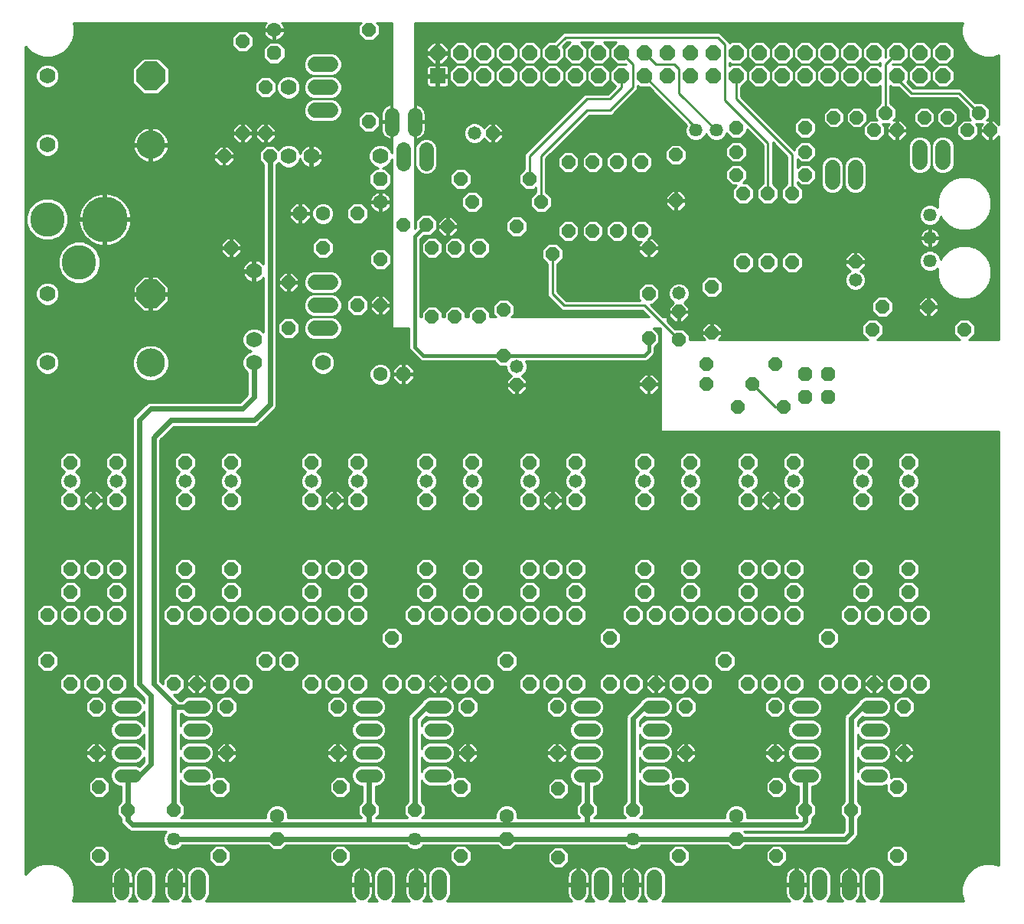
<source format=gbl>
G75*
%MOIN*%
%OFA0B0*%
%FSLAX25Y25*%
%IPPOS*%
%LPD*%
%AMOC8*
5,1,8,0,0,1.08239X$1,22.5*
%
%ADD10OC8,0.05800*%
%ADD11C,0.05800*%
%ADD12C,0.05800*%
%ADD13C,0.06600*%
%ADD14OC8,0.12400*%
%ADD15C,0.12400*%
%ADD16C,0.06931*%
%ADD17OC8,0.06300*%
%ADD18C,0.06300*%
%ADD19C,0.15000*%
%ADD20C,0.20000*%
%ADD21OC8,0.06200*%
%ADD22R,0.06600X0.06600*%
%ADD23OC8,0.06600*%
%ADD24C,0.05750*%
%ADD25C,0.06200*%
%ADD26C,0.06537*%
%ADD27C,0.01000*%
%ADD28OC8,0.05750*%
%ADD29C,0.01600*%
%ADD30C,0.02400*%
D10*
X0057500Y0042102D03*
X0070000Y0062102D03*
X0057500Y0072102D03*
X0056250Y0087102D03*
X0056250Y0107102D03*
X0055000Y0117102D03*
X0045000Y0117102D03*
X0035000Y0127102D03*
X0035000Y0147102D03*
X0045000Y0147102D03*
X0055000Y0147102D03*
X0065000Y0147102D03*
X0065000Y0157102D03*
X0065000Y0167102D03*
X0055000Y0167102D03*
X0045000Y0167102D03*
X0045000Y0157102D03*
X0065000Y0117102D03*
X0090000Y0117102D03*
X0100000Y0117102D03*
X0110000Y0117102D03*
X0120000Y0117102D03*
X0130000Y0127102D03*
X0140000Y0127102D03*
X0150000Y0117102D03*
X0160000Y0117102D03*
X0170000Y0117102D03*
X0161250Y0107102D03*
X0161250Y0087102D03*
X0162500Y0072102D03*
X0175000Y0062102D03*
X0195000Y0062102D03*
X0215000Y0072102D03*
X0218125Y0087102D03*
X0218125Y0107102D03*
X0215000Y0117102D03*
X0205000Y0117102D03*
X0195000Y0117102D03*
X0185000Y0117102D03*
X0185000Y0137102D03*
X0195000Y0147102D03*
X0205000Y0147102D03*
X0215000Y0147102D03*
X0225000Y0147102D03*
X0220000Y0157102D03*
X0220000Y0167102D03*
X0200000Y0167102D03*
X0200000Y0157102D03*
X0170000Y0157102D03*
X0170000Y0147102D03*
X0160000Y0147102D03*
X0150000Y0147102D03*
X0140000Y0147102D03*
X0130000Y0147102D03*
X0120000Y0147102D03*
X0115000Y0157102D03*
X0110000Y0147102D03*
X0100000Y0147102D03*
X0090000Y0147102D03*
X0095000Y0157102D03*
X0095000Y0167102D03*
X0115000Y0167102D03*
X0115000Y0197102D03*
X0115000Y0213602D03*
X0095000Y0213602D03*
X0095000Y0197102D03*
X0065000Y0197102D03*
X0055000Y0197102D03*
X0045000Y0197102D03*
X0045000Y0213602D03*
X0065000Y0213602D03*
X0140000Y0272102D03*
X0140000Y0292102D03*
X0155000Y0307102D03*
X0170000Y0322102D03*
X0190000Y0317102D03*
X0200000Y0317102D03*
X0209375Y0316477D03*
X0212500Y0307102D03*
X0202500Y0307102D03*
X0223125Y0307102D03*
X0239375Y0316477D03*
X0250000Y0327102D03*
X0245000Y0337102D03*
X0261875Y0344602D03*
X0272500Y0344602D03*
X0283125Y0344602D03*
X0293750Y0344602D03*
X0308750Y0347727D03*
X0308750Y0327727D03*
X0293750Y0314602D03*
X0296875Y0307102D03*
X0283125Y0314602D03*
X0272500Y0314602D03*
X0261875Y0314602D03*
X0233750Y0280227D03*
X0223125Y0277102D03*
X0212500Y0277102D03*
X0202500Y0277102D03*
X0180000Y0282102D03*
X0170000Y0282102D03*
X0180000Y0302102D03*
X0220000Y0327102D03*
X0215000Y0337102D03*
X0229000Y0357102D03*
X0175000Y0362102D03*
X0175000Y0402102D03*
X0130000Y0377102D03*
X0130000Y0357102D03*
X0120000Y0357102D03*
X0111875Y0347102D03*
X0131875Y0347102D03*
X0115000Y0307102D03*
X0120000Y0397102D03*
X0233750Y0260227D03*
X0239375Y0247477D03*
X0245000Y0213602D03*
X0245000Y0197102D03*
X0255000Y0197102D03*
X0265000Y0197102D03*
X0265000Y0213602D03*
X0295000Y0213602D03*
X0295000Y0197102D03*
X0315000Y0197102D03*
X0315000Y0213602D03*
X0340000Y0213602D03*
X0340000Y0197102D03*
X0350000Y0197102D03*
X0360000Y0197102D03*
X0360000Y0213602D03*
X0355625Y0237727D03*
X0341875Y0247727D03*
X0335625Y0237727D03*
X0321875Y0247727D03*
X0321875Y0256477D03*
X0324375Y0270227D03*
X0310000Y0279352D03*
X0296875Y0287102D03*
X0296875Y0267727D03*
X0296875Y0247727D03*
X0324375Y0290227D03*
X0338125Y0300852D03*
X0348750Y0300852D03*
X0359375Y0300852D03*
X0386875Y0301102D03*
X0398750Y0281477D03*
X0394375Y0271477D03*
X0418750Y0281477D03*
X0434375Y0271477D03*
X0410000Y0213602D03*
X0410000Y0197102D03*
X0390000Y0197102D03*
X0390000Y0213602D03*
X0351875Y0256477D03*
X0348750Y0330852D03*
X0338125Y0330852D03*
X0335000Y0338977D03*
X0335000Y0348977D03*
X0335000Y0359602D03*
X0365000Y0359602D03*
X0365000Y0348977D03*
X0365000Y0338977D03*
X0359375Y0330852D03*
X0395000Y0358352D03*
X0400000Y0365852D03*
X0405000Y0358352D03*
X0416875Y0363977D03*
X0426875Y0363977D03*
X0435625Y0358352D03*
X0440625Y0365852D03*
X0445625Y0358352D03*
X0387500Y0363977D03*
X0377500Y0363977D03*
X0220000Y0213602D03*
X0220000Y0197102D03*
X0200000Y0197102D03*
X0200000Y0213602D03*
X0170000Y0213602D03*
X0170000Y0197102D03*
X0160000Y0197102D03*
X0150000Y0197102D03*
X0150000Y0213602D03*
X0150000Y0167102D03*
X0160000Y0167102D03*
X0170000Y0167102D03*
X0150000Y0157102D03*
X0113125Y0107102D03*
X0113125Y0087102D03*
X0110000Y0072102D03*
X0090000Y0062102D03*
X0110000Y0042102D03*
X0162500Y0042102D03*
X0215000Y0042102D03*
X0257500Y0041477D03*
X0270000Y0062102D03*
X0257500Y0071477D03*
X0256875Y0087102D03*
X0256875Y0107102D03*
X0255000Y0117102D03*
X0245000Y0117102D03*
X0235000Y0127102D03*
X0225000Y0117102D03*
X0235000Y0147102D03*
X0245000Y0147102D03*
X0255000Y0147102D03*
X0265000Y0147102D03*
X0265000Y0157102D03*
X0265000Y0167102D03*
X0255000Y0167102D03*
X0245000Y0167102D03*
X0245000Y0157102D03*
X0280000Y0137102D03*
X0290000Y0147102D03*
X0300000Y0147102D03*
X0310000Y0147102D03*
X0320000Y0147102D03*
X0330000Y0147102D03*
X0340000Y0147102D03*
X0350000Y0147102D03*
X0360000Y0147102D03*
X0360000Y0157102D03*
X0360000Y0167102D03*
X0350000Y0167102D03*
X0340000Y0167102D03*
X0340000Y0157102D03*
X0315000Y0157102D03*
X0315000Y0167102D03*
X0295000Y0167102D03*
X0295000Y0157102D03*
X0330000Y0127102D03*
X0320000Y0117102D03*
X0310000Y0117102D03*
X0300000Y0117102D03*
X0290000Y0117102D03*
X0280000Y0117102D03*
X0265000Y0117102D03*
X0313125Y0107102D03*
X0313125Y0087102D03*
X0310000Y0072102D03*
X0290000Y0062102D03*
X0310000Y0042102D03*
X0352500Y0042102D03*
X0365000Y0062102D03*
X0352500Y0072102D03*
X0351875Y0087102D03*
X0351875Y0107102D03*
X0350000Y0117102D03*
X0340000Y0117102D03*
X0360000Y0117102D03*
X0375000Y0117102D03*
X0385000Y0117102D03*
X0395000Y0117102D03*
X0405000Y0117102D03*
X0415000Y0117102D03*
X0408125Y0107102D03*
X0408125Y0087102D03*
X0405000Y0072102D03*
X0385000Y0062102D03*
X0405000Y0042102D03*
X0375000Y0137102D03*
X0385000Y0147102D03*
X0395000Y0147102D03*
X0405000Y0147102D03*
X0415000Y0147102D03*
X0410000Y0157102D03*
X0410000Y0167102D03*
X0390000Y0167102D03*
X0390000Y0157102D03*
D11*
X0390000Y0205602D03*
X0410000Y0205602D03*
X0360000Y0205602D03*
X0340000Y0205602D03*
X0315000Y0205602D03*
X0295000Y0205602D03*
X0265000Y0205602D03*
X0245000Y0205602D03*
X0220000Y0205602D03*
X0200000Y0205602D03*
X0170000Y0205602D03*
X0150000Y0205602D03*
X0115000Y0205602D03*
X0095000Y0205602D03*
X0065000Y0205602D03*
X0045000Y0205602D03*
X0221000Y0357102D03*
X0310000Y0287352D03*
X0239375Y0255477D03*
X0386875Y0293102D03*
D12*
X0392100Y0107102D02*
X0397900Y0107102D01*
X0397900Y0097102D02*
X0392100Y0097102D01*
X0392100Y0087102D02*
X0397900Y0087102D01*
X0397900Y0077102D02*
X0392100Y0077102D01*
X0367900Y0077102D02*
X0362100Y0077102D01*
X0362100Y0087102D02*
X0367900Y0087102D01*
X0367900Y0097102D02*
X0362100Y0097102D01*
X0362100Y0107102D02*
X0367900Y0107102D01*
X0302900Y0107102D02*
X0297100Y0107102D01*
X0297100Y0097102D02*
X0302900Y0097102D01*
X0302900Y0087102D02*
X0297100Y0087102D01*
X0297100Y0077102D02*
X0302900Y0077102D01*
X0272900Y0077102D02*
X0267100Y0077102D01*
X0267100Y0087102D02*
X0272900Y0087102D01*
X0272900Y0097102D02*
X0267100Y0097102D01*
X0267100Y0107102D02*
X0272900Y0107102D01*
X0207900Y0107102D02*
X0202100Y0107102D01*
X0202100Y0097102D02*
X0207900Y0097102D01*
X0207900Y0087102D02*
X0202100Y0087102D01*
X0202100Y0077102D02*
X0207900Y0077102D01*
X0177900Y0077102D02*
X0172100Y0077102D01*
X0172100Y0087102D02*
X0177900Y0087102D01*
X0177900Y0097102D02*
X0172100Y0097102D01*
X0172100Y0107102D02*
X0177900Y0107102D01*
X0102900Y0107102D02*
X0097100Y0107102D01*
X0097100Y0097102D02*
X0102900Y0097102D01*
X0102900Y0087102D02*
X0097100Y0087102D01*
X0097100Y0077102D02*
X0102900Y0077102D01*
X0072900Y0077102D02*
X0067100Y0077102D01*
X0067100Y0087102D02*
X0072900Y0087102D01*
X0072900Y0097102D02*
X0067100Y0097102D01*
X0067100Y0107102D02*
X0072900Y0107102D01*
D13*
X0151700Y0272102D02*
X0158300Y0272102D01*
X0158300Y0282102D02*
X0151700Y0282102D01*
X0151700Y0292102D02*
X0158300Y0292102D01*
X0158300Y0367102D02*
X0151700Y0367102D01*
X0151700Y0377102D02*
X0158300Y0377102D01*
X0158300Y0387102D02*
X0151700Y0387102D01*
D14*
X0080000Y0382102D03*
X0080000Y0287102D03*
D15*
X0080000Y0257102D03*
X0080000Y0352102D03*
D16*
X0035000Y0352102D03*
X0035000Y0382102D03*
X0125000Y0297102D03*
X0125000Y0267102D03*
X0125000Y0257102D03*
X0155000Y0257102D03*
X0150000Y0347102D03*
X0140000Y0347102D03*
X0140000Y0377102D03*
X0180000Y0347102D03*
X0035000Y0287102D03*
X0035000Y0257102D03*
D17*
X0145000Y0322102D03*
X0180000Y0337102D03*
X0133750Y0392102D03*
X0190000Y0252102D03*
X0235000Y0049602D03*
X0335000Y0049602D03*
X0135000Y0049602D03*
D18*
X0135000Y0059602D03*
X0235000Y0059602D03*
X0335000Y0059602D03*
X0180000Y0252102D03*
X0155000Y0322102D03*
X0180000Y0327102D03*
X0133750Y0402102D03*
D19*
X0035000Y0319602D03*
X0048750Y0300852D03*
D20*
X0060000Y0319602D03*
D21*
X0365000Y0252102D03*
X0365000Y0242102D03*
X0375000Y0242102D03*
X0375000Y0252102D03*
D22*
X0205000Y0382102D03*
D23*
X0215000Y0382102D03*
X0225000Y0382102D03*
X0225000Y0392102D03*
X0215000Y0392102D03*
X0205000Y0392102D03*
X0235000Y0392102D03*
X0235000Y0382102D03*
X0245000Y0382102D03*
X0255000Y0382102D03*
X0265000Y0382102D03*
X0275000Y0382102D03*
X0285000Y0382102D03*
X0295000Y0382102D03*
X0305000Y0382102D03*
X0315000Y0382102D03*
X0325000Y0382102D03*
X0335000Y0382102D03*
X0335000Y0392102D03*
X0325000Y0392102D03*
X0315000Y0392102D03*
X0305000Y0392102D03*
X0295000Y0392102D03*
X0285000Y0392102D03*
X0275000Y0392102D03*
X0265000Y0392102D03*
X0255000Y0392102D03*
X0245000Y0392102D03*
X0345000Y0392102D03*
X0345000Y0382102D03*
X0355000Y0382102D03*
X0365000Y0382102D03*
X0375000Y0382102D03*
X0385000Y0382102D03*
X0395000Y0382102D03*
X0405000Y0382102D03*
X0415000Y0382102D03*
X0425000Y0382102D03*
X0425000Y0392102D03*
X0415000Y0392102D03*
X0405000Y0392102D03*
X0395000Y0392102D03*
X0385000Y0392102D03*
X0375000Y0392102D03*
X0365000Y0392102D03*
X0355000Y0392102D03*
D24*
X0326250Y0358352D03*
X0317500Y0358352D03*
X0267500Y0305227D03*
X0349375Y0283977D03*
X0419375Y0301477D03*
X0419375Y0311477D03*
X0419375Y0321477D03*
X0290000Y0049602D03*
X0195000Y0049602D03*
X0090000Y0049602D03*
D25*
X0190000Y0344002D02*
X0190000Y0350202D01*
X0200000Y0350202D02*
X0200000Y0344002D01*
X0195000Y0359002D02*
X0195000Y0365202D01*
X0185000Y0365202D02*
X0185000Y0359002D01*
D26*
X0376875Y0342246D02*
X0376875Y0335709D01*
X0386875Y0335709D02*
X0386875Y0342246D01*
X0415000Y0344459D02*
X0415000Y0350996D01*
X0425000Y0350996D02*
X0425000Y0344459D01*
X0394375Y0032871D02*
X0394375Y0026334D01*
X0384375Y0026334D02*
X0384375Y0032871D01*
X0371250Y0032871D02*
X0371250Y0026334D01*
X0361250Y0026334D02*
X0361250Y0032871D01*
X0299375Y0032871D02*
X0299375Y0026334D01*
X0289375Y0026334D02*
X0289375Y0032871D01*
X0276250Y0032871D02*
X0276250Y0026334D01*
X0266250Y0026334D02*
X0266250Y0032871D01*
X0205625Y0032871D02*
X0205625Y0026334D01*
X0195625Y0026334D02*
X0195625Y0032871D01*
X0181875Y0032871D02*
X0181875Y0026334D01*
X0171875Y0026334D02*
X0171875Y0032871D01*
X0100625Y0032871D02*
X0100625Y0026334D01*
X0090625Y0026334D02*
X0090625Y0032871D01*
X0077500Y0032871D02*
X0077500Y0026334D01*
X0067500Y0026334D02*
X0067500Y0032871D01*
D27*
X0025500Y0034246D02*
X0025500Y0394958D01*
X0025558Y0394857D01*
X0027755Y0392660D01*
X0030446Y0391107D01*
X0033447Y0390303D01*
X0036553Y0390303D01*
X0039554Y0391107D01*
X0042245Y0392660D01*
X0044442Y0394857D01*
X0045995Y0397548D01*
X0046799Y0400549D01*
X0046799Y0403655D01*
X0046358Y0405303D01*
X0130375Y0405303D01*
X0130203Y0405131D01*
X0129773Y0404539D01*
X0129441Y0403887D01*
X0129214Y0403191D01*
X0129100Y0402468D01*
X0129100Y0402402D01*
X0133450Y0402402D01*
X0133450Y0401802D01*
X0134050Y0401802D01*
X0134050Y0397452D01*
X0134116Y0397452D01*
X0134839Y0397567D01*
X0135535Y0397793D01*
X0136187Y0398125D01*
X0136779Y0398555D01*
X0137297Y0399073D01*
X0137727Y0399665D01*
X0138059Y0400317D01*
X0138285Y0401013D01*
X0138400Y0401736D01*
X0138400Y0401802D01*
X0134050Y0401802D01*
X0134050Y0402402D01*
X0138400Y0402402D01*
X0138400Y0402468D01*
X0138285Y0403191D01*
X0138059Y0403887D01*
X0137727Y0404539D01*
X0137297Y0405131D01*
X0137125Y0405303D01*
X0171695Y0405303D01*
X0170400Y0404007D01*
X0170400Y0400197D01*
X0173095Y0397502D01*
X0176905Y0397502D01*
X0179600Y0400197D01*
X0179600Y0404007D01*
X0178305Y0405303D01*
X0185000Y0405303D01*
X0185000Y0362502D01*
X0184600Y0362502D01*
X0184600Y0361702D01*
X0185000Y0361702D01*
X0185000Y0348529D01*
X0184379Y0350028D01*
X0182926Y0351481D01*
X0181027Y0352267D01*
X0178973Y0352267D01*
X0177074Y0351481D01*
X0175621Y0350028D01*
X0174835Y0348130D01*
X0174835Y0346075D01*
X0175621Y0344176D01*
X0177074Y0342723D01*
X0178936Y0341952D01*
X0177991Y0341952D01*
X0175150Y0339111D01*
X0175150Y0335093D01*
X0177991Y0332252D01*
X0182009Y0332252D01*
X0184850Y0335093D01*
X0184850Y0339111D01*
X0182009Y0341952D01*
X0181064Y0341952D01*
X0182926Y0342723D01*
X0184379Y0344176D01*
X0185000Y0345675D01*
X0185000Y0272102D01*
X0192500Y0272102D01*
X0192500Y0263480D01*
X0192881Y0262561D01*
X0196631Y0258811D01*
X0197334Y0258108D01*
X0198253Y0257727D01*
X0229745Y0257727D01*
X0231845Y0255627D01*
X0234775Y0255627D01*
X0234775Y0254562D01*
X0235475Y0252871D01*
X0236769Y0251577D01*
X0237111Y0251436D01*
X0234975Y0249300D01*
X0234975Y0247777D01*
X0239075Y0247777D01*
X0239075Y0247177D01*
X0239675Y0247177D01*
X0239675Y0243077D01*
X0241198Y0243077D01*
X0243775Y0245655D01*
X0243775Y0247177D01*
X0239675Y0247177D01*
X0239675Y0247777D01*
X0243775Y0247777D01*
X0243775Y0249300D01*
X0241639Y0251436D01*
X0241981Y0251577D01*
X0243275Y0252871D01*
X0243975Y0254562D01*
X0243975Y0256392D01*
X0243422Y0257727D01*
X0295497Y0257727D01*
X0296416Y0258108D01*
X0298291Y0259983D01*
X0298994Y0260686D01*
X0299375Y0261605D01*
X0299375Y0263722D01*
X0301475Y0265822D01*
X0301475Y0269632D01*
X0299005Y0272102D01*
X0301875Y0272102D01*
X0301875Y0227102D01*
X0449421Y0227102D01*
X0449421Y0038133D01*
X0446553Y0038901D01*
X0443447Y0038901D01*
X0440446Y0038097D01*
X0437755Y0036544D01*
X0435558Y0034347D01*
X0434005Y0031656D01*
X0433201Y0028655D01*
X0433201Y0025549D01*
X0433990Y0022602D01*
X0397670Y0022602D01*
X0398587Y0023519D01*
X0399343Y0025345D01*
X0399343Y0033859D01*
X0398587Y0035685D01*
X0397189Y0037083D01*
X0395363Y0037839D01*
X0393387Y0037839D01*
X0391561Y0037083D01*
X0390163Y0035685D01*
X0389406Y0033859D01*
X0389406Y0025345D01*
X0390163Y0023519D01*
X0391080Y0022602D01*
X0387352Y0022602D01*
X0387481Y0022696D01*
X0388012Y0023227D01*
X0388453Y0023834D01*
X0388794Y0024503D01*
X0389026Y0025217D01*
X0389143Y0025958D01*
X0389143Y0029118D01*
X0384859Y0029118D01*
X0384859Y0030086D01*
X0389143Y0030086D01*
X0389143Y0033246D01*
X0389026Y0033987D01*
X0388794Y0034701D01*
X0388453Y0035370D01*
X0388012Y0035977D01*
X0387481Y0036508D01*
X0386874Y0036949D01*
X0386205Y0037290D01*
X0385492Y0037522D01*
X0384859Y0037622D01*
X0384859Y0030086D01*
X0383891Y0030086D01*
X0383891Y0029118D01*
X0379606Y0029118D01*
X0379606Y0025958D01*
X0379724Y0025217D01*
X0379956Y0024503D01*
X0380297Y0023834D01*
X0380738Y0023227D01*
X0381269Y0022696D01*
X0381398Y0022602D01*
X0374545Y0022602D01*
X0375462Y0023519D01*
X0376218Y0025345D01*
X0376218Y0033859D01*
X0375462Y0035685D01*
X0374064Y0037083D01*
X0372238Y0037839D01*
X0370262Y0037839D01*
X0368436Y0037083D01*
X0367038Y0035685D01*
X0366281Y0033859D01*
X0366281Y0025345D01*
X0367038Y0023519D01*
X0367955Y0022602D01*
X0364227Y0022602D01*
X0364356Y0022696D01*
X0364887Y0023227D01*
X0365328Y0023834D01*
X0365669Y0024503D01*
X0365901Y0025217D01*
X0366018Y0025958D01*
X0366018Y0029118D01*
X0361734Y0029118D01*
X0361734Y0030086D01*
X0366018Y0030086D01*
X0366018Y0033246D01*
X0365901Y0033987D01*
X0365669Y0034701D01*
X0365328Y0035370D01*
X0364887Y0035977D01*
X0364356Y0036508D01*
X0363749Y0036949D01*
X0363080Y0037290D01*
X0362367Y0037522D01*
X0361734Y0037622D01*
X0361734Y0030086D01*
X0360766Y0030086D01*
X0360766Y0029118D01*
X0356481Y0029118D01*
X0356481Y0025958D01*
X0356599Y0025217D01*
X0356831Y0024503D01*
X0357172Y0023834D01*
X0357613Y0023227D01*
X0358144Y0022696D01*
X0358273Y0022602D01*
X0302670Y0022602D01*
X0303587Y0023519D01*
X0304343Y0025345D01*
X0304343Y0033859D01*
X0303587Y0035685D01*
X0302189Y0037083D01*
X0300363Y0037839D01*
X0298387Y0037839D01*
X0296561Y0037083D01*
X0295163Y0035685D01*
X0294406Y0033859D01*
X0294406Y0025345D01*
X0295163Y0023519D01*
X0296080Y0022602D01*
X0292352Y0022602D01*
X0292481Y0022696D01*
X0293012Y0023227D01*
X0293453Y0023834D01*
X0293794Y0024503D01*
X0294026Y0025217D01*
X0294143Y0025958D01*
X0294143Y0029118D01*
X0289859Y0029118D01*
X0289859Y0030086D01*
X0294143Y0030086D01*
X0294143Y0033246D01*
X0294026Y0033987D01*
X0293794Y0034701D01*
X0293453Y0035370D01*
X0293012Y0035977D01*
X0292481Y0036508D01*
X0291874Y0036949D01*
X0291205Y0037290D01*
X0290492Y0037522D01*
X0289859Y0037622D01*
X0289859Y0030086D01*
X0288891Y0030086D01*
X0288891Y0029118D01*
X0284606Y0029118D01*
X0284606Y0025958D01*
X0284724Y0025217D01*
X0284956Y0024503D01*
X0285297Y0023834D01*
X0285738Y0023227D01*
X0286269Y0022696D01*
X0286398Y0022602D01*
X0279545Y0022602D01*
X0280462Y0023519D01*
X0281218Y0025345D01*
X0281218Y0033859D01*
X0280462Y0035685D01*
X0279064Y0037083D01*
X0277238Y0037839D01*
X0275262Y0037839D01*
X0273436Y0037083D01*
X0272038Y0035685D01*
X0271281Y0033859D01*
X0271281Y0025345D01*
X0272038Y0023519D01*
X0272955Y0022602D01*
X0269227Y0022602D01*
X0269356Y0022696D01*
X0269887Y0023227D01*
X0270328Y0023834D01*
X0270669Y0024503D01*
X0270901Y0025217D01*
X0271018Y0025958D01*
X0271018Y0029118D01*
X0266734Y0029118D01*
X0266734Y0030086D01*
X0271018Y0030086D01*
X0271018Y0033246D01*
X0270901Y0033987D01*
X0270669Y0034701D01*
X0270328Y0035370D01*
X0269887Y0035977D01*
X0269356Y0036508D01*
X0268749Y0036949D01*
X0268080Y0037290D01*
X0267367Y0037522D01*
X0266734Y0037622D01*
X0266734Y0030086D01*
X0265766Y0030086D01*
X0265766Y0029118D01*
X0261481Y0029118D01*
X0261481Y0025958D01*
X0261599Y0025217D01*
X0261831Y0024503D01*
X0262172Y0023834D01*
X0262613Y0023227D01*
X0263144Y0022696D01*
X0263273Y0022602D01*
X0208920Y0022602D01*
X0209837Y0023519D01*
X0210593Y0025345D01*
X0210593Y0033859D01*
X0209837Y0035685D01*
X0208439Y0037083D01*
X0206613Y0037839D01*
X0204637Y0037839D01*
X0202811Y0037083D01*
X0201413Y0035685D01*
X0200656Y0033859D01*
X0200656Y0025345D01*
X0201413Y0023519D01*
X0202330Y0022602D01*
X0198602Y0022602D01*
X0198731Y0022696D01*
X0199262Y0023227D01*
X0199703Y0023834D01*
X0200044Y0024503D01*
X0200276Y0025217D01*
X0200393Y0025958D01*
X0200393Y0029118D01*
X0196109Y0029118D01*
X0196109Y0030086D01*
X0200393Y0030086D01*
X0200393Y0033246D01*
X0200276Y0033987D01*
X0200044Y0034701D01*
X0199703Y0035370D01*
X0199262Y0035977D01*
X0198731Y0036508D01*
X0198124Y0036949D01*
X0197455Y0037290D01*
X0196742Y0037522D01*
X0196109Y0037622D01*
X0196109Y0030086D01*
X0195141Y0030086D01*
X0195141Y0029118D01*
X0190856Y0029118D01*
X0190856Y0025958D01*
X0190974Y0025217D01*
X0191206Y0024503D01*
X0191547Y0023834D01*
X0191988Y0023227D01*
X0192519Y0022696D01*
X0192648Y0022602D01*
X0185170Y0022602D01*
X0186087Y0023519D01*
X0186843Y0025345D01*
X0186843Y0033859D01*
X0186087Y0035685D01*
X0184689Y0037083D01*
X0182863Y0037839D01*
X0180887Y0037839D01*
X0179061Y0037083D01*
X0177663Y0035685D01*
X0176906Y0033859D01*
X0176906Y0025345D01*
X0177663Y0023519D01*
X0178580Y0022602D01*
X0174852Y0022602D01*
X0174981Y0022696D01*
X0175512Y0023227D01*
X0175953Y0023834D01*
X0176294Y0024503D01*
X0176526Y0025217D01*
X0176643Y0025958D01*
X0176643Y0029118D01*
X0172359Y0029118D01*
X0172359Y0030086D01*
X0176643Y0030086D01*
X0176643Y0033246D01*
X0176526Y0033987D01*
X0176294Y0034701D01*
X0175953Y0035370D01*
X0175512Y0035977D01*
X0174981Y0036508D01*
X0174374Y0036949D01*
X0173705Y0037290D01*
X0172992Y0037522D01*
X0172359Y0037622D01*
X0172359Y0030086D01*
X0171391Y0030086D01*
X0171391Y0029118D01*
X0167106Y0029118D01*
X0167106Y0025958D01*
X0167224Y0025217D01*
X0167456Y0024503D01*
X0167797Y0023834D01*
X0168238Y0023227D01*
X0168769Y0022696D01*
X0168898Y0022602D01*
X0103920Y0022602D01*
X0104837Y0023519D01*
X0105593Y0025345D01*
X0105593Y0033859D01*
X0104837Y0035685D01*
X0103439Y0037083D01*
X0101613Y0037839D01*
X0099637Y0037839D01*
X0097811Y0037083D01*
X0096413Y0035685D01*
X0095656Y0033859D01*
X0095656Y0025345D01*
X0096413Y0023519D01*
X0097330Y0022602D01*
X0093602Y0022602D01*
X0093731Y0022696D01*
X0094262Y0023227D01*
X0094703Y0023834D01*
X0095044Y0024503D01*
X0095276Y0025217D01*
X0095393Y0025958D01*
X0095393Y0029118D01*
X0091109Y0029118D01*
X0091109Y0030086D01*
X0095393Y0030086D01*
X0095393Y0033246D01*
X0095276Y0033987D01*
X0095044Y0034701D01*
X0094703Y0035370D01*
X0094262Y0035977D01*
X0093731Y0036508D01*
X0093124Y0036949D01*
X0092455Y0037290D01*
X0091742Y0037522D01*
X0091109Y0037622D01*
X0091109Y0030086D01*
X0090141Y0030086D01*
X0090141Y0029118D01*
X0085856Y0029118D01*
X0085856Y0025958D01*
X0085974Y0025217D01*
X0086206Y0024503D01*
X0086547Y0023834D01*
X0086988Y0023227D01*
X0087519Y0022696D01*
X0087648Y0022602D01*
X0080795Y0022602D01*
X0081712Y0023519D01*
X0082468Y0025345D01*
X0082468Y0033859D01*
X0081712Y0035685D01*
X0080314Y0037083D01*
X0078488Y0037839D01*
X0076512Y0037839D01*
X0074686Y0037083D01*
X0073288Y0035685D01*
X0072531Y0033859D01*
X0072531Y0025345D01*
X0073288Y0023519D01*
X0074205Y0022602D01*
X0070477Y0022602D01*
X0070606Y0022696D01*
X0071137Y0023227D01*
X0071578Y0023834D01*
X0071919Y0024503D01*
X0072151Y0025217D01*
X0072268Y0025958D01*
X0072268Y0029118D01*
X0067984Y0029118D01*
X0067984Y0030086D01*
X0072268Y0030086D01*
X0072268Y0033246D01*
X0072151Y0033987D01*
X0071919Y0034701D01*
X0071578Y0035370D01*
X0071137Y0035977D01*
X0070606Y0036508D01*
X0069999Y0036949D01*
X0069330Y0037290D01*
X0068617Y0037522D01*
X0067984Y0037622D01*
X0067984Y0030086D01*
X0067016Y0030086D01*
X0067016Y0029118D01*
X0062731Y0029118D01*
X0062731Y0025958D01*
X0062849Y0025217D01*
X0063081Y0024503D01*
X0063422Y0023834D01*
X0063863Y0023227D01*
X0064394Y0022696D01*
X0064523Y0022602D01*
X0046010Y0022602D01*
X0046799Y0025549D01*
X0046799Y0028655D01*
X0045995Y0031656D01*
X0044442Y0034347D01*
X0042245Y0036544D01*
X0039554Y0038097D01*
X0036553Y0038901D01*
X0033447Y0038901D01*
X0030446Y0038097D01*
X0027755Y0036544D01*
X0025558Y0034347D01*
X0025500Y0034246D01*
X0025500Y0035075D02*
X0026287Y0035075D01*
X0025500Y0036074D02*
X0027285Y0036074D01*
X0028671Y0037072D02*
X0025500Y0037072D01*
X0025500Y0038071D02*
X0030400Y0038071D01*
X0025500Y0039069D02*
X0054027Y0039069D01*
X0053029Y0040068D02*
X0025500Y0040068D01*
X0025500Y0041066D02*
X0052900Y0041066D01*
X0052900Y0040197D02*
X0055595Y0037502D01*
X0059405Y0037502D01*
X0062100Y0040197D01*
X0062100Y0044007D01*
X0059405Y0046702D01*
X0055595Y0046702D01*
X0052900Y0044007D01*
X0052900Y0040197D01*
X0052900Y0042065D02*
X0025500Y0042065D01*
X0025500Y0043063D02*
X0052900Y0043063D01*
X0052954Y0044062D02*
X0025500Y0044062D01*
X0025500Y0045060D02*
X0053953Y0045060D01*
X0054951Y0046059D02*
X0025500Y0046059D01*
X0025500Y0047057D02*
X0085994Y0047057D01*
X0086037Y0046954D02*
X0087352Y0045639D01*
X0089070Y0044927D01*
X0090930Y0044927D01*
X0092648Y0045639D01*
X0093711Y0046702D01*
X0131041Y0046702D01*
X0132991Y0044752D01*
X0137009Y0044752D01*
X0138959Y0046702D01*
X0191289Y0046702D01*
X0192352Y0045639D01*
X0194070Y0044927D01*
X0195930Y0044927D01*
X0197648Y0045639D01*
X0198711Y0046702D01*
X0231041Y0046702D01*
X0232991Y0044752D01*
X0237009Y0044752D01*
X0238959Y0046702D01*
X0286289Y0046702D01*
X0287352Y0045639D01*
X0289070Y0044927D01*
X0290930Y0044927D01*
X0292648Y0045639D01*
X0293711Y0046702D01*
X0331041Y0046702D01*
X0332991Y0044752D01*
X0337009Y0044752D01*
X0338959Y0046702D01*
X0383077Y0046702D01*
X0384143Y0047144D01*
X0384958Y0047959D01*
X0386643Y0049644D01*
X0387458Y0050459D01*
X0387900Y0051525D01*
X0387900Y0058497D01*
X0389600Y0060197D01*
X0389600Y0064007D01*
X0387900Y0065707D01*
X0387900Y0075221D01*
X0388200Y0074496D01*
X0389494Y0073202D01*
X0391185Y0072502D01*
X0398815Y0072502D01*
X0400400Y0073159D01*
X0400400Y0070197D01*
X0403095Y0067502D01*
X0406905Y0067502D01*
X0409600Y0070197D01*
X0409600Y0074007D01*
X0406905Y0076702D01*
X0403095Y0076702D01*
X0402444Y0076051D01*
X0402500Y0076187D01*
X0402500Y0078017D01*
X0401800Y0079708D01*
X0400506Y0081002D01*
X0398815Y0081702D01*
X0391185Y0081702D01*
X0389494Y0081002D01*
X0388200Y0079708D01*
X0387900Y0078983D01*
X0387900Y0085221D01*
X0388200Y0084496D01*
X0389494Y0083202D01*
X0391185Y0082502D01*
X0398815Y0082502D01*
X0400506Y0083202D01*
X0401800Y0084496D01*
X0402500Y0086187D01*
X0402500Y0088017D01*
X0401800Y0089708D01*
X0400506Y0091002D01*
X0398815Y0091702D01*
X0391185Y0091702D01*
X0389494Y0091002D01*
X0388200Y0089708D01*
X0387900Y0088983D01*
X0387900Y0095221D01*
X0388200Y0094496D01*
X0389494Y0093202D01*
X0391185Y0092502D01*
X0398815Y0092502D01*
X0400506Y0093202D01*
X0401800Y0094496D01*
X0402500Y0096187D01*
X0402500Y0098017D01*
X0401800Y0099708D01*
X0400506Y0101002D01*
X0398815Y0101702D01*
X0391185Y0101702D01*
X0389494Y0101002D01*
X0388200Y0099708D01*
X0387900Y0098983D01*
X0387900Y0100901D01*
X0389994Y0102995D01*
X0391185Y0102502D01*
X0398815Y0102502D01*
X0400506Y0103202D01*
X0401800Y0104496D01*
X0402500Y0106187D01*
X0402500Y0108017D01*
X0401800Y0109708D01*
X0400506Y0111002D01*
X0398815Y0111702D01*
X0391185Y0111702D01*
X0389494Y0111002D01*
X0388200Y0109708D01*
X0387985Y0109189D01*
X0387541Y0108745D01*
X0387541Y0108745D01*
X0383357Y0104561D01*
X0382541Y0103745D01*
X0382100Y0102679D01*
X0382100Y0065707D01*
X0380400Y0064007D01*
X0380400Y0060197D01*
X0382100Y0058497D01*
X0382100Y0053303D01*
X0381299Y0052502D01*
X0338959Y0052502D01*
X0338509Y0052952D01*
X0364327Y0052952D01*
X0365393Y0053394D01*
X0366208Y0054209D01*
X0366643Y0054644D01*
X0367458Y0055459D01*
X0367900Y0056525D01*
X0367900Y0058497D01*
X0369600Y0060197D01*
X0369600Y0064007D01*
X0367900Y0065707D01*
X0367900Y0072502D01*
X0368815Y0072502D01*
X0370506Y0073202D01*
X0371800Y0074496D01*
X0372500Y0076187D01*
X0372500Y0078017D01*
X0371800Y0079708D01*
X0370506Y0081002D01*
X0368815Y0081702D01*
X0361185Y0081702D01*
X0359494Y0081002D01*
X0358200Y0079708D01*
X0357500Y0078017D01*
X0357500Y0076187D01*
X0358200Y0074496D01*
X0359494Y0073202D01*
X0361185Y0072502D01*
X0362100Y0072502D01*
X0362100Y0065707D01*
X0360400Y0064007D01*
X0360400Y0060197D01*
X0361845Y0058752D01*
X0339850Y0058752D01*
X0339850Y0060567D01*
X0339112Y0062349D01*
X0337747Y0063714D01*
X0335965Y0064452D01*
X0334035Y0064452D01*
X0332253Y0063714D01*
X0330888Y0062349D01*
X0330150Y0060567D01*
X0330150Y0058752D01*
X0293155Y0058752D01*
X0294600Y0060197D01*
X0294600Y0064007D01*
X0292900Y0065707D01*
X0292900Y0075221D01*
X0293200Y0074496D01*
X0294494Y0073202D01*
X0296185Y0072502D01*
X0303815Y0072502D01*
X0305400Y0073159D01*
X0305400Y0070197D01*
X0308095Y0067502D01*
X0311905Y0067502D01*
X0314600Y0070197D01*
X0314600Y0074007D01*
X0311905Y0076702D01*
X0308095Y0076702D01*
X0307444Y0076051D01*
X0307500Y0076187D01*
X0307500Y0078017D01*
X0306800Y0079708D01*
X0305506Y0081002D01*
X0303815Y0081702D01*
X0296185Y0081702D01*
X0294494Y0081002D01*
X0293200Y0079708D01*
X0292900Y0078983D01*
X0292900Y0085221D01*
X0293200Y0084496D01*
X0294494Y0083202D01*
X0296185Y0082502D01*
X0303815Y0082502D01*
X0305506Y0083202D01*
X0306800Y0084496D01*
X0307500Y0086187D01*
X0307500Y0088017D01*
X0306800Y0089708D01*
X0305506Y0091002D01*
X0303815Y0091702D01*
X0296185Y0091702D01*
X0294494Y0091002D01*
X0293200Y0089708D01*
X0292900Y0088983D01*
X0292900Y0095221D01*
X0293200Y0094496D01*
X0294494Y0093202D01*
X0296185Y0092502D01*
X0303815Y0092502D01*
X0305506Y0093202D01*
X0306800Y0094496D01*
X0307500Y0096187D01*
X0307500Y0098017D01*
X0306800Y0099708D01*
X0305506Y0101002D01*
X0303815Y0101702D01*
X0296185Y0101702D01*
X0294494Y0101002D01*
X0293200Y0099708D01*
X0292900Y0098983D01*
X0292900Y0100901D01*
X0294994Y0102995D01*
X0296185Y0102502D01*
X0303815Y0102502D01*
X0305506Y0103202D01*
X0306800Y0104496D01*
X0307500Y0106187D01*
X0307500Y0108017D01*
X0306800Y0109708D01*
X0305506Y0111002D01*
X0303815Y0111702D01*
X0296185Y0111702D01*
X0294494Y0111002D01*
X0293200Y0109708D01*
X0292985Y0109189D01*
X0292541Y0108745D01*
X0287541Y0103745D01*
X0287100Y0102679D01*
X0287100Y0065707D01*
X0285400Y0064007D01*
X0285400Y0060197D01*
X0286845Y0058752D01*
X0273155Y0058752D01*
X0274600Y0060197D01*
X0274600Y0064007D01*
X0272900Y0065707D01*
X0272900Y0072502D01*
X0273815Y0072502D01*
X0275506Y0073202D01*
X0276800Y0074496D01*
X0277500Y0076187D01*
X0277500Y0078017D01*
X0276800Y0079708D01*
X0275506Y0081002D01*
X0273815Y0081702D01*
X0266185Y0081702D01*
X0264494Y0081002D01*
X0263200Y0079708D01*
X0262500Y0078017D01*
X0262500Y0076187D01*
X0263200Y0074496D01*
X0264494Y0073202D01*
X0266185Y0072502D01*
X0267100Y0072502D01*
X0267100Y0065707D01*
X0265400Y0064007D01*
X0265400Y0060197D01*
X0266845Y0058752D01*
X0239850Y0058752D01*
X0239850Y0060567D01*
X0239112Y0062349D01*
X0237747Y0063714D01*
X0235965Y0064452D01*
X0234035Y0064452D01*
X0232253Y0063714D01*
X0230888Y0062349D01*
X0230150Y0060567D01*
X0230150Y0058752D01*
X0198155Y0058752D01*
X0199600Y0060197D01*
X0199600Y0064007D01*
X0197900Y0065707D01*
X0197900Y0075221D01*
X0198200Y0074496D01*
X0199494Y0073202D01*
X0201185Y0072502D01*
X0208815Y0072502D01*
X0210400Y0073159D01*
X0210400Y0070197D01*
X0213095Y0067502D01*
X0216905Y0067502D01*
X0219600Y0070197D01*
X0219600Y0074007D01*
X0216905Y0076702D01*
X0213095Y0076702D01*
X0212444Y0076051D01*
X0212500Y0076187D01*
X0212500Y0078017D01*
X0211800Y0079708D01*
X0210506Y0081002D01*
X0208815Y0081702D01*
X0201185Y0081702D01*
X0199494Y0081002D01*
X0198200Y0079708D01*
X0197900Y0078983D01*
X0197900Y0085221D01*
X0198200Y0084496D01*
X0199494Y0083202D01*
X0201185Y0082502D01*
X0208815Y0082502D01*
X0210506Y0083202D01*
X0211800Y0084496D01*
X0212500Y0086187D01*
X0212500Y0088017D01*
X0211800Y0089708D01*
X0210506Y0091002D01*
X0208815Y0091702D01*
X0201185Y0091702D01*
X0199494Y0091002D01*
X0198200Y0089708D01*
X0197900Y0088983D01*
X0197900Y0095221D01*
X0198200Y0094496D01*
X0199494Y0093202D01*
X0201185Y0092502D01*
X0208815Y0092502D01*
X0210506Y0093202D01*
X0211800Y0094496D01*
X0212500Y0096187D01*
X0212500Y0098017D01*
X0211800Y0099708D01*
X0210506Y0101002D01*
X0208815Y0101702D01*
X0201185Y0101702D01*
X0199494Y0101002D01*
X0198200Y0099708D01*
X0197900Y0098983D01*
X0197900Y0100901D01*
X0199994Y0102995D01*
X0201185Y0102502D01*
X0208815Y0102502D01*
X0210506Y0103202D01*
X0211800Y0104496D01*
X0212500Y0106187D01*
X0212500Y0108017D01*
X0211800Y0109708D01*
X0210506Y0111002D01*
X0208815Y0111702D01*
X0201185Y0111702D01*
X0199494Y0111002D01*
X0198200Y0109708D01*
X0197985Y0109189D01*
X0197541Y0108745D01*
X0192541Y0103745D01*
X0192100Y0102679D01*
X0192100Y0065707D01*
X0190400Y0064007D01*
X0190400Y0060197D01*
X0191845Y0058752D01*
X0178155Y0058752D01*
X0179600Y0060197D01*
X0179600Y0064007D01*
X0177900Y0065707D01*
X0177900Y0072502D01*
X0178815Y0072502D01*
X0180506Y0073202D01*
X0181800Y0074496D01*
X0182500Y0076187D01*
X0182500Y0078017D01*
X0181800Y0079708D01*
X0180506Y0081002D01*
X0178815Y0081702D01*
X0171185Y0081702D01*
X0169494Y0081002D01*
X0168200Y0079708D01*
X0167500Y0078017D01*
X0167500Y0076187D01*
X0168200Y0074496D01*
X0169494Y0073202D01*
X0171185Y0072502D01*
X0172100Y0072502D01*
X0172100Y0065707D01*
X0170400Y0064007D01*
X0170400Y0060197D01*
X0171845Y0058752D01*
X0139850Y0058752D01*
X0139850Y0060567D01*
X0139112Y0062349D01*
X0137747Y0063714D01*
X0135965Y0064452D01*
X0134035Y0064452D01*
X0132253Y0063714D01*
X0130888Y0062349D01*
X0130150Y0060567D01*
X0130150Y0058752D01*
X0093155Y0058752D01*
X0094600Y0060197D01*
X0094600Y0064007D01*
X0092900Y0065707D01*
X0092900Y0075221D01*
X0093200Y0074496D01*
X0094494Y0073202D01*
X0096185Y0072502D01*
X0103815Y0072502D01*
X0105400Y0073159D01*
X0105400Y0070197D01*
X0108095Y0067502D01*
X0111905Y0067502D01*
X0114600Y0070197D01*
X0114600Y0074007D01*
X0111905Y0076702D01*
X0108095Y0076702D01*
X0107444Y0076051D01*
X0107500Y0076187D01*
X0107500Y0078017D01*
X0106800Y0079708D01*
X0105506Y0081002D01*
X0103815Y0081702D01*
X0096185Y0081702D01*
X0094494Y0081002D01*
X0093200Y0079708D01*
X0092900Y0078983D01*
X0092900Y0085221D01*
X0093200Y0084496D01*
X0094494Y0083202D01*
X0096185Y0082502D01*
X0103815Y0082502D01*
X0105506Y0083202D01*
X0106800Y0084496D01*
X0107500Y0086187D01*
X0107500Y0088017D01*
X0106800Y0089708D01*
X0105506Y0091002D01*
X0103815Y0091702D01*
X0096185Y0091702D01*
X0094494Y0091002D01*
X0093200Y0089708D01*
X0092900Y0088983D01*
X0092900Y0095221D01*
X0093200Y0094496D01*
X0094494Y0093202D01*
X0096185Y0092502D01*
X0103815Y0092502D01*
X0105506Y0093202D01*
X0106800Y0094496D01*
X0107500Y0096187D01*
X0107500Y0098017D01*
X0106800Y0099708D01*
X0105506Y0101002D01*
X0103815Y0101702D01*
X0096185Y0101702D01*
X0094494Y0101002D01*
X0093200Y0099708D01*
X0092900Y0098983D01*
X0092900Y0104202D01*
X0093495Y0104202D01*
X0094494Y0103202D01*
X0096185Y0102502D01*
X0103815Y0102502D01*
X0105506Y0103202D01*
X0106800Y0104496D01*
X0107500Y0106187D01*
X0107500Y0108017D01*
X0106800Y0109708D01*
X0105506Y0111002D01*
X0103815Y0111702D01*
X0096185Y0111702D01*
X0094494Y0111002D01*
X0093495Y0110002D01*
X0092451Y0110002D01*
X0092268Y0110186D01*
X0092268Y0110186D01*
X0089951Y0112502D01*
X0091905Y0112502D01*
X0094600Y0115197D01*
X0094600Y0119007D01*
X0091905Y0121702D01*
X0088095Y0121702D01*
X0085400Y0119007D01*
X0085400Y0117053D01*
X0084150Y0118303D01*
X0084150Y0223401D01*
X0089951Y0229202D01*
X0125577Y0229202D01*
X0126643Y0229644D01*
X0127458Y0230459D01*
X0134333Y0237334D01*
X0134775Y0238400D01*
X0134775Y0343497D01*
X0135572Y0344294D01*
X0135621Y0344176D01*
X0137074Y0342723D01*
X0138973Y0341937D01*
X0141027Y0341937D01*
X0142926Y0342723D01*
X0144379Y0344176D01*
X0145144Y0346022D01*
X0145157Y0345939D01*
X0145398Y0345196D01*
X0145753Y0344500D01*
X0146213Y0343867D01*
X0146765Y0343315D01*
X0147398Y0342855D01*
X0148094Y0342500D01*
X0148837Y0342259D01*
X0149500Y0342154D01*
X0149500Y0346602D01*
X0150500Y0346602D01*
X0150500Y0342154D01*
X0151163Y0342259D01*
X0151906Y0342500D01*
X0152602Y0342855D01*
X0153235Y0343315D01*
X0153787Y0343867D01*
X0154247Y0344500D01*
X0154602Y0345196D01*
X0154843Y0345939D01*
X0154948Y0346602D01*
X0150500Y0346602D01*
X0150500Y0347602D01*
X0154948Y0347602D01*
X0154843Y0348265D01*
X0154602Y0349008D01*
X0154247Y0349704D01*
X0153787Y0350337D01*
X0153235Y0350889D01*
X0152602Y0351349D01*
X0151906Y0351704D01*
X0151163Y0351945D01*
X0150500Y0352050D01*
X0150500Y0347602D01*
X0149500Y0347602D01*
X0149500Y0352050D01*
X0148837Y0351945D01*
X0148094Y0351704D01*
X0147398Y0351349D01*
X0146765Y0350889D01*
X0146213Y0350337D01*
X0145753Y0349704D01*
X0145398Y0349008D01*
X0145157Y0348265D01*
X0145144Y0348182D01*
X0144379Y0350028D01*
X0142926Y0351481D01*
X0141027Y0352267D01*
X0138973Y0352267D01*
X0137074Y0351481D01*
X0135621Y0350028D01*
X0135572Y0349910D01*
X0133780Y0351702D01*
X0129970Y0351702D01*
X0127275Y0349007D01*
X0127275Y0345197D01*
X0128975Y0343497D01*
X0128975Y0300078D01*
X0128787Y0300337D01*
X0128235Y0300889D01*
X0127602Y0301349D01*
X0126906Y0301704D01*
X0126163Y0301945D01*
X0125500Y0302050D01*
X0125500Y0297602D01*
X0124500Y0297602D01*
X0124500Y0296602D01*
X0125500Y0296602D01*
X0125500Y0292154D01*
X0126163Y0292259D01*
X0126906Y0292500D01*
X0127602Y0292855D01*
X0128235Y0293315D01*
X0128787Y0293867D01*
X0128975Y0294126D01*
X0128975Y0270432D01*
X0127926Y0271481D01*
X0126027Y0272267D01*
X0123973Y0272267D01*
X0122074Y0271481D01*
X0120621Y0270028D01*
X0119835Y0268130D01*
X0119835Y0266075D01*
X0120621Y0264176D01*
X0122074Y0262723D01*
X0123573Y0262102D01*
X0122074Y0261481D01*
X0120621Y0260028D01*
X0119835Y0258130D01*
X0119835Y0256075D01*
X0120621Y0254176D01*
X0122074Y0252723D01*
X0122100Y0252712D01*
X0122100Y0243303D01*
X0118799Y0240002D01*
X0079423Y0240002D01*
X0078357Y0239561D01*
X0072541Y0233745D01*
X0072100Y0232679D01*
X0072100Y0116525D01*
X0072541Y0115459D01*
X0073357Y0114644D01*
X0077100Y0110901D01*
X0077100Y0108983D01*
X0076800Y0109708D01*
X0075506Y0111002D01*
X0073815Y0111702D01*
X0066185Y0111702D01*
X0064494Y0111002D01*
X0063200Y0109708D01*
X0062500Y0108017D01*
X0062500Y0106187D01*
X0063200Y0104496D01*
X0064494Y0103202D01*
X0066185Y0102502D01*
X0073815Y0102502D01*
X0075506Y0103202D01*
X0076800Y0104496D01*
X0077100Y0105221D01*
X0077100Y0098983D01*
X0076800Y0099708D01*
X0075506Y0101002D01*
X0073815Y0101702D01*
X0066185Y0101702D01*
X0064494Y0101002D01*
X0063200Y0099708D01*
X0062500Y0098017D01*
X0062500Y0096187D01*
X0063200Y0094496D01*
X0064494Y0093202D01*
X0066185Y0092502D01*
X0073815Y0092502D01*
X0075506Y0093202D01*
X0076800Y0094496D01*
X0077100Y0095221D01*
X0077100Y0088983D01*
X0076800Y0089708D01*
X0075506Y0091002D01*
X0073815Y0091702D01*
X0066185Y0091702D01*
X0064494Y0091002D01*
X0063200Y0089708D01*
X0062500Y0088017D01*
X0062500Y0086187D01*
X0063200Y0084496D01*
X0064494Y0083202D01*
X0066185Y0082502D01*
X0073815Y0082502D01*
X0075506Y0083202D01*
X0076800Y0084496D01*
X0077100Y0085221D01*
X0077100Y0083303D01*
X0075006Y0081209D01*
X0073815Y0081702D01*
X0066185Y0081702D01*
X0064494Y0081002D01*
X0063200Y0079708D01*
X0062500Y0078017D01*
X0062500Y0076187D01*
X0063200Y0074496D01*
X0064494Y0073202D01*
X0066185Y0072502D01*
X0067100Y0072502D01*
X0067100Y0065707D01*
X0065400Y0064007D01*
X0065400Y0060197D01*
X0067100Y0058497D01*
X0067100Y0057150D01*
X0067541Y0056084D01*
X0068357Y0055269D01*
X0070232Y0053394D01*
X0071298Y0052952D01*
X0086739Y0052952D01*
X0086037Y0052250D01*
X0085325Y0050532D01*
X0085325Y0048672D01*
X0086037Y0046954D01*
X0085580Y0048056D02*
X0025500Y0048056D01*
X0025500Y0049054D02*
X0085325Y0049054D01*
X0085325Y0050053D02*
X0025500Y0050053D01*
X0025500Y0051051D02*
X0085540Y0051051D01*
X0085954Y0052050D02*
X0025500Y0052050D01*
X0025500Y0053048D02*
X0071065Y0053048D01*
X0069579Y0054047D02*
X0025500Y0054047D01*
X0025500Y0055045D02*
X0068580Y0055045D01*
X0067582Y0056044D02*
X0025500Y0056044D01*
X0025500Y0057043D02*
X0067145Y0057043D01*
X0067100Y0058041D02*
X0025500Y0058041D01*
X0025500Y0059040D02*
X0066557Y0059040D01*
X0065559Y0060038D02*
X0025500Y0060038D01*
X0025500Y0061037D02*
X0065400Y0061037D01*
X0065400Y0062035D02*
X0025500Y0062035D01*
X0025500Y0063034D02*
X0065400Y0063034D01*
X0065425Y0064032D02*
X0025500Y0064032D01*
X0025500Y0065031D02*
X0066423Y0065031D01*
X0067100Y0066029D02*
X0025500Y0066029D01*
X0025500Y0067028D02*
X0067100Y0067028D01*
X0067100Y0068026D02*
X0059929Y0068026D01*
X0059405Y0067502D02*
X0062100Y0070197D01*
X0062100Y0074007D01*
X0059405Y0076702D01*
X0055595Y0076702D01*
X0052900Y0074007D01*
X0052900Y0070197D01*
X0055595Y0067502D01*
X0059405Y0067502D01*
X0060928Y0069025D02*
X0067100Y0069025D01*
X0067100Y0070023D02*
X0061926Y0070023D01*
X0062100Y0071022D02*
X0067100Y0071022D01*
X0067100Y0072020D02*
X0062100Y0072020D01*
X0062100Y0073019D02*
X0064938Y0073019D01*
X0063679Y0074017D02*
X0062090Y0074017D01*
X0062985Y0075016D02*
X0061092Y0075016D01*
X0060093Y0076014D02*
X0062572Y0076014D01*
X0062500Y0077013D02*
X0025500Y0077013D01*
X0025500Y0078011D02*
X0062500Y0078011D01*
X0062911Y0079010D02*
X0025500Y0079010D01*
X0025500Y0080008D02*
X0063501Y0080008D01*
X0064506Y0081007D02*
X0025500Y0081007D01*
X0025500Y0082005D02*
X0075802Y0082005D01*
X0075026Y0083004D02*
X0076801Y0083004D01*
X0077100Y0084002D02*
X0076306Y0084002D01*
X0077009Y0085001D02*
X0077100Y0085001D01*
X0077095Y0088995D02*
X0077100Y0088995D01*
X0077100Y0089993D02*
X0076514Y0089993D01*
X0077100Y0090992D02*
X0075516Y0090992D01*
X0077100Y0091990D02*
X0025500Y0091990D01*
X0025500Y0090992D02*
X0053917Y0090992D01*
X0054427Y0091502D02*
X0051850Y0088925D01*
X0051850Y0087402D01*
X0055950Y0087402D01*
X0055950Y0086802D01*
X0056550Y0086802D01*
X0056550Y0082702D01*
X0058073Y0082702D01*
X0060650Y0085280D01*
X0060650Y0086802D01*
X0056550Y0086802D01*
X0056550Y0087402D01*
X0060650Y0087402D01*
X0060650Y0088925D01*
X0058073Y0091502D01*
X0056550Y0091502D01*
X0056550Y0087402D01*
X0055950Y0087402D01*
X0055950Y0091502D01*
X0054427Y0091502D01*
X0055950Y0090992D02*
X0056550Y0090992D01*
X0056550Y0089993D02*
X0055950Y0089993D01*
X0055950Y0088995D02*
X0056550Y0088995D01*
X0056550Y0087996D02*
X0055950Y0087996D01*
X0055950Y0086998D02*
X0025500Y0086998D01*
X0025500Y0087996D02*
X0051850Y0087996D01*
X0051920Y0088995D02*
X0025500Y0088995D01*
X0025500Y0089993D02*
X0052919Y0089993D01*
X0051850Y0086802D02*
X0051850Y0085280D01*
X0054427Y0082702D01*
X0055950Y0082702D01*
X0055950Y0086802D01*
X0051850Y0086802D01*
X0051850Y0085999D02*
X0025500Y0085999D01*
X0025500Y0085001D02*
X0052129Y0085001D01*
X0053127Y0084002D02*
X0025500Y0084002D01*
X0025500Y0083004D02*
X0054126Y0083004D01*
X0055950Y0083004D02*
X0056550Y0083004D01*
X0056550Y0084002D02*
X0055950Y0084002D01*
X0055950Y0085001D02*
X0056550Y0085001D01*
X0056550Y0085999D02*
X0055950Y0085999D01*
X0056550Y0086998D02*
X0062500Y0086998D01*
X0062500Y0087996D02*
X0060650Y0087996D01*
X0060580Y0088995D02*
X0062905Y0088995D01*
X0063486Y0089993D02*
X0059581Y0089993D01*
X0058583Y0090992D02*
X0064484Y0090992D01*
X0065010Y0092989D02*
X0025500Y0092989D01*
X0025500Y0093987D02*
X0063709Y0093987D01*
X0062998Y0094986D02*
X0025500Y0094986D01*
X0025500Y0095984D02*
X0062584Y0095984D01*
X0062500Y0096983D02*
X0025500Y0096983D01*
X0025500Y0097981D02*
X0062500Y0097981D01*
X0062899Y0098980D02*
X0025500Y0098980D01*
X0025500Y0099979D02*
X0063471Y0099979D01*
X0064470Y0100977D02*
X0025500Y0100977D01*
X0025500Y0101976D02*
X0077100Y0101976D01*
X0077100Y0102974D02*
X0074954Y0102974D01*
X0076276Y0103973D02*
X0077100Y0103973D01*
X0077100Y0104971D02*
X0076996Y0104971D01*
X0077100Y0100977D02*
X0075530Y0100977D01*
X0076529Y0099979D02*
X0077100Y0099979D01*
X0077002Y0094986D02*
X0077100Y0094986D01*
X0077100Y0093987D02*
X0076291Y0093987D01*
X0077100Y0092989D02*
X0074990Y0092989D01*
X0065046Y0102974D02*
X0058627Y0102974D01*
X0058155Y0102502D02*
X0060850Y0105197D01*
X0060850Y0109007D01*
X0058155Y0111702D01*
X0054345Y0111702D01*
X0051650Y0109007D01*
X0051650Y0105197D01*
X0054345Y0102502D01*
X0058155Y0102502D01*
X0059626Y0103973D02*
X0063724Y0103973D01*
X0063004Y0104971D02*
X0060624Y0104971D01*
X0060850Y0105970D02*
X0062590Y0105970D01*
X0062500Y0106968D02*
X0060850Y0106968D01*
X0060850Y0107967D02*
X0062500Y0107967D01*
X0062893Y0108965D02*
X0060850Y0108965D01*
X0059894Y0109964D02*
X0063456Y0109964D01*
X0064455Y0110962D02*
X0058895Y0110962D01*
X0056905Y0112502D02*
X0059600Y0115197D01*
X0059600Y0119007D01*
X0056905Y0121702D01*
X0053095Y0121702D01*
X0050400Y0119007D01*
X0050400Y0115197D01*
X0053095Y0112502D01*
X0056905Y0112502D01*
X0057362Y0112959D02*
X0062638Y0112959D01*
X0063095Y0112502D02*
X0066905Y0112502D01*
X0069600Y0115197D01*
X0069600Y0119007D01*
X0066905Y0121702D01*
X0063095Y0121702D01*
X0060400Y0119007D01*
X0060400Y0115197D01*
X0063095Y0112502D01*
X0061639Y0113958D02*
X0058361Y0113958D01*
X0059359Y0114956D02*
X0060641Y0114956D01*
X0060400Y0115955D02*
X0059600Y0115955D01*
X0059600Y0116953D02*
X0060400Y0116953D01*
X0060400Y0117952D02*
X0059600Y0117952D01*
X0059600Y0118950D02*
X0060400Y0118950D01*
X0061341Y0119949D02*
X0058659Y0119949D01*
X0057660Y0120947D02*
X0062340Y0120947D01*
X0067660Y0120947D02*
X0072100Y0120947D01*
X0072100Y0119949D02*
X0068659Y0119949D01*
X0069600Y0118950D02*
X0072100Y0118950D01*
X0072100Y0117952D02*
X0069600Y0117952D01*
X0069600Y0116953D02*
X0072100Y0116953D01*
X0072336Y0115955D02*
X0069600Y0115955D01*
X0069359Y0114956D02*
X0073045Y0114956D01*
X0074043Y0113958D02*
X0068361Y0113958D01*
X0067362Y0112959D02*
X0075042Y0112959D01*
X0076040Y0111961D02*
X0025500Y0111961D01*
X0025500Y0112959D02*
X0042638Y0112959D01*
X0043095Y0112502D02*
X0040400Y0115197D01*
X0040400Y0119007D01*
X0043095Y0121702D01*
X0046905Y0121702D01*
X0049600Y0119007D01*
X0049600Y0115197D01*
X0046905Y0112502D01*
X0043095Y0112502D01*
X0041639Y0113958D02*
X0025500Y0113958D01*
X0025500Y0114956D02*
X0040641Y0114956D01*
X0040400Y0115955D02*
X0025500Y0115955D01*
X0025500Y0116953D02*
X0040400Y0116953D01*
X0040400Y0117952D02*
X0025500Y0117952D01*
X0025500Y0118950D02*
X0040400Y0118950D01*
X0041341Y0119949D02*
X0025500Y0119949D01*
X0025500Y0120947D02*
X0042340Y0120947D01*
X0038346Y0123943D02*
X0072100Y0123943D01*
X0072100Y0124941D02*
X0039345Y0124941D01*
X0039600Y0125197D02*
X0036905Y0122502D01*
X0033095Y0122502D01*
X0030400Y0125197D01*
X0030400Y0129007D01*
X0033095Y0131702D01*
X0036905Y0131702D01*
X0039600Y0129007D01*
X0039600Y0125197D01*
X0039600Y0125940D02*
X0072100Y0125940D01*
X0072100Y0126938D02*
X0039600Y0126938D01*
X0039600Y0127937D02*
X0072100Y0127937D01*
X0072100Y0128935D02*
X0039600Y0128935D01*
X0038674Y0129934D02*
X0072100Y0129934D01*
X0072100Y0130932D02*
X0037675Y0130932D01*
X0032325Y0130932D02*
X0025500Y0130932D01*
X0025500Y0129934D02*
X0031326Y0129934D01*
X0030400Y0128935D02*
X0025500Y0128935D01*
X0025500Y0127937D02*
X0030400Y0127937D01*
X0030400Y0126938D02*
X0025500Y0126938D01*
X0025500Y0125940D02*
X0030400Y0125940D01*
X0030655Y0124941D02*
X0025500Y0124941D01*
X0025500Y0123943D02*
X0031654Y0123943D01*
X0032652Y0122944D02*
X0025500Y0122944D01*
X0025500Y0121946D02*
X0072100Y0121946D01*
X0072100Y0122944D02*
X0037348Y0122944D01*
X0047660Y0120947D02*
X0052340Y0120947D01*
X0051341Y0119949D02*
X0048659Y0119949D01*
X0049600Y0118950D02*
X0050400Y0118950D01*
X0050400Y0117952D02*
X0049600Y0117952D01*
X0049600Y0116953D02*
X0050400Y0116953D01*
X0050400Y0115955D02*
X0049600Y0115955D01*
X0049359Y0114956D02*
X0050641Y0114956D01*
X0051639Y0113958D02*
X0048361Y0113958D01*
X0047362Y0112959D02*
X0052638Y0112959D01*
X0053605Y0110962D02*
X0025500Y0110962D01*
X0025500Y0109964D02*
X0052606Y0109964D01*
X0051650Y0108965D02*
X0025500Y0108965D01*
X0025500Y0107967D02*
X0051650Y0107967D01*
X0051650Y0106968D02*
X0025500Y0106968D01*
X0025500Y0105970D02*
X0051650Y0105970D01*
X0051876Y0104971D02*
X0025500Y0104971D01*
X0025500Y0103973D02*
X0052874Y0103973D01*
X0053873Y0102974D02*
X0025500Y0102974D01*
X0025500Y0076014D02*
X0054907Y0076014D01*
X0053908Y0075016D02*
X0025500Y0075016D01*
X0025500Y0074017D02*
X0052910Y0074017D01*
X0052900Y0073019D02*
X0025500Y0073019D01*
X0025500Y0072020D02*
X0052900Y0072020D01*
X0052900Y0071022D02*
X0025500Y0071022D01*
X0025500Y0070023D02*
X0053074Y0070023D01*
X0054072Y0069025D02*
X0025500Y0069025D01*
X0025500Y0068026D02*
X0055071Y0068026D01*
X0058374Y0083004D02*
X0064974Y0083004D01*
X0063694Y0084002D02*
X0059373Y0084002D01*
X0060371Y0085001D02*
X0062991Y0085001D01*
X0062578Y0085999D02*
X0060650Y0085999D01*
X0076544Y0109964D02*
X0077100Y0109964D01*
X0077039Y0110962D02*
X0075545Y0110962D01*
X0084502Y0117952D02*
X0085400Y0117952D01*
X0085400Y0118950D02*
X0084150Y0118950D01*
X0084150Y0119949D02*
X0086341Y0119949D01*
X0087340Y0120947D02*
X0084150Y0120947D01*
X0084150Y0121946D02*
X0449421Y0121946D01*
X0449421Y0122944D02*
X0332348Y0122944D01*
X0331905Y0122502D02*
X0334600Y0125197D01*
X0334600Y0129007D01*
X0331905Y0131702D01*
X0328095Y0131702D01*
X0325400Y0129007D01*
X0325400Y0125197D01*
X0328095Y0122502D01*
X0331905Y0122502D01*
X0333346Y0123943D02*
X0449421Y0123943D01*
X0449421Y0124941D02*
X0334345Y0124941D01*
X0334600Y0125940D02*
X0449421Y0125940D01*
X0449421Y0126938D02*
X0334600Y0126938D01*
X0334600Y0127937D02*
X0449421Y0127937D01*
X0449421Y0128935D02*
X0334600Y0128935D01*
X0333674Y0129934D02*
X0449421Y0129934D01*
X0449421Y0130932D02*
X0332675Y0130932D01*
X0327325Y0130932D02*
X0237675Y0130932D01*
X0236905Y0131702D02*
X0233095Y0131702D01*
X0230400Y0129007D01*
X0230400Y0125197D01*
X0233095Y0122502D01*
X0236905Y0122502D01*
X0239600Y0125197D01*
X0239600Y0129007D01*
X0236905Y0131702D01*
X0238674Y0129934D02*
X0326326Y0129934D01*
X0325400Y0128935D02*
X0239600Y0128935D01*
X0239600Y0127937D02*
X0325400Y0127937D01*
X0325400Y0126938D02*
X0239600Y0126938D01*
X0239600Y0125940D02*
X0325400Y0125940D01*
X0325655Y0124941D02*
X0239345Y0124941D01*
X0238346Y0123943D02*
X0326654Y0123943D01*
X0327652Y0122944D02*
X0237348Y0122944D01*
X0232652Y0122944D02*
X0142348Y0122944D01*
X0141905Y0122502D02*
X0144600Y0125197D01*
X0144600Y0129007D01*
X0141905Y0131702D01*
X0138095Y0131702D01*
X0135400Y0129007D01*
X0135400Y0125197D01*
X0138095Y0122502D01*
X0141905Y0122502D01*
X0143346Y0123943D02*
X0231654Y0123943D01*
X0230655Y0124941D02*
X0144345Y0124941D01*
X0144600Y0125940D02*
X0230400Y0125940D01*
X0230400Y0126938D02*
X0144600Y0126938D01*
X0144600Y0127937D02*
X0230400Y0127937D01*
X0230400Y0128935D02*
X0144600Y0128935D01*
X0143674Y0129934D02*
X0231326Y0129934D01*
X0232325Y0130932D02*
X0142675Y0130932D01*
X0137325Y0130932D02*
X0132675Y0130932D01*
X0131905Y0131702D02*
X0128095Y0131702D01*
X0125400Y0129007D01*
X0125400Y0125197D01*
X0128095Y0122502D01*
X0131905Y0122502D01*
X0134600Y0125197D01*
X0134600Y0129007D01*
X0131905Y0131702D01*
X0133674Y0129934D02*
X0136326Y0129934D01*
X0135400Y0128935D02*
X0134600Y0128935D01*
X0134600Y0127937D02*
X0135400Y0127937D01*
X0135400Y0126938D02*
X0134600Y0126938D01*
X0134600Y0125940D02*
X0135400Y0125940D01*
X0135655Y0124941D02*
X0134345Y0124941D01*
X0133346Y0123943D02*
X0136654Y0123943D01*
X0137652Y0122944D02*
X0132348Y0122944D01*
X0127652Y0122944D02*
X0084150Y0122944D01*
X0084150Y0123943D02*
X0126654Y0123943D01*
X0125655Y0124941D02*
X0084150Y0124941D01*
X0084150Y0125940D02*
X0125400Y0125940D01*
X0125400Y0126938D02*
X0084150Y0126938D01*
X0084150Y0127937D02*
X0125400Y0127937D01*
X0125400Y0128935D02*
X0084150Y0128935D01*
X0084150Y0129934D02*
X0126326Y0129934D01*
X0127325Y0130932D02*
X0084150Y0130932D01*
X0084150Y0131931D02*
X0449421Y0131931D01*
X0449421Y0132929D02*
X0377333Y0132929D01*
X0376905Y0132502D02*
X0373095Y0132502D01*
X0370400Y0135197D01*
X0370400Y0139007D01*
X0373095Y0141702D01*
X0376905Y0141702D01*
X0379600Y0139007D01*
X0379600Y0135197D01*
X0376905Y0132502D01*
X0378331Y0133928D02*
X0449421Y0133928D01*
X0449421Y0134926D02*
X0379330Y0134926D01*
X0379600Y0135925D02*
X0449421Y0135925D01*
X0449421Y0136923D02*
X0379600Y0136923D01*
X0379600Y0137922D02*
X0449421Y0137922D01*
X0449421Y0138920D02*
X0379600Y0138920D01*
X0378688Y0139919D02*
X0449421Y0139919D01*
X0449421Y0140917D02*
X0377690Y0140917D01*
X0381684Y0143913D02*
X0363316Y0143913D01*
X0362318Y0142914D02*
X0382682Y0142914D01*
X0383095Y0142502D02*
X0380400Y0145197D01*
X0380400Y0149007D01*
X0383095Y0151702D01*
X0386905Y0151702D01*
X0389600Y0149007D01*
X0389600Y0145197D01*
X0386905Y0142502D01*
X0383095Y0142502D01*
X0380685Y0144912D02*
X0364315Y0144912D01*
X0364600Y0145197D02*
X0361905Y0142502D01*
X0358095Y0142502D01*
X0355400Y0145197D01*
X0355400Y0149007D01*
X0358095Y0151702D01*
X0361905Y0151702D01*
X0364600Y0149007D01*
X0364600Y0145197D01*
X0364600Y0145910D02*
X0380400Y0145910D01*
X0380400Y0146909D02*
X0364600Y0146909D01*
X0364600Y0147907D02*
X0380400Y0147907D01*
X0380400Y0148906D02*
X0364600Y0148906D01*
X0363703Y0149904D02*
X0381297Y0149904D01*
X0382295Y0150903D02*
X0362705Y0150903D01*
X0361905Y0152502D02*
X0364600Y0155197D01*
X0364600Y0159007D01*
X0361905Y0161702D01*
X0358095Y0161702D01*
X0355400Y0159007D01*
X0355400Y0155197D01*
X0358095Y0152502D01*
X0361905Y0152502D01*
X0362303Y0152900D02*
X0387697Y0152900D01*
X0388095Y0152502D02*
X0385400Y0155197D01*
X0385400Y0159007D01*
X0388095Y0161702D01*
X0391905Y0161702D01*
X0394600Y0159007D01*
X0394600Y0155197D01*
X0391905Y0152502D01*
X0388095Y0152502D01*
X0387705Y0150903D02*
X0392295Y0150903D01*
X0393095Y0151702D02*
X0390400Y0149007D01*
X0390400Y0145197D01*
X0393095Y0142502D01*
X0396905Y0142502D01*
X0399600Y0145197D01*
X0399600Y0149007D01*
X0396905Y0151702D01*
X0393095Y0151702D01*
X0392303Y0152900D02*
X0407697Y0152900D01*
X0408095Y0152502D02*
X0411905Y0152502D01*
X0414600Y0155197D01*
X0414600Y0159007D01*
X0411905Y0161702D01*
X0408095Y0161702D01*
X0405400Y0159007D01*
X0405400Y0155197D01*
X0408095Y0152502D01*
X0406905Y0151702D02*
X0409600Y0149007D01*
X0409600Y0145197D01*
X0406905Y0142502D01*
X0403095Y0142502D01*
X0400400Y0145197D01*
X0400400Y0149007D01*
X0403095Y0151702D01*
X0406905Y0151702D01*
X0407705Y0150903D02*
X0412295Y0150903D01*
X0413095Y0151702D02*
X0410400Y0149007D01*
X0410400Y0145197D01*
X0413095Y0142502D01*
X0416905Y0142502D01*
X0419600Y0145197D01*
X0419600Y0149007D01*
X0416905Y0151702D01*
X0413095Y0151702D01*
X0412303Y0152900D02*
X0449421Y0152900D01*
X0449421Y0153898D02*
X0413301Y0153898D01*
X0414300Y0154897D02*
X0449421Y0154897D01*
X0449421Y0155895D02*
X0414600Y0155895D01*
X0414600Y0156894D02*
X0449421Y0156894D01*
X0449421Y0157892D02*
X0414600Y0157892D01*
X0414600Y0158891D02*
X0449421Y0158891D01*
X0449421Y0159889D02*
X0413718Y0159889D01*
X0412720Y0160888D02*
X0449421Y0160888D01*
X0449421Y0161886D02*
X0084150Y0161886D01*
X0084150Y0160888D02*
X0092280Y0160888D01*
X0093095Y0161702D02*
X0090400Y0159007D01*
X0090400Y0155197D01*
X0093095Y0152502D01*
X0096905Y0152502D01*
X0099600Y0155197D01*
X0099600Y0159007D01*
X0096905Y0161702D01*
X0093095Y0161702D01*
X0093095Y0162502D02*
X0090400Y0165197D01*
X0090400Y0169007D01*
X0093095Y0171702D01*
X0096905Y0171702D01*
X0099600Y0169007D01*
X0099600Y0165197D01*
X0096905Y0162502D01*
X0093095Y0162502D01*
X0092712Y0162885D02*
X0084150Y0162885D01*
X0084150Y0163883D02*
X0091713Y0163883D01*
X0090715Y0164882D02*
X0084150Y0164882D01*
X0084150Y0165880D02*
X0090400Y0165880D01*
X0090400Y0166879D02*
X0084150Y0166879D01*
X0084150Y0167877D02*
X0090400Y0167877D01*
X0090400Y0168876D02*
X0084150Y0168876D01*
X0084150Y0169874D02*
X0091267Y0169874D01*
X0092265Y0170873D02*
X0084150Y0170873D01*
X0084150Y0171871D02*
X0449421Y0171871D01*
X0449421Y0170873D02*
X0412735Y0170873D01*
X0411905Y0171702D02*
X0408095Y0171702D01*
X0405400Y0169007D01*
X0405400Y0165197D01*
X0408095Y0162502D01*
X0411905Y0162502D01*
X0414600Y0165197D01*
X0414600Y0169007D01*
X0411905Y0171702D01*
X0413733Y0169874D02*
X0449421Y0169874D01*
X0449421Y0168876D02*
X0414600Y0168876D01*
X0414600Y0167877D02*
X0449421Y0167877D01*
X0449421Y0166879D02*
X0414600Y0166879D01*
X0414600Y0165880D02*
X0449421Y0165880D01*
X0449421Y0164882D02*
X0414285Y0164882D01*
X0413287Y0163883D02*
X0449421Y0163883D01*
X0449421Y0162885D02*
X0412288Y0162885D01*
X0407712Y0162885D02*
X0392288Y0162885D01*
X0391905Y0162502D02*
X0394600Y0165197D01*
X0394600Y0169007D01*
X0391905Y0171702D01*
X0388095Y0171702D01*
X0385400Y0169007D01*
X0385400Y0165197D01*
X0388095Y0162502D01*
X0391905Y0162502D01*
X0392720Y0160888D02*
X0407280Y0160888D01*
X0406282Y0159889D02*
X0393718Y0159889D01*
X0394600Y0158891D02*
X0405400Y0158891D01*
X0405400Y0157892D02*
X0394600Y0157892D01*
X0394600Y0156894D02*
X0405400Y0156894D01*
X0405400Y0155895D02*
X0394600Y0155895D01*
X0394300Y0154897D02*
X0405700Y0154897D01*
X0406699Y0153898D02*
X0393301Y0153898D01*
X0391297Y0149904D02*
X0388703Y0149904D01*
X0389600Y0148906D02*
X0390400Y0148906D01*
X0390400Y0147907D02*
X0389600Y0147907D01*
X0389600Y0146909D02*
X0390400Y0146909D01*
X0390400Y0145910D02*
X0389600Y0145910D01*
X0389315Y0144912D02*
X0390685Y0144912D01*
X0391684Y0143913D02*
X0388316Y0143913D01*
X0387318Y0142914D02*
X0392682Y0142914D01*
X0397318Y0142914D02*
X0402682Y0142914D01*
X0401684Y0143913D02*
X0398316Y0143913D01*
X0399315Y0144912D02*
X0400685Y0144912D01*
X0400400Y0145910D02*
X0399600Y0145910D01*
X0399600Y0146909D02*
X0400400Y0146909D01*
X0400400Y0147907D02*
X0399600Y0147907D01*
X0399600Y0148906D02*
X0400400Y0148906D01*
X0401297Y0149904D02*
X0398703Y0149904D01*
X0397705Y0150903D02*
X0402295Y0150903D01*
X0408703Y0149904D02*
X0411297Y0149904D01*
X0410400Y0148906D02*
X0409600Y0148906D01*
X0409600Y0147907D02*
X0410400Y0147907D01*
X0410400Y0146909D02*
X0409600Y0146909D01*
X0409600Y0145910D02*
X0410400Y0145910D01*
X0410685Y0144912D02*
X0409315Y0144912D01*
X0408316Y0143913D02*
X0411684Y0143913D01*
X0412682Y0142914D02*
X0407318Y0142914D01*
X0417318Y0142914D02*
X0449421Y0142914D01*
X0449421Y0141916D02*
X0084150Y0141916D01*
X0084150Y0142914D02*
X0087682Y0142914D01*
X0088095Y0142502D02*
X0091905Y0142502D01*
X0094600Y0145197D01*
X0094600Y0149007D01*
X0091905Y0151702D01*
X0088095Y0151702D01*
X0085400Y0149007D01*
X0085400Y0145197D01*
X0088095Y0142502D01*
X0086684Y0143913D02*
X0084150Y0143913D01*
X0084150Y0144912D02*
X0085685Y0144912D01*
X0085400Y0145910D02*
X0084150Y0145910D01*
X0084150Y0146909D02*
X0085400Y0146909D01*
X0085400Y0147907D02*
X0084150Y0147907D01*
X0084150Y0148906D02*
X0085400Y0148906D01*
X0086297Y0149904D02*
X0084150Y0149904D01*
X0084150Y0150903D02*
X0087295Y0150903D01*
X0084150Y0151901D02*
X0449421Y0151901D01*
X0449421Y0150903D02*
X0417705Y0150903D01*
X0418703Y0149904D02*
X0449421Y0149904D01*
X0449421Y0148906D02*
X0419600Y0148906D01*
X0419600Y0147907D02*
X0449421Y0147907D01*
X0449421Y0146909D02*
X0419600Y0146909D01*
X0419600Y0145910D02*
X0449421Y0145910D01*
X0449421Y0144912D02*
X0419315Y0144912D01*
X0418316Y0143913D02*
X0449421Y0143913D01*
X0449421Y0120947D02*
X0417660Y0120947D01*
X0416905Y0121702D02*
X0413095Y0121702D01*
X0410400Y0119007D01*
X0410400Y0115197D01*
X0413095Y0112502D01*
X0416905Y0112502D01*
X0419600Y0115197D01*
X0419600Y0119007D01*
X0416905Y0121702D01*
X0418659Y0119949D02*
X0449421Y0119949D01*
X0449421Y0118950D02*
X0419600Y0118950D01*
X0419600Y0117952D02*
X0449421Y0117952D01*
X0449421Y0116953D02*
X0419600Y0116953D01*
X0419600Y0115955D02*
X0449421Y0115955D01*
X0449421Y0114956D02*
X0419359Y0114956D01*
X0418361Y0113958D02*
X0449421Y0113958D01*
X0449421Y0112959D02*
X0417362Y0112959D01*
X0412638Y0112959D02*
X0407362Y0112959D01*
X0406905Y0112502D02*
X0409600Y0115197D01*
X0409600Y0119007D01*
X0406905Y0121702D01*
X0403095Y0121702D01*
X0400400Y0119007D01*
X0400400Y0115197D01*
X0403095Y0112502D01*
X0406905Y0112502D01*
X0406220Y0111702D02*
X0403525Y0109007D01*
X0403525Y0105197D01*
X0406220Y0102502D01*
X0410030Y0102502D01*
X0412725Y0105197D01*
X0412725Y0109007D01*
X0410030Y0111702D01*
X0406220Y0111702D01*
X0405480Y0110962D02*
X0400545Y0110962D01*
X0401544Y0109964D02*
X0404481Y0109964D01*
X0403525Y0108965D02*
X0402107Y0108965D01*
X0402500Y0107967D02*
X0403525Y0107967D01*
X0403525Y0106968D02*
X0402500Y0106968D01*
X0402410Y0105970D02*
X0403525Y0105970D01*
X0403751Y0104971D02*
X0401996Y0104971D01*
X0401276Y0103973D02*
X0404749Y0103973D01*
X0405748Y0102974D02*
X0399954Y0102974D01*
X0400530Y0100977D02*
X0449421Y0100977D01*
X0449421Y0099979D02*
X0401529Y0099979D01*
X0402101Y0098980D02*
X0449421Y0098980D01*
X0449421Y0097981D02*
X0402500Y0097981D01*
X0402500Y0096983D02*
X0449421Y0096983D01*
X0449421Y0095984D02*
X0402416Y0095984D01*
X0402002Y0094986D02*
X0449421Y0094986D01*
X0449421Y0093987D02*
X0401291Y0093987D01*
X0399990Y0092989D02*
X0449421Y0092989D01*
X0449421Y0091990D02*
X0387900Y0091990D01*
X0387900Y0090992D02*
X0389484Y0090992D01*
X0388486Y0089993D02*
X0387900Y0089993D01*
X0387900Y0088995D02*
X0387905Y0088995D01*
X0387900Y0092989D02*
X0390010Y0092989D01*
X0388709Y0093987D02*
X0387900Y0093987D01*
X0387900Y0094986D02*
X0387998Y0094986D01*
X0387900Y0099979D02*
X0388471Y0099979D01*
X0387976Y0100977D02*
X0389470Y0100977D01*
X0388975Y0101976D02*
X0449421Y0101976D01*
X0449421Y0102974D02*
X0410502Y0102974D01*
X0411501Y0103973D02*
X0449421Y0103973D01*
X0449421Y0104971D02*
X0412499Y0104971D01*
X0412725Y0105970D02*
X0449421Y0105970D01*
X0449421Y0106968D02*
X0412725Y0106968D01*
X0412725Y0107967D02*
X0449421Y0107967D01*
X0449421Y0108965D02*
X0412725Y0108965D01*
X0411769Y0109964D02*
X0449421Y0109964D01*
X0449421Y0110962D02*
X0410770Y0110962D01*
X0411639Y0113958D02*
X0408361Y0113958D01*
X0409359Y0114956D02*
X0410641Y0114956D01*
X0410400Y0115955D02*
X0409600Y0115955D01*
X0409600Y0116953D02*
X0410400Y0116953D01*
X0410400Y0117952D02*
X0409600Y0117952D01*
X0409600Y0118950D02*
X0410400Y0118950D01*
X0411341Y0119949D02*
X0408659Y0119949D01*
X0407660Y0120947D02*
X0412340Y0120947D01*
X0402340Y0120947D02*
X0397377Y0120947D01*
X0396823Y0121502D02*
X0395300Y0121502D01*
X0395300Y0117402D01*
X0399400Y0117402D01*
X0399400Y0118925D01*
X0396823Y0121502D01*
X0395300Y0120947D02*
X0394700Y0120947D01*
X0394700Y0121502D02*
X0393177Y0121502D01*
X0390600Y0118925D01*
X0390600Y0117402D01*
X0394700Y0117402D01*
X0394700Y0116802D01*
X0395300Y0116802D01*
X0395300Y0112702D01*
X0396823Y0112702D01*
X0399400Y0115280D01*
X0399400Y0116802D01*
X0395300Y0116802D01*
X0395300Y0117402D01*
X0394700Y0117402D01*
X0394700Y0121502D01*
X0394700Y0119949D02*
X0395300Y0119949D01*
X0395300Y0118950D02*
X0394700Y0118950D01*
X0394700Y0117952D02*
X0395300Y0117952D01*
X0395300Y0116953D02*
X0400400Y0116953D01*
X0400400Y0115955D02*
X0399400Y0115955D01*
X0399077Y0114956D02*
X0400641Y0114956D01*
X0401639Y0113958D02*
X0398078Y0113958D01*
X0397080Y0112959D02*
X0402638Y0112959D01*
X0400400Y0117952D02*
X0399400Y0117952D01*
X0399374Y0118950D02*
X0400400Y0118950D01*
X0401341Y0119949D02*
X0398376Y0119949D01*
X0394700Y0116953D02*
X0389600Y0116953D01*
X0389600Y0115955D02*
X0390600Y0115955D01*
X0390600Y0115280D02*
X0393177Y0112702D01*
X0394700Y0112702D01*
X0394700Y0116802D01*
X0390600Y0116802D01*
X0390600Y0115280D01*
X0390923Y0114956D02*
X0389359Y0114956D01*
X0389600Y0115197D02*
X0386905Y0112502D01*
X0383095Y0112502D01*
X0380400Y0115197D01*
X0380400Y0119007D01*
X0383095Y0121702D01*
X0386905Y0121702D01*
X0389600Y0119007D01*
X0389600Y0115197D01*
X0388361Y0113958D02*
X0391922Y0113958D01*
X0392920Y0112959D02*
X0387362Y0112959D01*
X0389455Y0110962D02*
X0370545Y0110962D01*
X0370506Y0111002D02*
X0368815Y0111702D01*
X0361185Y0111702D01*
X0359494Y0111002D01*
X0358200Y0109708D01*
X0357500Y0108017D01*
X0357500Y0106187D01*
X0358200Y0104496D01*
X0359494Y0103202D01*
X0361185Y0102502D01*
X0368815Y0102502D01*
X0370506Y0103202D01*
X0371800Y0104496D01*
X0372500Y0106187D01*
X0372500Y0108017D01*
X0371800Y0109708D01*
X0370506Y0111002D01*
X0371544Y0109964D02*
X0388456Y0109964D01*
X0387762Y0108965D02*
X0372107Y0108965D01*
X0372500Y0107967D02*
X0386763Y0107967D01*
X0385765Y0106968D02*
X0372500Y0106968D01*
X0372410Y0105970D02*
X0384766Y0105970D01*
X0383768Y0104971D02*
X0371996Y0104971D01*
X0371276Y0103973D02*
X0382769Y0103973D01*
X0383357Y0104561D02*
X0383357Y0104561D01*
X0382222Y0102974D02*
X0369954Y0102974D01*
X0368815Y0101702D02*
X0361185Y0101702D01*
X0359494Y0101002D01*
X0358200Y0099708D01*
X0357500Y0098017D01*
X0357500Y0096187D01*
X0358200Y0094496D01*
X0359494Y0093202D01*
X0361185Y0092502D01*
X0368815Y0092502D01*
X0370506Y0093202D01*
X0371800Y0094496D01*
X0372500Y0096187D01*
X0372500Y0098017D01*
X0371800Y0099708D01*
X0370506Y0101002D01*
X0368815Y0101702D01*
X0370530Y0100977D02*
X0382100Y0100977D01*
X0382100Y0099979D02*
X0371529Y0099979D01*
X0372101Y0098980D02*
X0382100Y0098980D01*
X0382100Y0097981D02*
X0372500Y0097981D01*
X0372500Y0096983D02*
X0382100Y0096983D01*
X0382100Y0095984D02*
X0372416Y0095984D01*
X0372002Y0094986D02*
X0382100Y0094986D01*
X0382100Y0093987D02*
X0371291Y0093987D01*
X0369990Y0092989D02*
X0382100Y0092989D01*
X0382100Y0091990D02*
X0292900Y0091990D01*
X0292900Y0090992D02*
X0294484Y0090992D01*
X0293486Y0089993D02*
X0292900Y0089993D01*
X0292900Y0088995D02*
X0292905Y0088995D01*
X0292900Y0092989D02*
X0295010Y0092989D01*
X0293709Y0093987D02*
X0292900Y0093987D01*
X0292900Y0094986D02*
X0292998Y0094986D01*
X0292900Y0099979D02*
X0293471Y0099979D01*
X0292976Y0100977D02*
X0294470Y0100977D01*
X0293975Y0101976D02*
X0382100Y0101976D01*
X0389973Y0102974D02*
X0390046Y0102974D01*
X0394700Y0112959D02*
X0395300Y0112959D01*
X0395300Y0113958D02*
X0394700Y0113958D01*
X0394700Y0114956D02*
X0395300Y0114956D01*
X0395300Y0115955D02*
X0394700Y0115955D01*
X0390600Y0117952D02*
X0389600Y0117952D01*
X0389600Y0118950D02*
X0390626Y0118950D01*
X0391624Y0119949D02*
X0388659Y0119949D01*
X0387660Y0120947D02*
X0392623Y0120947D01*
X0382340Y0120947D02*
X0377660Y0120947D01*
X0376905Y0121702D02*
X0373095Y0121702D01*
X0370400Y0119007D01*
X0370400Y0115197D01*
X0373095Y0112502D01*
X0376905Y0112502D01*
X0379600Y0115197D01*
X0379600Y0119007D01*
X0376905Y0121702D01*
X0378659Y0119949D02*
X0381341Y0119949D01*
X0380400Y0118950D02*
X0379600Y0118950D01*
X0379600Y0117952D02*
X0380400Y0117952D01*
X0380400Y0116953D02*
X0379600Y0116953D01*
X0379600Y0115955D02*
X0380400Y0115955D01*
X0380641Y0114956D02*
X0379359Y0114956D01*
X0378361Y0113958D02*
X0381639Y0113958D01*
X0382638Y0112959D02*
X0377362Y0112959D01*
X0372638Y0112959D02*
X0362362Y0112959D01*
X0361905Y0112502D02*
X0364600Y0115197D01*
X0364600Y0119007D01*
X0361905Y0121702D01*
X0358095Y0121702D01*
X0355400Y0119007D01*
X0355400Y0115197D01*
X0358095Y0112502D01*
X0361905Y0112502D01*
X0363361Y0113958D02*
X0371639Y0113958D01*
X0370641Y0114956D02*
X0364359Y0114956D01*
X0364600Y0115955D02*
X0370400Y0115955D01*
X0370400Y0116953D02*
X0364600Y0116953D01*
X0364600Y0117952D02*
X0370400Y0117952D01*
X0370400Y0118950D02*
X0364600Y0118950D01*
X0363659Y0119949D02*
X0371341Y0119949D01*
X0372340Y0120947D02*
X0362660Y0120947D01*
X0357340Y0120947D02*
X0352660Y0120947D01*
X0351905Y0121702D02*
X0348095Y0121702D01*
X0345400Y0119007D01*
X0345400Y0115197D01*
X0348095Y0112502D01*
X0351905Y0112502D01*
X0354600Y0115197D01*
X0354600Y0119007D01*
X0351905Y0121702D01*
X0353659Y0119949D02*
X0356341Y0119949D01*
X0355400Y0118950D02*
X0354600Y0118950D01*
X0354600Y0117952D02*
X0355400Y0117952D01*
X0355400Y0116953D02*
X0354600Y0116953D01*
X0354600Y0115955D02*
X0355400Y0115955D01*
X0355641Y0114956D02*
X0354359Y0114956D01*
X0353361Y0113958D02*
X0356639Y0113958D01*
X0357638Y0112959D02*
X0352362Y0112959D01*
X0353780Y0111702D02*
X0349970Y0111702D01*
X0347275Y0109007D01*
X0347275Y0105197D01*
X0349970Y0102502D01*
X0353780Y0102502D01*
X0356475Y0105197D01*
X0356475Y0109007D01*
X0353780Y0111702D01*
X0354520Y0110962D02*
X0359455Y0110962D01*
X0358456Y0109964D02*
X0355519Y0109964D01*
X0356475Y0108965D02*
X0357893Y0108965D01*
X0357500Y0107967D02*
X0356475Y0107967D01*
X0356475Y0106968D02*
X0357500Y0106968D01*
X0357590Y0105970D02*
X0356475Y0105970D01*
X0356249Y0104971D02*
X0358004Y0104971D01*
X0358724Y0103973D02*
X0355251Y0103973D01*
X0354252Y0102974D02*
X0360046Y0102974D01*
X0359470Y0100977D02*
X0305530Y0100977D01*
X0306529Y0099979D02*
X0358471Y0099979D01*
X0357899Y0098980D02*
X0307101Y0098980D01*
X0307500Y0097981D02*
X0357500Y0097981D01*
X0357500Y0096983D02*
X0307500Y0096983D01*
X0307416Y0095984D02*
X0357584Y0095984D01*
X0357998Y0094986D02*
X0307002Y0094986D01*
X0306291Y0093987D02*
X0358709Y0093987D01*
X0360010Y0092989D02*
X0304990Y0092989D01*
X0305516Y0090992D02*
X0310792Y0090992D01*
X0311302Y0091502D02*
X0308725Y0088925D01*
X0308725Y0087402D01*
X0312825Y0087402D01*
X0312825Y0086802D01*
X0313425Y0086802D01*
X0313425Y0082702D01*
X0314948Y0082702D01*
X0317525Y0085280D01*
X0317525Y0086802D01*
X0313425Y0086802D01*
X0313425Y0087402D01*
X0317525Y0087402D01*
X0317525Y0088925D01*
X0314948Y0091502D01*
X0313425Y0091502D01*
X0313425Y0087402D01*
X0312825Y0087402D01*
X0312825Y0091502D01*
X0311302Y0091502D01*
X0312825Y0090992D02*
X0313425Y0090992D01*
X0313425Y0089993D02*
X0312825Y0089993D01*
X0312825Y0088995D02*
X0313425Y0088995D01*
X0313425Y0087996D02*
X0312825Y0087996D01*
X0312825Y0086998D02*
X0307500Y0086998D01*
X0307500Y0087996D02*
X0308725Y0087996D01*
X0308795Y0088995D02*
X0307095Y0088995D01*
X0306514Y0089993D02*
X0309794Y0089993D01*
X0308725Y0086802D02*
X0308725Y0085280D01*
X0311302Y0082702D01*
X0312825Y0082702D01*
X0312825Y0086802D01*
X0308725Y0086802D01*
X0308725Y0085999D02*
X0307422Y0085999D01*
X0307009Y0085001D02*
X0309004Y0085001D01*
X0310002Y0084002D02*
X0306306Y0084002D01*
X0305026Y0083004D02*
X0311001Y0083004D01*
X0312825Y0083004D02*
X0313425Y0083004D01*
X0313425Y0084002D02*
X0312825Y0084002D01*
X0312825Y0085001D02*
X0313425Y0085001D01*
X0313425Y0085999D02*
X0312825Y0085999D01*
X0313425Y0086998D02*
X0351575Y0086998D01*
X0351575Y0086802D02*
X0347475Y0086802D01*
X0347475Y0085280D01*
X0350052Y0082702D01*
X0351575Y0082702D01*
X0351575Y0086802D01*
X0352175Y0086802D01*
X0352175Y0082702D01*
X0353698Y0082702D01*
X0356275Y0085280D01*
X0356275Y0086802D01*
X0352175Y0086802D01*
X0352175Y0087402D01*
X0356275Y0087402D01*
X0356275Y0088925D01*
X0353698Y0091502D01*
X0352175Y0091502D01*
X0352175Y0087402D01*
X0351575Y0087402D01*
X0351575Y0086802D01*
X0351575Y0087402D02*
X0347475Y0087402D01*
X0347475Y0088925D01*
X0350052Y0091502D01*
X0351575Y0091502D01*
X0351575Y0087402D01*
X0351575Y0087996D02*
X0352175Y0087996D01*
X0352175Y0086998D02*
X0357500Y0086998D01*
X0357500Y0086187D02*
X0358200Y0084496D01*
X0359494Y0083202D01*
X0361185Y0082502D01*
X0368815Y0082502D01*
X0370506Y0083202D01*
X0371800Y0084496D01*
X0372500Y0086187D01*
X0372500Y0088017D01*
X0371800Y0089708D01*
X0370506Y0091002D01*
X0368815Y0091702D01*
X0361185Y0091702D01*
X0359494Y0091002D01*
X0358200Y0089708D01*
X0357500Y0088017D01*
X0357500Y0086187D01*
X0357578Y0085999D02*
X0356275Y0085999D01*
X0355996Y0085001D02*
X0357991Y0085001D01*
X0358694Y0084002D02*
X0354998Y0084002D01*
X0353999Y0083004D02*
X0359974Y0083004D01*
X0359506Y0081007D02*
X0305494Y0081007D01*
X0306499Y0080008D02*
X0358501Y0080008D01*
X0357911Y0079010D02*
X0307089Y0079010D01*
X0307500Y0078011D02*
X0357500Y0078011D01*
X0357500Y0077013D02*
X0307500Y0077013D01*
X0305400Y0073019D02*
X0305062Y0073019D01*
X0305400Y0072020D02*
X0292900Y0072020D01*
X0292900Y0071022D02*
X0305400Y0071022D01*
X0305574Y0070023D02*
X0292900Y0070023D01*
X0292900Y0069025D02*
X0306572Y0069025D01*
X0307571Y0068026D02*
X0292900Y0068026D01*
X0292900Y0067028D02*
X0362100Y0067028D01*
X0362100Y0068026D02*
X0354929Y0068026D01*
X0354405Y0067502D02*
X0357100Y0070197D01*
X0357100Y0074007D01*
X0354405Y0076702D01*
X0350595Y0076702D01*
X0347900Y0074007D01*
X0347900Y0070197D01*
X0350595Y0067502D01*
X0354405Y0067502D01*
X0355928Y0069025D02*
X0362100Y0069025D01*
X0362100Y0070023D02*
X0356926Y0070023D01*
X0357100Y0071022D02*
X0362100Y0071022D01*
X0362100Y0072020D02*
X0357100Y0072020D01*
X0357100Y0073019D02*
X0359938Y0073019D01*
X0358679Y0074017D02*
X0357090Y0074017D01*
X0357985Y0075016D02*
X0356092Y0075016D01*
X0355093Y0076014D02*
X0357572Y0076014D01*
X0349907Y0076014D02*
X0312593Y0076014D01*
X0313592Y0075016D02*
X0348908Y0075016D01*
X0347910Y0074017D02*
X0314590Y0074017D01*
X0314600Y0073019D02*
X0347900Y0073019D01*
X0347900Y0072020D02*
X0314600Y0072020D01*
X0314600Y0071022D02*
X0347900Y0071022D01*
X0348074Y0070023D02*
X0314426Y0070023D01*
X0313428Y0069025D02*
X0349072Y0069025D01*
X0350071Y0068026D02*
X0312429Y0068026D01*
X0294600Y0061037D02*
X0330345Y0061037D01*
X0330150Y0060038D02*
X0294441Y0060038D01*
X0293443Y0059040D02*
X0330150Y0059040D01*
X0330758Y0062035D02*
X0294600Y0062035D01*
X0294600Y0063034D02*
X0331573Y0063034D01*
X0333021Y0064032D02*
X0294575Y0064032D01*
X0293577Y0065031D02*
X0361423Y0065031D01*
X0362100Y0066029D02*
X0292900Y0066029D01*
X0287100Y0066029D02*
X0272900Y0066029D01*
X0272900Y0067028D02*
X0287100Y0067028D01*
X0287100Y0068026D02*
X0272900Y0068026D01*
X0272900Y0069025D02*
X0287100Y0069025D01*
X0287100Y0070023D02*
X0272900Y0070023D01*
X0272900Y0071022D02*
X0287100Y0071022D01*
X0287100Y0072020D02*
X0272900Y0072020D01*
X0275062Y0073019D02*
X0287100Y0073019D01*
X0287100Y0074017D02*
X0276321Y0074017D01*
X0277015Y0075016D02*
X0287100Y0075016D01*
X0287100Y0076014D02*
X0277428Y0076014D01*
X0277500Y0077013D02*
X0287100Y0077013D01*
X0287100Y0078011D02*
X0277500Y0078011D01*
X0277089Y0079010D02*
X0287100Y0079010D01*
X0287100Y0080008D02*
X0276499Y0080008D01*
X0275494Y0081007D02*
X0287100Y0081007D01*
X0287100Y0082005D02*
X0197900Y0082005D01*
X0197900Y0081007D02*
X0199506Y0081007D01*
X0198501Y0080008D02*
X0197900Y0080008D01*
X0197900Y0079010D02*
X0197911Y0079010D01*
X0197900Y0083004D02*
X0199974Y0083004D01*
X0198694Y0084002D02*
X0197900Y0084002D01*
X0197900Y0085001D02*
X0197991Y0085001D01*
X0197905Y0088995D02*
X0197900Y0088995D01*
X0197900Y0089993D02*
X0198486Y0089993D01*
X0197900Y0090992D02*
X0199484Y0090992D01*
X0197900Y0091990D02*
X0287100Y0091990D01*
X0287100Y0090992D02*
X0275516Y0090992D01*
X0275506Y0091002D02*
X0273815Y0091702D01*
X0266185Y0091702D01*
X0264494Y0091002D01*
X0263200Y0089708D01*
X0262500Y0088017D01*
X0262500Y0086187D01*
X0263200Y0084496D01*
X0264494Y0083202D01*
X0266185Y0082502D01*
X0273815Y0082502D01*
X0275506Y0083202D01*
X0276800Y0084496D01*
X0277500Y0086187D01*
X0277500Y0088017D01*
X0276800Y0089708D01*
X0275506Y0091002D01*
X0276514Y0089993D02*
X0287100Y0089993D01*
X0287100Y0088995D02*
X0277095Y0088995D01*
X0277500Y0087996D02*
X0287100Y0087996D01*
X0287100Y0086998D02*
X0277500Y0086998D01*
X0277422Y0085999D02*
X0287100Y0085999D01*
X0287100Y0085001D02*
X0277009Y0085001D01*
X0276306Y0084002D02*
X0287100Y0084002D01*
X0287100Y0083004D02*
X0275026Y0083004D01*
X0273815Y0092502D02*
X0266185Y0092502D01*
X0264494Y0093202D01*
X0263200Y0094496D01*
X0262500Y0096187D01*
X0262500Y0098017D01*
X0263200Y0099708D01*
X0264494Y0101002D01*
X0266185Y0101702D01*
X0273815Y0101702D01*
X0275506Y0101002D01*
X0276800Y0099708D01*
X0277500Y0098017D01*
X0277500Y0096187D01*
X0276800Y0094496D01*
X0275506Y0093202D01*
X0273815Y0092502D01*
X0274990Y0092989D02*
X0287100Y0092989D01*
X0287100Y0093987D02*
X0276291Y0093987D01*
X0277002Y0094986D02*
X0287100Y0094986D01*
X0287100Y0095984D02*
X0277416Y0095984D01*
X0277500Y0096983D02*
X0287100Y0096983D01*
X0287100Y0097981D02*
X0277500Y0097981D01*
X0277101Y0098980D02*
X0287100Y0098980D01*
X0287100Y0099979D02*
X0276529Y0099979D01*
X0275530Y0100977D02*
X0287100Y0100977D01*
X0287100Y0101976D02*
X0198975Y0101976D01*
X0199470Y0100977D02*
X0197976Y0100977D01*
X0197900Y0099979D02*
X0198471Y0099979D01*
X0199973Y0102974D02*
X0200046Y0102974D01*
X0195765Y0106968D02*
X0182500Y0106968D01*
X0182500Y0106187D02*
X0182500Y0108017D01*
X0181800Y0109708D01*
X0180506Y0111002D01*
X0178815Y0111702D01*
X0171185Y0111702D01*
X0169494Y0111002D01*
X0168200Y0109708D01*
X0167500Y0108017D01*
X0167500Y0106187D01*
X0168200Y0104496D01*
X0169494Y0103202D01*
X0171185Y0102502D01*
X0178815Y0102502D01*
X0180506Y0103202D01*
X0181800Y0104496D01*
X0182500Y0106187D01*
X0182410Y0105970D02*
X0194766Y0105970D01*
X0193768Y0104971D02*
X0181996Y0104971D01*
X0181276Y0103973D02*
X0192769Y0103973D01*
X0192222Y0102974D02*
X0179954Y0102974D01*
X0178815Y0101702D02*
X0171185Y0101702D01*
X0169494Y0101002D01*
X0168200Y0099708D01*
X0167500Y0098017D01*
X0167500Y0096187D01*
X0168200Y0094496D01*
X0169494Y0093202D01*
X0171185Y0092502D01*
X0178815Y0092502D01*
X0180506Y0093202D01*
X0181800Y0094496D01*
X0182500Y0096187D01*
X0182500Y0098017D01*
X0181800Y0099708D01*
X0180506Y0101002D01*
X0178815Y0101702D01*
X0180530Y0100977D02*
X0192100Y0100977D01*
X0192100Y0099979D02*
X0181529Y0099979D01*
X0182101Y0098980D02*
X0192100Y0098980D01*
X0192100Y0097981D02*
X0182500Y0097981D01*
X0182500Y0096983D02*
X0192100Y0096983D01*
X0192100Y0095984D02*
X0182416Y0095984D01*
X0182002Y0094986D02*
X0192100Y0094986D01*
X0192100Y0093987D02*
X0181291Y0093987D01*
X0179990Y0092989D02*
X0192100Y0092989D01*
X0192100Y0091990D02*
X0092900Y0091990D01*
X0092900Y0090992D02*
X0094484Y0090992D01*
X0093486Y0089993D02*
X0092900Y0089993D01*
X0092900Y0088995D02*
X0092905Y0088995D01*
X0092900Y0092989D02*
X0095010Y0092989D01*
X0093709Y0093987D02*
X0092900Y0093987D01*
X0092900Y0094986D02*
X0092998Y0094986D01*
X0092900Y0099979D02*
X0093471Y0099979D01*
X0092900Y0100977D02*
X0094470Y0100977D01*
X0092900Y0101976D02*
X0192100Y0101976D01*
X0196763Y0107967D02*
X0182500Y0107967D01*
X0182107Y0108965D02*
X0197762Y0108965D01*
X0198456Y0109964D02*
X0181544Y0109964D01*
X0180545Y0110962D02*
X0199455Y0110962D01*
X0197362Y0112959D02*
X0202920Y0112959D01*
X0203177Y0112702D02*
X0200600Y0115280D01*
X0200600Y0116802D01*
X0204700Y0116802D01*
X0205300Y0116802D01*
X0205300Y0112702D01*
X0206823Y0112702D01*
X0209400Y0115280D01*
X0209400Y0116802D01*
X0205300Y0116802D01*
X0205300Y0117402D01*
X0209400Y0117402D01*
X0209400Y0118925D01*
X0206823Y0121502D01*
X0205300Y0121502D01*
X0205300Y0117402D01*
X0204700Y0117402D01*
X0204700Y0116802D01*
X0204700Y0112702D01*
X0203177Y0112702D01*
X0204700Y0112959D02*
X0205300Y0112959D01*
X0205300Y0113958D02*
X0204700Y0113958D01*
X0204700Y0114956D02*
X0205300Y0114956D01*
X0205300Y0115955D02*
X0204700Y0115955D01*
X0204700Y0116953D02*
X0199600Y0116953D01*
X0199600Y0115955D02*
X0200600Y0115955D01*
X0200923Y0114956D02*
X0199359Y0114956D01*
X0199600Y0115197D02*
X0196905Y0112502D01*
X0193095Y0112502D01*
X0190400Y0115197D01*
X0190400Y0119007D01*
X0193095Y0121702D01*
X0196905Y0121702D01*
X0199600Y0119007D01*
X0199600Y0115197D01*
X0198361Y0113958D02*
X0201922Y0113958D01*
X0200600Y0117402D02*
X0204700Y0117402D01*
X0204700Y0121502D01*
X0203177Y0121502D01*
X0200600Y0118925D01*
X0200600Y0117402D01*
X0200600Y0117952D02*
X0199600Y0117952D01*
X0199600Y0118950D02*
X0200626Y0118950D01*
X0201624Y0119949D02*
X0198659Y0119949D01*
X0197660Y0120947D02*
X0202623Y0120947D01*
X0204700Y0120947D02*
X0205300Y0120947D01*
X0205300Y0119949D02*
X0204700Y0119949D01*
X0204700Y0118950D02*
X0205300Y0118950D01*
X0205300Y0117952D02*
X0204700Y0117952D01*
X0205300Y0116953D02*
X0210400Y0116953D01*
X0210400Y0115955D02*
X0209400Y0115955D01*
X0209077Y0114956D02*
X0210641Y0114956D01*
X0210400Y0115197D02*
X0213095Y0112502D01*
X0216905Y0112502D01*
X0219600Y0115197D01*
X0219600Y0119007D01*
X0216905Y0121702D01*
X0213095Y0121702D01*
X0210400Y0119007D01*
X0210400Y0115197D01*
X0211639Y0113958D02*
X0208078Y0113958D01*
X0207080Y0112959D02*
X0212638Y0112959D01*
X0210545Y0110962D02*
X0215480Y0110962D01*
X0216220Y0111702D02*
X0213525Y0109007D01*
X0213525Y0105197D01*
X0216220Y0102502D01*
X0220030Y0102502D01*
X0222725Y0105197D01*
X0222725Y0109007D01*
X0220030Y0111702D01*
X0216220Y0111702D01*
X0217362Y0112959D02*
X0222638Y0112959D01*
X0223095Y0112502D02*
X0226905Y0112502D01*
X0229600Y0115197D01*
X0229600Y0119007D01*
X0226905Y0121702D01*
X0223095Y0121702D01*
X0220400Y0119007D01*
X0220400Y0115197D01*
X0223095Y0112502D01*
X0221639Y0113958D02*
X0218361Y0113958D01*
X0219359Y0114956D02*
X0220641Y0114956D01*
X0220400Y0115955D02*
X0219600Y0115955D01*
X0219600Y0116953D02*
X0220400Y0116953D01*
X0220400Y0117952D02*
X0219600Y0117952D01*
X0219600Y0118950D02*
X0220400Y0118950D01*
X0221341Y0119949D02*
X0218659Y0119949D01*
X0217660Y0120947D02*
X0222340Y0120947D01*
X0227660Y0120947D02*
X0242340Y0120947D01*
X0243095Y0121702D02*
X0240400Y0119007D01*
X0240400Y0115197D01*
X0243095Y0112502D01*
X0246905Y0112502D01*
X0249600Y0115197D01*
X0249600Y0119007D01*
X0246905Y0121702D01*
X0243095Y0121702D01*
X0241341Y0119949D02*
X0228659Y0119949D01*
X0229600Y0118950D02*
X0240400Y0118950D01*
X0240400Y0117952D02*
X0229600Y0117952D01*
X0229600Y0116953D02*
X0240400Y0116953D01*
X0240400Y0115955D02*
X0229600Y0115955D01*
X0229359Y0114956D02*
X0240641Y0114956D01*
X0241639Y0113958D02*
X0228361Y0113958D01*
X0227362Y0112959D02*
X0242638Y0112959D01*
X0247362Y0112959D02*
X0252638Y0112959D01*
X0253095Y0112502D02*
X0256905Y0112502D01*
X0259600Y0115197D01*
X0259600Y0119007D01*
X0256905Y0121702D01*
X0253095Y0121702D01*
X0250400Y0119007D01*
X0250400Y0115197D01*
X0253095Y0112502D01*
X0254230Y0110962D02*
X0220770Y0110962D01*
X0221769Y0109964D02*
X0253231Y0109964D01*
X0252275Y0109007D02*
X0252275Y0105197D01*
X0254970Y0102502D01*
X0258780Y0102502D01*
X0261475Y0105197D01*
X0261475Y0109007D01*
X0258780Y0111702D01*
X0254970Y0111702D01*
X0252275Y0109007D01*
X0252275Y0108965D02*
X0222725Y0108965D01*
X0222725Y0107967D02*
X0252275Y0107967D01*
X0252275Y0106968D02*
X0222725Y0106968D01*
X0222725Y0105970D02*
X0252275Y0105970D01*
X0252501Y0104971D02*
X0222499Y0104971D01*
X0221501Y0103973D02*
X0253499Y0103973D01*
X0254498Y0102974D02*
X0220502Y0102974D01*
X0215748Y0102974D02*
X0209954Y0102974D01*
X0211276Y0103973D02*
X0214749Y0103973D01*
X0213751Y0104971D02*
X0211996Y0104971D01*
X0212410Y0105970D02*
X0213525Y0105970D01*
X0213525Y0106968D02*
X0212500Y0106968D01*
X0212500Y0107967D02*
X0213525Y0107967D01*
X0213525Y0108965D02*
X0212107Y0108965D01*
X0211544Y0109964D02*
X0214481Y0109964D01*
X0210400Y0117952D02*
X0209400Y0117952D01*
X0209374Y0118950D02*
X0210400Y0118950D01*
X0211341Y0119949D02*
X0208376Y0119949D01*
X0207377Y0120947D02*
X0212340Y0120947D01*
X0192340Y0120947D02*
X0187660Y0120947D01*
X0186905Y0121702D02*
X0183095Y0121702D01*
X0180400Y0119007D01*
X0180400Y0115197D01*
X0183095Y0112502D01*
X0186905Y0112502D01*
X0189600Y0115197D01*
X0189600Y0119007D01*
X0186905Y0121702D01*
X0188659Y0119949D02*
X0191341Y0119949D01*
X0190400Y0118950D02*
X0189600Y0118950D01*
X0189600Y0117952D02*
X0190400Y0117952D01*
X0190400Y0116953D02*
X0189600Y0116953D01*
X0189600Y0115955D02*
X0190400Y0115955D01*
X0190641Y0114956D02*
X0189359Y0114956D01*
X0188361Y0113958D02*
X0191639Y0113958D01*
X0192638Y0112959D02*
X0187362Y0112959D01*
X0182638Y0112959D02*
X0172362Y0112959D01*
X0171905Y0112502D02*
X0174600Y0115197D01*
X0174600Y0119007D01*
X0171905Y0121702D01*
X0168095Y0121702D01*
X0165400Y0119007D01*
X0165400Y0115197D01*
X0168095Y0112502D01*
X0171905Y0112502D01*
X0173361Y0113958D02*
X0181639Y0113958D01*
X0180641Y0114956D02*
X0174359Y0114956D01*
X0174600Y0115955D02*
X0180400Y0115955D01*
X0180400Y0116953D02*
X0174600Y0116953D01*
X0174600Y0117952D02*
X0180400Y0117952D01*
X0180400Y0118950D02*
X0174600Y0118950D01*
X0173659Y0119949D02*
X0181341Y0119949D01*
X0182340Y0120947D02*
X0172660Y0120947D01*
X0167340Y0120947D02*
X0162660Y0120947D01*
X0161905Y0121702D02*
X0158095Y0121702D01*
X0155400Y0119007D01*
X0155400Y0115197D01*
X0158095Y0112502D01*
X0161905Y0112502D01*
X0164600Y0115197D01*
X0164600Y0119007D01*
X0161905Y0121702D01*
X0163659Y0119949D02*
X0166341Y0119949D01*
X0165400Y0118950D02*
X0164600Y0118950D01*
X0164600Y0117952D02*
X0165400Y0117952D01*
X0165400Y0116953D02*
X0164600Y0116953D01*
X0164600Y0115955D02*
X0165400Y0115955D01*
X0165641Y0114956D02*
X0164359Y0114956D01*
X0163361Y0113958D02*
X0166639Y0113958D01*
X0167638Y0112959D02*
X0162362Y0112959D01*
X0163155Y0111702D02*
X0159345Y0111702D01*
X0156650Y0109007D01*
X0156650Y0105197D01*
X0159345Y0102502D01*
X0163155Y0102502D01*
X0165850Y0105197D01*
X0165850Y0109007D01*
X0163155Y0111702D01*
X0163895Y0110962D02*
X0169455Y0110962D01*
X0168456Y0109964D02*
X0164894Y0109964D01*
X0165850Y0108965D02*
X0167893Y0108965D01*
X0167500Y0107967D02*
X0165850Y0107967D01*
X0165850Y0106968D02*
X0167500Y0106968D01*
X0167590Y0105970D02*
X0165850Y0105970D01*
X0165624Y0104971D02*
X0168004Y0104971D01*
X0168724Y0103973D02*
X0164626Y0103973D01*
X0163627Y0102974D02*
X0170046Y0102974D01*
X0169470Y0100977D02*
X0105530Y0100977D01*
X0106529Y0099979D02*
X0168471Y0099979D01*
X0167899Y0098980D02*
X0107101Y0098980D01*
X0107500Y0097981D02*
X0167500Y0097981D01*
X0167500Y0096983D02*
X0107500Y0096983D01*
X0107416Y0095984D02*
X0167584Y0095984D01*
X0167998Y0094986D02*
X0107002Y0094986D01*
X0106291Y0093987D02*
X0168709Y0093987D01*
X0170010Y0092989D02*
X0104990Y0092989D01*
X0105516Y0090992D02*
X0110792Y0090992D01*
X0111302Y0091502D02*
X0108725Y0088925D01*
X0108725Y0087402D01*
X0112825Y0087402D01*
X0112825Y0086802D01*
X0113425Y0086802D01*
X0113425Y0082702D01*
X0114948Y0082702D01*
X0117525Y0085280D01*
X0117525Y0086802D01*
X0113425Y0086802D01*
X0113425Y0087402D01*
X0117525Y0087402D01*
X0117525Y0088925D01*
X0114948Y0091502D01*
X0113425Y0091502D01*
X0113425Y0087402D01*
X0112825Y0087402D01*
X0112825Y0091502D01*
X0111302Y0091502D01*
X0112825Y0090992D02*
X0113425Y0090992D01*
X0113425Y0089993D02*
X0112825Y0089993D01*
X0112825Y0088995D02*
X0113425Y0088995D01*
X0113425Y0087996D02*
X0112825Y0087996D01*
X0112825Y0086998D02*
X0107500Y0086998D01*
X0107500Y0087996D02*
X0108725Y0087996D01*
X0108795Y0088995D02*
X0107095Y0088995D01*
X0106514Y0089993D02*
X0109794Y0089993D01*
X0108725Y0086802D02*
X0108725Y0085280D01*
X0111302Y0082702D01*
X0112825Y0082702D01*
X0112825Y0086802D01*
X0108725Y0086802D01*
X0108725Y0085999D02*
X0107422Y0085999D01*
X0107009Y0085001D02*
X0109004Y0085001D01*
X0110002Y0084002D02*
X0106306Y0084002D01*
X0105026Y0083004D02*
X0111001Y0083004D01*
X0112825Y0083004D02*
X0113425Y0083004D01*
X0113425Y0084002D02*
X0112825Y0084002D01*
X0112825Y0085001D02*
X0113425Y0085001D01*
X0113425Y0085999D02*
X0112825Y0085999D01*
X0113425Y0086998D02*
X0160950Y0086998D01*
X0160950Y0086802D02*
X0156850Y0086802D01*
X0156850Y0085280D01*
X0159427Y0082702D01*
X0160950Y0082702D01*
X0160950Y0086802D01*
X0161550Y0086802D01*
X0161550Y0082702D01*
X0163073Y0082702D01*
X0165650Y0085280D01*
X0165650Y0086802D01*
X0161550Y0086802D01*
X0161550Y0087402D01*
X0165650Y0087402D01*
X0165650Y0088925D01*
X0163073Y0091502D01*
X0161550Y0091502D01*
X0161550Y0087402D01*
X0160950Y0087402D01*
X0160950Y0086802D01*
X0160950Y0087402D02*
X0156850Y0087402D01*
X0156850Y0088925D01*
X0159427Y0091502D01*
X0160950Y0091502D01*
X0160950Y0087402D01*
X0160950Y0087996D02*
X0161550Y0087996D01*
X0161550Y0086998D02*
X0167500Y0086998D01*
X0167500Y0086187D02*
X0168200Y0084496D01*
X0169494Y0083202D01*
X0171185Y0082502D01*
X0178815Y0082502D01*
X0180506Y0083202D01*
X0181800Y0084496D01*
X0182500Y0086187D01*
X0182500Y0088017D01*
X0181800Y0089708D01*
X0180506Y0091002D01*
X0178815Y0091702D01*
X0171185Y0091702D01*
X0169494Y0091002D01*
X0168200Y0089708D01*
X0167500Y0088017D01*
X0167500Y0086187D01*
X0167578Y0085999D02*
X0165650Y0085999D01*
X0165371Y0085001D02*
X0167991Y0085001D01*
X0168694Y0084002D02*
X0164373Y0084002D01*
X0163374Y0083004D02*
X0169974Y0083004D01*
X0169506Y0081007D02*
X0105494Y0081007D01*
X0106499Y0080008D02*
X0168501Y0080008D01*
X0167911Y0079010D02*
X0107089Y0079010D01*
X0107500Y0078011D02*
X0167500Y0078011D01*
X0167500Y0077013D02*
X0107500Y0077013D01*
X0105400Y0073019D02*
X0105062Y0073019D01*
X0105400Y0072020D02*
X0092900Y0072020D01*
X0092900Y0071022D02*
X0105400Y0071022D01*
X0105574Y0070023D02*
X0092900Y0070023D01*
X0092900Y0069025D02*
X0106572Y0069025D01*
X0107571Y0068026D02*
X0092900Y0068026D01*
X0092900Y0067028D02*
X0172100Y0067028D01*
X0172100Y0068026D02*
X0164929Y0068026D01*
X0164405Y0067502D02*
X0167100Y0070197D01*
X0167100Y0074007D01*
X0164405Y0076702D01*
X0160595Y0076702D01*
X0157900Y0074007D01*
X0157900Y0070197D01*
X0160595Y0067502D01*
X0164405Y0067502D01*
X0165928Y0069025D02*
X0172100Y0069025D01*
X0172100Y0070023D02*
X0166926Y0070023D01*
X0167100Y0071022D02*
X0172100Y0071022D01*
X0172100Y0072020D02*
X0167100Y0072020D01*
X0167100Y0073019D02*
X0169938Y0073019D01*
X0168679Y0074017D02*
X0167090Y0074017D01*
X0167985Y0075016D02*
X0166092Y0075016D01*
X0165093Y0076014D02*
X0167572Y0076014D01*
X0159907Y0076014D02*
X0112593Y0076014D01*
X0113592Y0075016D02*
X0158908Y0075016D01*
X0157910Y0074017D02*
X0114590Y0074017D01*
X0114600Y0073019D02*
X0157900Y0073019D01*
X0157900Y0072020D02*
X0114600Y0072020D01*
X0114600Y0071022D02*
X0157900Y0071022D01*
X0158074Y0070023D02*
X0114426Y0070023D01*
X0113428Y0069025D02*
X0159072Y0069025D01*
X0160071Y0068026D02*
X0112429Y0068026D01*
X0115249Y0083004D02*
X0159126Y0083004D01*
X0158127Y0084002D02*
X0116248Y0084002D01*
X0117246Y0085001D02*
X0157129Y0085001D01*
X0156850Y0085999D02*
X0117525Y0085999D01*
X0117525Y0087996D02*
X0156850Y0087996D01*
X0156920Y0088995D02*
X0117455Y0088995D01*
X0116456Y0089993D02*
X0157919Y0089993D01*
X0158917Y0090992D02*
X0115458Y0090992D01*
X0115030Y0102502D02*
X0111220Y0102502D01*
X0108525Y0105197D01*
X0108525Y0109007D01*
X0111220Y0111702D01*
X0115030Y0111702D01*
X0117725Y0109007D01*
X0117725Y0105197D01*
X0115030Y0102502D01*
X0115502Y0102974D02*
X0158873Y0102974D01*
X0157874Y0103973D02*
X0116501Y0103973D01*
X0117499Y0104971D02*
X0156876Y0104971D01*
X0156650Y0105970D02*
X0117725Y0105970D01*
X0117725Y0106968D02*
X0156650Y0106968D01*
X0156650Y0107967D02*
X0117725Y0107967D01*
X0117725Y0108965D02*
X0156650Y0108965D01*
X0157606Y0109964D02*
X0116769Y0109964D01*
X0115770Y0110962D02*
X0158605Y0110962D01*
X0157638Y0112959D02*
X0152362Y0112959D01*
X0151905Y0112502D02*
X0154600Y0115197D01*
X0154600Y0119007D01*
X0151905Y0121702D01*
X0148095Y0121702D01*
X0145400Y0119007D01*
X0145400Y0115197D01*
X0148095Y0112502D01*
X0151905Y0112502D01*
X0153361Y0113958D02*
X0156639Y0113958D01*
X0155641Y0114956D02*
X0154359Y0114956D01*
X0154600Y0115955D02*
X0155400Y0115955D01*
X0155400Y0116953D02*
X0154600Y0116953D01*
X0154600Y0117952D02*
X0155400Y0117952D01*
X0155400Y0118950D02*
X0154600Y0118950D01*
X0153659Y0119949D02*
X0156341Y0119949D01*
X0157340Y0120947D02*
X0152660Y0120947D01*
X0147340Y0120947D02*
X0122660Y0120947D01*
X0121905Y0121702D02*
X0118095Y0121702D01*
X0115400Y0119007D01*
X0115400Y0115197D01*
X0118095Y0112502D01*
X0121905Y0112502D01*
X0124600Y0115197D01*
X0124600Y0119007D01*
X0121905Y0121702D01*
X0123659Y0119949D02*
X0146341Y0119949D01*
X0145400Y0118950D02*
X0124600Y0118950D01*
X0124600Y0117952D02*
X0145400Y0117952D01*
X0145400Y0116953D02*
X0124600Y0116953D01*
X0124600Y0115955D02*
X0145400Y0115955D01*
X0145641Y0114956D02*
X0124359Y0114956D01*
X0123361Y0113958D02*
X0146639Y0113958D01*
X0147638Y0112959D02*
X0122362Y0112959D01*
X0117638Y0112959D02*
X0112362Y0112959D01*
X0111905Y0112502D02*
X0114600Y0115197D01*
X0114600Y0119007D01*
X0111905Y0121702D01*
X0108095Y0121702D01*
X0105400Y0119007D01*
X0105400Y0115197D01*
X0108095Y0112502D01*
X0111905Y0112502D01*
X0113361Y0113958D02*
X0116639Y0113958D01*
X0115641Y0114956D02*
X0114359Y0114956D01*
X0114600Y0115955D02*
X0115400Y0115955D01*
X0115400Y0116953D02*
X0114600Y0116953D01*
X0114600Y0117952D02*
X0115400Y0117952D01*
X0115400Y0118950D02*
X0114600Y0118950D01*
X0113659Y0119949D02*
X0116341Y0119949D01*
X0117340Y0120947D02*
X0112660Y0120947D01*
X0107340Y0120947D02*
X0102377Y0120947D01*
X0101823Y0121502D02*
X0100300Y0121502D01*
X0100300Y0117402D01*
X0104400Y0117402D01*
X0104400Y0118925D01*
X0101823Y0121502D01*
X0100300Y0120947D02*
X0099700Y0120947D01*
X0099700Y0121502D02*
X0098177Y0121502D01*
X0095600Y0118925D01*
X0095600Y0117402D01*
X0099700Y0117402D01*
X0099700Y0116802D01*
X0100300Y0116802D01*
X0100300Y0112702D01*
X0101823Y0112702D01*
X0104400Y0115280D01*
X0104400Y0116802D01*
X0100300Y0116802D01*
X0100300Y0117402D01*
X0099700Y0117402D01*
X0099700Y0121502D01*
X0099700Y0119949D02*
X0100300Y0119949D01*
X0100300Y0118950D02*
X0099700Y0118950D01*
X0099700Y0117952D02*
X0100300Y0117952D01*
X0100300Y0116953D02*
X0105400Y0116953D01*
X0105400Y0115955D02*
X0104400Y0115955D01*
X0104077Y0114956D02*
X0105641Y0114956D01*
X0106639Y0113958D02*
X0103078Y0113958D01*
X0102080Y0112959D02*
X0107638Y0112959D01*
X0105545Y0110962D02*
X0110480Y0110962D01*
X0109481Y0109964D02*
X0106544Y0109964D01*
X0107107Y0108965D02*
X0108525Y0108965D01*
X0108525Y0107967D02*
X0107500Y0107967D01*
X0107500Y0106968D02*
X0108525Y0106968D01*
X0108525Y0105970D02*
X0107410Y0105970D01*
X0106996Y0104971D02*
X0108751Y0104971D01*
X0109749Y0103973D02*
X0106276Y0103973D01*
X0104954Y0102974D02*
X0110748Y0102974D01*
X0100300Y0112959D02*
X0099700Y0112959D01*
X0099700Y0112702D02*
X0099700Y0116802D01*
X0095600Y0116802D01*
X0095600Y0115280D01*
X0098177Y0112702D01*
X0099700Y0112702D01*
X0099700Y0113958D02*
X0100300Y0113958D01*
X0100300Y0114956D02*
X0099700Y0114956D01*
X0099700Y0115955D02*
X0100300Y0115955D01*
X0099700Y0116953D02*
X0094600Y0116953D01*
X0094600Y0115955D02*
X0095600Y0115955D01*
X0095923Y0114956D02*
X0094359Y0114956D01*
X0093361Y0113958D02*
X0096922Y0113958D01*
X0097920Y0112959D02*
X0092362Y0112959D01*
X0090493Y0111961D02*
X0449421Y0111961D01*
X0449421Y0090992D02*
X0410458Y0090992D01*
X0409948Y0091502D02*
X0408425Y0091502D01*
X0408425Y0087402D01*
X0412525Y0087402D01*
X0412525Y0088925D01*
X0409948Y0091502D01*
X0408425Y0090992D02*
X0407825Y0090992D01*
X0407825Y0091502D02*
X0407825Y0087402D01*
X0407825Y0086802D01*
X0408425Y0086802D01*
X0408425Y0082702D01*
X0409948Y0082702D01*
X0412525Y0085280D01*
X0412525Y0086802D01*
X0408425Y0086802D01*
X0408425Y0087402D01*
X0407825Y0087402D01*
X0403725Y0087402D01*
X0403725Y0088925D01*
X0406302Y0091502D01*
X0407825Y0091502D01*
X0407825Y0089993D02*
X0408425Y0089993D01*
X0408425Y0088995D02*
X0407825Y0088995D01*
X0407825Y0087996D02*
X0408425Y0087996D01*
X0408425Y0086998D02*
X0449421Y0086998D01*
X0449421Y0087996D02*
X0412525Y0087996D01*
X0412455Y0088995D02*
X0449421Y0088995D01*
X0449421Y0089993D02*
X0411456Y0089993D01*
X0412525Y0085999D02*
X0449421Y0085999D01*
X0449421Y0085001D02*
X0412246Y0085001D01*
X0411248Y0084002D02*
X0449421Y0084002D01*
X0449421Y0083004D02*
X0410249Y0083004D01*
X0408425Y0083004D02*
X0407825Y0083004D01*
X0407825Y0082702D02*
X0407825Y0086802D01*
X0403725Y0086802D01*
X0403725Y0085280D01*
X0406302Y0082702D01*
X0407825Y0082702D01*
X0407825Y0084002D02*
X0408425Y0084002D01*
X0408425Y0085001D02*
X0407825Y0085001D01*
X0407825Y0085999D02*
X0408425Y0085999D01*
X0407825Y0086998D02*
X0402500Y0086998D01*
X0402500Y0087996D02*
X0403725Y0087996D01*
X0403795Y0088995D02*
X0402095Y0088995D01*
X0401514Y0089993D02*
X0404794Y0089993D01*
X0405792Y0090992D02*
X0400516Y0090992D01*
X0402422Y0085999D02*
X0403725Y0085999D01*
X0404004Y0085001D02*
X0402009Y0085001D01*
X0401306Y0084002D02*
X0405002Y0084002D01*
X0406001Y0083004D02*
X0400026Y0083004D01*
X0400494Y0081007D02*
X0449421Y0081007D01*
X0449421Y0082005D02*
X0387900Y0082005D01*
X0387900Y0081007D02*
X0389506Y0081007D01*
X0388501Y0080008D02*
X0387900Y0080008D01*
X0387900Y0079010D02*
X0387911Y0079010D01*
X0387900Y0083004D02*
X0389974Y0083004D01*
X0388694Y0084002D02*
X0387900Y0084002D01*
X0387900Y0085001D02*
X0387991Y0085001D01*
X0382100Y0085001D02*
X0372009Y0085001D01*
X0372422Y0085999D02*
X0382100Y0085999D01*
X0382100Y0086998D02*
X0372500Y0086998D01*
X0372500Y0087996D02*
X0382100Y0087996D01*
X0382100Y0088995D02*
X0372095Y0088995D01*
X0371514Y0089993D02*
X0382100Y0089993D01*
X0382100Y0090992D02*
X0370516Y0090992D01*
X0371306Y0084002D02*
X0382100Y0084002D01*
X0382100Y0083004D02*
X0370026Y0083004D01*
X0370494Y0081007D02*
X0382100Y0081007D01*
X0382100Y0082005D02*
X0292900Y0082005D01*
X0292900Y0081007D02*
X0294506Y0081007D01*
X0293501Y0080008D02*
X0292900Y0080008D01*
X0292900Y0079010D02*
X0292911Y0079010D01*
X0292900Y0083004D02*
X0294974Y0083004D01*
X0293694Y0084002D02*
X0292900Y0084002D01*
X0292900Y0085001D02*
X0292991Y0085001D01*
X0292900Y0075016D02*
X0292985Y0075016D01*
X0292900Y0074017D02*
X0293679Y0074017D01*
X0292900Y0073019D02*
X0294938Y0073019D01*
X0286423Y0065031D02*
X0273577Y0065031D01*
X0274575Y0064032D02*
X0285425Y0064032D01*
X0285400Y0063034D02*
X0274600Y0063034D01*
X0274600Y0062035D02*
X0285400Y0062035D01*
X0285400Y0061037D02*
X0274600Y0061037D01*
X0274441Y0060038D02*
X0285559Y0060038D01*
X0286557Y0059040D02*
X0273443Y0059040D01*
X0266557Y0059040D02*
X0239850Y0059040D01*
X0239850Y0060038D02*
X0265559Y0060038D01*
X0265400Y0061037D02*
X0239655Y0061037D01*
X0239242Y0062035D02*
X0265400Y0062035D01*
X0265400Y0063034D02*
X0238427Y0063034D01*
X0236979Y0064032D02*
X0265425Y0064032D01*
X0266423Y0065031D02*
X0198577Y0065031D01*
X0197900Y0066029D02*
X0267100Y0066029D01*
X0267100Y0067028D02*
X0259556Y0067028D01*
X0259405Y0066877D02*
X0262100Y0069572D01*
X0262100Y0073382D01*
X0259405Y0076077D01*
X0255595Y0076077D01*
X0252900Y0073382D01*
X0252900Y0069572D01*
X0255595Y0066877D01*
X0259405Y0066877D01*
X0260554Y0068026D02*
X0267100Y0068026D01*
X0267100Y0069025D02*
X0261553Y0069025D01*
X0262100Y0070023D02*
X0267100Y0070023D01*
X0267100Y0071022D02*
X0262100Y0071022D01*
X0262100Y0072020D02*
X0267100Y0072020D01*
X0264938Y0073019D02*
X0262100Y0073019D01*
X0261465Y0074017D02*
X0263679Y0074017D01*
X0262985Y0075016D02*
X0260467Y0075016D01*
X0259468Y0076014D02*
X0262572Y0076014D01*
X0262500Y0077013D02*
X0212500Y0077013D01*
X0212500Y0078011D02*
X0262500Y0078011D01*
X0262911Y0079010D02*
X0212089Y0079010D01*
X0211499Y0080008D02*
X0263501Y0080008D01*
X0264506Y0081007D02*
X0210494Y0081007D01*
X0210026Y0083004D02*
X0216001Y0083004D01*
X0216302Y0082702D02*
X0213725Y0085280D01*
X0213725Y0086802D01*
X0217825Y0086802D01*
X0218425Y0086802D01*
X0218425Y0082702D01*
X0219948Y0082702D01*
X0222525Y0085280D01*
X0222525Y0086802D01*
X0218425Y0086802D01*
X0218425Y0087402D01*
X0222525Y0087402D01*
X0222525Y0088925D01*
X0219948Y0091502D01*
X0218425Y0091502D01*
X0218425Y0087402D01*
X0217825Y0087402D01*
X0217825Y0086802D01*
X0217825Y0082702D01*
X0216302Y0082702D01*
X0217825Y0083004D02*
X0218425Y0083004D01*
X0218425Y0084002D02*
X0217825Y0084002D01*
X0217825Y0085001D02*
X0218425Y0085001D01*
X0218425Y0085999D02*
X0217825Y0085999D01*
X0217825Y0086998D02*
X0212500Y0086998D01*
X0212500Y0087996D02*
X0213725Y0087996D01*
X0213725Y0087402D02*
X0217825Y0087402D01*
X0217825Y0091502D01*
X0216302Y0091502D01*
X0213725Y0088925D01*
X0213725Y0087402D01*
X0213725Y0085999D02*
X0212422Y0085999D01*
X0212009Y0085001D02*
X0214004Y0085001D01*
X0215002Y0084002D02*
X0211306Y0084002D01*
X0212095Y0088995D02*
X0213795Y0088995D01*
X0214794Y0089993D02*
X0211514Y0089993D01*
X0210516Y0090992D02*
X0215792Y0090992D01*
X0217825Y0090992D02*
X0218425Y0090992D01*
X0218425Y0089993D02*
X0217825Y0089993D01*
X0217825Y0088995D02*
X0218425Y0088995D01*
X0218425Y0087996D02*
X0217825Y0087996D01*
X0218425Y0086998D02*
X0256575Y0086998D01*
X0256575Y0086802D02*
X0252475Y0086802D01*
X0252475Y0085280D01*
X0255052Y0082702D01*
X0256575Y0082702D01*
X0256575Y0086802D01*
X0257175Y0086802D01*
X0257175Y0082702D01*
X0258698Y0082702D01*
X0261275Y0085280D01*
X0261275Y0086802D01*
X0257175Y0086802D01*
X0257175Y0087402D01*
X0261275Y0087402D01*
X0261275Y0088925D01*
X0258698Y0091502D01*
X0257175Y0091502D01*
X0257175Y0087402D01*
X0256575Y0087402D01*
X0256575Y0086802D01*
X0256575Y0087402D02*
X0252475Y0087402D01*
X0252475Y0088925D01*
X0255052Y0091502D01*
X0256575Y0091502D01*
X0256575Y0087402D01*
X0256575Y0087996D02*
X0257175Y0087996D01*
X0257175Y0086998D02*
X0262500Y0086998D01*
X0262500Y0087996D02*
X0261275Y0087996D01*
X0261205Y0088995D02*
X0262905Y0088995D01*
X0263486Y0089993D02*
X0260206Y0089993D01*
X0259208Y0090992D02*
X0264484Y0090992D01*
X0265010Y0092989D02*
X0209990Y0092989D01*
X0211291Y0093987D02*
X0263709Y0093987D01*
X0262998Y0094986D02*
X0212002Y0094986D01*
X0212416Y0095984D02*
X0262584Y0095984D01*
X0262500Y0096983D02*
X0212500Y0096983D01*
X0212500Y0097981D02*
X0262500Y0097981D01*
X0262899Y0098980D02*
X0212101Y0098980D01*
X0211529Y0099979D02*
X0263471Y0099979D01*
X0264470Y0100977D02*
X0210530Y0100977D01*
X0200010Y0092989D02*
X0197900Y0092989D01*
X0197900Y0093987D02*
X0198709Y0093987D01*
X0197998Y0094986D02*
X0197900Y0094986D01*
X0192100Y0090992D02*
X0180516Y0090992D01*
X0181514Y0089993D02*
X0192100Y0089993D01*
X0192100Y0088995D02*
X0182095Y0088995D01*
X0182500Y0087996D02*
X0192100Y0087996D01*
X0192100Y0086998D02*
X0182500Y0086998D01*
X0182422Y0085999D02*
X0192100Y0085999D01*
X0192100Y0085001D02*
X0182009Y0085001D01*
X0181306Y0084002D02*
X0192100Y0084002D01*
X0192100Y0083004D02*
X0180026Y0083004D01*
X0180494Y0081007D02*
X0192100Y0081007D01*
X0192100Y0082005D02*
X0092900Y0082005D01*
X0092900Y0081007D02*
X0094506Y0081007D01*
X0093501Y0080008D02*
X0092900Y0080008D01*
X0092900Y0079010D02*
X0092911Y0079010D01*
X0092900Y0083004D02*
X0094974Y0083004D01*
X0093694Y0084002D02*
X0092900Y0084002D01*
X0092900Y0085001D02*
X0092991Y0085001D01*
X0092900Y0075016D02*
X0092985Y0075016D01*
X0092900Y0074017D02*
X0093679Y0074017D01*
X0092900Y0073019D02*
X0094938Y0073019D01*
X0092900Y0066029D02*
X0172100Y0066029D01*
X0171423Y0065031D02*
X0093577Y0065031D01*
X0094575Y0064032D02*
X0133021Y0064032D01*
X0131573Y0063034D02*
X0094600Y0063034D01*
X0094600Y0062035D02*
X0130758Y0062035D01*
X0130345Y0061037D02*
X0094600Y0061037D01*
X0094441Y0060038D02*
X0130150Y0060038D01*
X0130150Y0059040D02*
X0093443Y0059040D01*
X0093068Y0046059D02*
X0107451Y0046059D01*
X0108095Y0046702D02*
X0105400Y0044007D01*
X0105400Y0040197D01*
X0108095Y0037502D01*
X0111905Y0037502D01*
X0114600Y0040197D01*
X0114600Y0044007D01*
X0111905Y0046702D01*
X0108095Y0046702D01*
X0106453Y0045060D02*
X0091251Y0045060D01*
X0088749Y0045060D02*
X0061047Y0045060D01*
X0062046Y0044062D02*
X0105454Y0044062D01*
X0105400Y0043063D02*
X0062100Y0043063D01*
X0062100Y0042065D02*
X0105400Y0042065D01*
X0105400Y0041066D02*
X0062100Y0041066D01*
X0061971Y0040068D02*
X0105529Y0040068D01*
X0106527Y0039069D02*
X0060973Y0039069D01*
X0059974Y0038071D02*
X0107526Y0038071D01*
X0104448Y0036074D02*
X0168335Y0036074D01*
X0168238Y0035977D02*
X0167797Y0035370D01*
X0167456Y0034701D01*
X0167224Y0033987D01*
X0167106Y0033246D01*
X0167106Y0030086D01*
X0171391Y0030086D01*
X0171391Y0037622D01*
X0170758Y0037522D01*
X0170045Y0037290D01*
X0169376Y0036949D01*
X0168769Y0036508D01*
X0168238Y0035977D01*
X0167647Y0035075D02*
X0105090Y0035075D01*
X0105503Y0034077D02*
X0167253Y0034077D01*
X0167106Y0033078D02*
X0105593Y0033078D01*
X0105593Y0032080D02*
X0167106Y0032080D01*
X0167106Y0031081D02*
X0105593Y0031081D01*
X0105593Y0030083D02*
X0171391Y0030083D01*
X0172359Y0030083D02*
X0176906Y0030083D01*
X0176906Y0031081D02*
X0176643Y0031081D01*
X0176643Y0032080D02*
X0176906Y0032080D01*
X0176906Y0033078D02*
X0176643Y0033078D01*
X0176497Y0034077D02*
X0176997Y0034077D01*
X0177410Y0035075D02*
X0176103Y0035075D01*
X0175415Y0036074D02*
X0178052Y0036074D01*
X0179050Y0037072D02*
X0174132Y0037072D01*
X0172359Y0037072D02*
X0171391Y0037072D01*
X0171391Y0036074D02*
X0172359Y0036074D01*
X0172359Y0035075D02*
X0171391Y0035075D01*
X0171391Y0034077D02*
X0172359Y0034077D01*
X0172359Y0033078D02*
X0171391Y0033078D01*
X0171391Y0032080D02*
X0172359Y0032080D01*
X0172359Y0031081D02*
X0171391Y0031081D01*
X0167106Y0029084D02*
X0105593Y0029084D01*
X0105593Y0028086D02*
X0167106Y0028086D01*
X0167106Y0027087D02*
X0105593Y0027087D01*
X0105593Y0026089D02*
X0167106Y0026089D01*
X0167265Y0025090D02*
X0105488Y0025090D01*
X0105074Y0024092D02*
X0167665Y0024092D01*
X0168372Y0023093D02*
X0104411Y0023093D01*
X0096839Y0023093D02*
X0094128Y0023093D01*
X0094834Y0024092D02*
X0096176Y0024092D01*
X0095762Y0025090D02*
X0095235Y0025090D01*
X0095393Y0026089D02*
X0095656Y0026089D01*
X0095656Y0027087D02*
X0095393Y0027087D01*
X0095393Y0028086D02*
X0095656Y0028086D01*
X0095656Y0029084D02*
X0095393Y0029084D01*
X0095656Y0030083D02*
X0091109Y0030083D01*
X0090141Y0030086D02*
X0090141Y0037622D01*
X0089508Y0037522D01*
X0088795Y0037290D01*
X0088126Y0036949D01*
X0087519Y0036508D01*
X0086988Y0035977D01*
X0086547Y0035370D01*
X0086206Y0034701D01*
X0085974Y0033987D01*
X0085856Y0033246D01*
X0085856Y0030086D01*
X0090141Y0030086D01*
X0090141Y0030083D02*
X0082468Y0030083D01*
X0082468Y0031081D02*
X0085856Y0031081D01*
X0085856Y0032080D02*
X0082468Y0032080D01*
X0082468Y0033078D02*
X0085856Y0033078D01*
X0086003Y0034077D02*
X0082378Y0034077D01*
X0081965Y0035075D02*
X0086397Y0035075D01*
X0087085Y0036074D02*
X0081323Y0036074D01*
X0080325Y0037072D02*
X0088368Y0037072D01*
X0090141Y0037072D02*
X0091109Y0037072D01*
X0091109Y0036074D02*
X0090141Y0036074D01*
X0090141Y0035075D02*
X0091109Y0035075D01*
X0091109Y0034077D02*
X0090141Y0034077D01*
X0090141Y0033078D02*
X0091109Y0033078D01*
X0091109Y0032080D02*
X0090141Y0032080D01*
X0090141Y0031081D02*
X0091109Y0031081D01*
X0095393Y0031081D02*
X0095656Y0031081D01*
X0095656Y0032080D02*
X0095393Y0032080D01*
X0095393Y0033078D02*
X0095656Y0033078D01*
X0095747Y0034077D02*
X0095247Y0034077D01*
X0094853Y0035075D02*
X0096160Y0035075D01*
X0096802Y0036074D02*
X0094165Y0036074D01*
X0092882Y0037072D02*
X0097800Y0037072D01*
X0103450Y0037072D02*
X0169618Y0037072D01*
X0166971Y0040068D02*
X0210529Y0040068D01*
X0210400Y0040197D02*
X0213095Y0037502D01*
X0216905Y0037502D01*
X0219600Y0040197D01*
X0219600Y0044007D01*
X0216905Y0046702D01*
X0213095Y0046702D01*
X0210400Y0044007D01*
X0210400Y0040197D01*
X0210400Y0041066D02*
X0167100Y0041066D01*
X0167100Y0040197D02*
X0164405Y0037502D01*
X0160595Y0037502D01*
X0157900Y0040197D01*
X0157900Y0044007D01*
X0160595Y0046702D01*
X0164405Y0046702D01*
X0167100Y0044007D01*
X0167100Y0040197D01*
X0165973Y0039069D02*
X0211527Y0039069D01*
X0212526Y0038071D02*
X0164974Y0038071D01*
X0167100Y0042065D02*
X0210400Y0042065D01*
X0210400Y0043063D02*
X0167100Y0043063D01*
X0167046Y0044062D02*
X0210454Y0044062D01*
X0211453Y0045060D02*
X0196251Y0045060D01*
X0198068Y0046059D02*
X0212451Y0046059D01*
X0217549Y0046059D02*
X0231684Y0046059D01*
X0232683Y0045060D02*
X0218547Y0045060D01*
X0219546Y0044062D02*
X0253579Y0044062D01*
X0252900Y0043382D02*
X0252900Y0039572D01*
X0255595Y0036877D01*
X0259405Y0036877D01*
X0262100Y0039572D01*
X0262100Y0043382D01*
X0259405Y0046077D01*
X0255595Y0046077D01*
X0252900Y0043382D01*
X0252900Y0043063D02*
X0219600Y0043063D01*
X0219600Y0042065D02*
X0252900Y0042065D01*
X0252900Y0041066D02*
X0219600Y0041066D01*
X0219471Y0040068D02*
X0252900Y0040068D01*
X0253402Y0039069D02*
X0218473Y0039069D01*
X0217474Y0038071D02*
X0254401Y0038071D01*
X0255399Y0037072D02*
X0208450Y0037072D01*
X0209448Y0036074D02*
X0262710Y0036074D01*
X0262613Y0035977D02*
X0262172Y0035370D01*
X0261831Y0034701D01*
X0261599Y0033987D01*
X0261481Y0033246D01*
X0261481Y0030086D01*
X0265766Y0030086D01*
X0265766Y0037622D01*
X0265133Y0037522D01*
X0264420Y0037290D01*
X0263751Y0036949D01*
X0263144Y0036508D01*
X0262613Y0035977D01*
X0262022Y0035075D02*
X0210090Y0035075D01*
X0210503Y0034077D02*
X0261628Y0034077D01*
X0261481Y0033078D02*
X0210593Y0033078D01*
X0210593Y0032080D02*
X0261481Y0032080D01*
X0261481Y0031081D02*
X0210593Y0031081D01*
X0210593Y0030083D02*
X0265766Y0030083D01*
X0266734Y0030083D02*
X0271281Y0030083D01*
X0271281Y0031081D02*
X0271018Y0031081D01*
X0271018Y0032080D02*
X0271281Y0032080D01*
X0271281Y0033078D02*
X0271018Y0033078D01*
X0270872Y0034077D02*
X0271372Y0034077D01*
X0271785Y0035075D02*
X0270478Y0035075D01*
X0269790Y0036074D02*
X0272427Y0036074D01*
X0273425Y0037072D02*
X0268507Y0037072D01*
X0266734Y0037072D02*
X0265766Y0037072D01*
X0265766Y0036074D02*
X0266734Y0036074D01*
X0266734Y0035075D02*
X0265766Y0035075D01*
X0265766Y0034077D02*
X0266734Y0034077D01*
X0266734Y0033078D02*
X0265766Y0033078D01*
X0265766Y0032080D02*
X0266734Y0032080D01*
X0266734Y0031081D02*
X0265766Y0031081D01*
X0261481Y0029084D02*
X0210593Y0029084D01*
X0210593Y0028086D02*
X0261481Y0028086D01*
X0261481Y0027087D02*
X0210593Y0027087D01*
X0210593Y0026089D02*
X0261481Y0026089D01*
X0261640Y0025090D02*
X0210488Y0025090D01*
X0210074Y0024092D02*
X0262040Y0024092D01*
X0262747Y0023093D02*
X0209411Y0023093D01*
X0201839Y0023093D02*
X0199128Y0023093D01*
X0199834Y0024092D02*
X0201176Y0024092D01*
X0200762Y0025090D02*
X0200235Y0025090D01*
X0200393Y0026089D02*
X0200656Y0026089D01*
X0200656Y0027087D02*
X0200393Y0027087D01*
X0200393Y0028086D02*
X0200656Y0028086D01*
X0200656Y0029084D02*
X0200393Y0029084D01*
X0200656Y0030083D02*
X0196109Y0030083D01*
X0195141Y0030086D02*
X0195141Y0037622D01*
X0194508Y0037522D01*
X0193795Y0037290D01*
X0193126Y0036949D01*
X0192519Y0036508D01*
X0191988Y0035977D01*
X0191547Y0035370D01*
X0191206Y0034701D01*
X0190974Y0033987D01*
X0190856Y0033246D01*
X0190856Y0030086D01*
X0195141Y0030086D01*
X0195141Y0030083D02*
X0186843Y0030083D01*
X0186843Y0031081D02*
X0190856Y0031081D01*
X0190856Y0032080D02*
X0186843Y0032080D01*
X0186843Y0033078D02*
X0190856Y0033078D01*
X0191003Y0034077D02*
X0186753Y0034077D01*
X0186340Y0035075D02*
X0191397Y0035075D01*
X0192085Y0036074D02*
X0185698Y0036074D01*
X0184700Y0037072D02*
X0193368Y0037072D01*
X0195141Y0037072D02*
X0196109Y0037072D01*
X0196109Y0036074D02*
X0195141Y0036074D01*
X0195141Y0035075D02*
X0196109Y0035075D01*
X0196109Y0034077D02*
X0195141Y0034077D01*
X0195141Y0033078D02*
X0196109Y0033078D01*
X0196109Y0032080D02*
X0195141Y0032080D01*
X0195141Y0031081D02*
X0196109Y0031081D01*
X0200393Y0031081D02*
X0200656Y0031081D01*
X0200656Y0032080D02*
X0200393Y0032080D01*
X0200393Y0033078D02*
X0200656Y0033078D01*
X0200747Y0034077D02*
X0200247Y0034077D01*
X0199853Y0035075D02*
X0201160Y0035075D01*
X0201802Y0036074D02*
X0199165Y0036074D01*
X0197882Y0037072D02*
X0202800Y0037072D01*
X0193749Y0045060D02*
X0166047Y0045060D01*
X0165049Y0046059D02*
X0191932Y0046059D01*
X0191557Y0059040D02*
X0178443Y0059040D01*
X0179441Y0060038D02*
X0190559Y0060038D01*
X0190400Y0061037D02*
X0179600Y0061037D01*
X0179600Y0062035D02*
X0190400Y0062035D01*
X0190400Y0063034D02*
X0179600Y0063034D01*
X0179575Y0064032D02*
X0190425Y0064032D01*
X0191423Y0065031D02*
X0178577Y0065031D01*
X0177900Y0066029D02*
X0192100Y0066029D01*
X0192100Y0067028D02*
X0177900Y0067028D01*
X0177900Y0068026D02*
X0192100Y0068026D01*
X0192100Y0069025D02*
X0177900Y0069025D01*
X0177900Y0070023D02*
X0192100Y0070023D01*
X0192100Y0071022D02*
X0177900Y0071022D01*
X0177900Y0072020D02*
X0192100Y0072020D01*
X0192100Y0073019D02*
X0180062Y0073019D01*
X0181321Y0074017D02*
X0192100Y0074017D01*
X0192100Y0075016D02*
X0182015Y0075016D01*
X0182428Y0076014D02*
X0192100Y0076014D01*
X0192100Y0077013D02*
X0182500Y0077013D01*
X0182500Y0078011D02*
X0192100Y0078011D01*
X0192100Y0079010D02*
X0182089Y0079010D01*
X0181499Y0080008D02*
X0192100Y0080008D01*
X0197900Y0075016D02*
X0197985Y0075016D01*
X0197900Y0074017D02*
X0198679Y0074017D01*
X0197900Y0073019D02*
X0199938Y0073019D01*
X0197900Y0072020D02*
X0210400Y0072020D01*
X0210400Y0071022D02*
X0197900Y0071022D01*
X0197900Y0070023D02*
X0210574Y0070023D01*
X0211572Y0069025D02*
X0197900Y0069025D01*
X0197900Y0068026D02*
X0212571Y0068026D01*
X0217429Y0068026D02*
X0254446Y0068026D01*
X0255444Y0067028D02*
X0197900Y0067028D01*
X0199575Y0064032D02*
X0233021Y0064032D01*
X0231573Y0063034D02*
X0199600Y0063034D01*
X0199600Y0062035D02*
X0230758Y0062035D01*
X0230345Y0061037D02*
X0199600Y0061037D01*
X0199441Y0060038D02*
X0230150Y0060038D01*
X0230150Y0059040D02*
X0198443Y0059040D01*
X0210062Y0073019D02*
X0210400Y0073019D01*
X0217593Y0076014D02*
X0255532Y0076014D01*
X0254533Y0075016D02*
X0218592Y0075016D01*
X0219590Y0074017D02*
X0253535Y0074017D01*
X0252900Y0073019D02*
X0219600Y0073019D01*
X0219600Y0072020D02*
X0252900Y0072020D01*
X0252900Y0071022D02*
X0219600Y0071022D01*
X0219426Y0070023D02*
X0252900Y0070023D01*
X0253447Y0069025D02*
X0218428Y0069025D01*
X0220249Y0083004D02*
X0254751Y0083004D01*
X0253752Y0084002D02*
X0221248Y0084002D01*
X0222246Y0085001D02*
X0252754Y0085001D01*
X0252475Y0085999D02*
X0222525Y0085999D01*
X0222525Y0087996D02*
X0252475Y0087996D01*
X0252545Y0088995D02*
X0222455Y0088995D01*
X0221456Y0089993D02*
X0253544Y0089993D01*
X0254542Y0090992D02*
X0220458Y0090992D01*
X0248361Y0113958D02*
X0251639Y0113958D01*
X0250641Y0114956D02*
X0249359Y0114956D01*
X0249600Y0115955D02*
X0250400Y0115955D01*
X0250400Y0116953D02*
X0249600Y0116953D01*
X0249600Y0117952D02*
X0250400Y0117952D01*
X0250400Y0118950D02*
X0249600Y0118950D01*
X0248659Y0119949D02*
X0251341Y0119949D01*
X0252340Y0120947D02*
X0247660Y0120947D01*
X0257660Y0120947D02*
X0262340Y0120947D01*
X0263095Y0121702D02*
X0260400Y0119007D01*
X0260400Y0115197D01*
X0263095Y0112502D01*
X0266905Y0112502D01*
X0269600Y0115197D01*
X0269600Y0119007D01*
X0266905Y0121702D01*
X0263095Y0121702D01*
X0261341Y0119949D02*
X0258659Y0119949D01*
X0259600Y0118950D02*
X0260400Y0118950D01*
X0260400Y0117952D02*
X0259600Y0117952D01*
X0259600Y0116953D02*
X0260400Y0116953D01*
X0260400Y0115955D02*
X0259600Y0115955D01*
X0259359Y0114956D02*
X0260641Y0114956D01*
X0261639Y0113958D02*
X0258361Y0113958D01*
X0257362Y0112959D02*
X0262638Y0112959D01*
X0264494Y0111002D02*
X0263200Y0109708D01*
X0262500Y0108017D01*
X0262500Y0106187D01*
X0263200Y0104496D01*
X0264494Y0103202D01*
X0266185Y0102502D01*
X0273815Y0102502D01*
X0275506Y0103202D01*
X0276800Y0104496D01*
X0277500Y0106187D01*
X0277500Y0108017D01*
X0276800Y0109708D01*
X0275506Y0111002D01*
X0273815Y0111702D01*
X0266185Y0111702D01*
X0264494Y0111002D01*
X0264455Y0110962D02*
X0259520Y0110962D01*
X0260519Y0109964D02*
X0263456Y0109964D01*
X0262893Y0108965D02*
X0261475Y0108965D01*
X0261475Y0107967D02*
X0262500Y0107967D01*
X0262500Y0106968D02*
X0261475Y0106968D01*
X0261475Y0105970D02*
X0262590Y0105970D01*
X0263004Y0104971D02*
X0261249Y0104971D01*
X0260251Y0103973D02*
X0263724Y0103973D01*
X0265046Y0102974D02*
X0259252Y0102974D01*
X0257175Y0090992D02*
X0256575Y0090992D01*
X0256575Y0089993D02*
X0257175Y0089993D01*
X0257175Y0088995D02*
X0256575Y0088995D01*
X0256575Y0085999D02*
X0257175Y0085999D01*
X0257175Y0085001D02*
X0256575Y0085001D01*
X0256575Y0084002D02*
X0257175Y0084002D01*
X0257175Y0083004D02*
X0256575Y0083004D01*
X0258999Y0083004D02*
X0264974Y0083004D01*
X0263694Y0084002D02*
X0259998Y0084002D01*
X0260996Y0085001D02*
X0262991Y0085001D01*
X0262578Y0085999D02*
X0261275Y0085999D01*
X0274954Y0102974D02*
X0287222Y0102974D01*
X0287769Y0103973D02*
X0276276Y0103973D01*
X0276996Y0104971D02*
X0288768Y0104971D01*
X0289766Y0105970D02*
X0277410Y0105970D01*
X0277500Y0106968D02*
X0290765Y0106968D01*
X0291763Y0107967D02*
X0277500Y0107967D01*
X0277107Y0108965D02*
X0292762Y0108965D01*
X0293456Y0109964D02*
X0276544Y0109964D01*
X0275545Y0110962D02*
X0294455Y0110962D01*
X0292362Y0112959D02*
X0297920Y0112959D01*
X0298177Y0112702D02*
X0295600Y0115280D01*
X0295600Y0116802D01*
X0299700Y0116802D01*
X0300300Y0116802D01*
X0300300Y0112702D01*
X0301823Y0112702D01*
X0304400Y0115280D01*
X0304400Y0116802D01*
X0300300Y0116802D01*
X0300300Y0117402D01*
X0304400Y0117402D01*
X0304400Y0118925D01*
X0301823Y0121502D01*
X0300300Y0121502D01*
X0300300Y0117402D01*
X0299700Y0117402D01*
X0299700Y0116802D01*
X0299700Y0112702D01*
X0298177Y0112702D01*
X0299700Y0112959D02*
X0300300Y0112959D01*
X0300300Y0113958D02*
X0299700Y0113958D01*
X0299700Y0114956D02*
X0300300Y0114956D01*
X0300300Y0115955D02*
X0299700Y0115955D01*
X0299700Y0116953D02*
X0294600Y0116953D01*
X0294600Y0115955D02*
X0295600Y0115955D01*
X0295923Y0114956D02*
X0294359Y0114956D01*
X0294600Y0115197D02*
X0291905Y0112502D01*
X0288095Y0112502D01*
X0285400Y0115197D01*
X0285400Y0119007D01*
X0288095Y0121702D01*
X0291905Y0121702D01*
X0294600Y0119007D01*
X0294600Y0115197D01*
X0293361Y0113958D02*
X0296922Y0113958D01*
X0295600Y0117402D02*
X0299700Y0117402D01*
X0299700Y0121502D01*
X0298177Y0121502D01*
X0295600Y0118925D01*
X0295600Y0117402D01*
X0295600Y0117952D02*
X0294600Y0117952D01*
X0294600Y0118950D02*
X0295626Y0118950D01*
X0296624Y0119949D02*
X0293659Y0119949D01*
X0292660Y0120947D02*
X0297623Y0120947D01*
X0299700Y0120947D02*
X0300300Y0120947D01*
X0300300Y0119949D02*
X0299700Y0119949D01*
X0299700Y0118950D02*
X0300300Y0118950D01*
X0300300Y0117952D02*
X0299700Y0117952D01*
X0300300Y0116953D02*
X0305400Y0116953D01*
X0305400Y0115955D02*
X0304400Y0115955D01*
X0304077Y0114956D02*
X0305641Y0114956D01*
X0305400Y0115197D02*
X0308095Y0112502D01*
X0311905Y0112502D01*
X0314600Y0115197D01*
X0314600Y0119007D01*
X0311905Y0121702D01*
X0308095Y0121702D01*
X0305400Y0119007D01*
X0305400Y0115197D01*
X0306639Y0113958D02*
X0303078Y0113958D01*
X0302080Y0112959D02*
X0307638Y0112959D01*
X0305545Y0110962D02*
X0310480Y0110962D01*
X0311220Y0111702D02*
X0308525Y0109007D01*
X0308525Y0105197D01*
X0311220Y0102502D01*
X0315030Y0102502D01*
X0317725Y0105197D01*
X0317725Y0109007D01*
X0315030Y0111702D01*
X0311220Y0111702D01*
X0312362Y0112959D02*
X0317638Y0112959D01*
X0318095Y0112502D02*
X0321905Y0112502D01*
X0324600Y0115197D01*
X0324600Y0119007D01*
X0321905Y0121702D01*
X0318095Y0121702D01*
X0315400Y0119007D01*
X0315400Y0115197D01*
X0318095Y0112502D01*
X0316639Y0113958D02*
X0313361Y0113958D01*
X0314359Y0114956D02*
X0315641Y0114956D01*
X0315400Y0115955D02*
X0314600Y0115955D01*
X0314600Y0116953D02*
X0315400Y0116953D01*
X0315400Y0117952D02*
X0314600Y0117952D01*
X0314600Y0118950D02*
X0315400Y0118950D01*
X0316341Y0119949D02*
X0313659Y0119949D01*
X0312660Y0120947D02*
X0317340Y0120947D01*
X0322660Y0120947D02*
X0337340Y0120947D01*
X0338095Y0121702D02*
X0335400Y0119007D01*
X0335400Y0115197D01*
X0338095Y0112502D01*
X0341905Y0112502D01*
X0344600Y0115197D01*
X0344600Y0119007D01*
X0341905Y0121702D01*
X0338095Y0121702D01*
X0336341Y0119949D02*
X0323659Y0119949D01*
X0324600Y0118950D02*
X0335400Y0118950D01*
X0335400Y0117952D02*
X0324600Y0117952D01*
X0324600Y0116953D02*
X0335400Y0116953D01*
X0335400Y0115955D02*
X0324600Y0115955D01*
X0324359Y0114956D02*
X0335641Y0114956D01*
X0336639Y0113958D02*
X0323361Y0113958D01*
X0322362Y0112959D02*
X0337638Y0112959D01*
X0342362Y0112959D02*
X0347638Y0112959D01*
X0346639Y0113958D02*
X0343361Y0113958D01*
X0344359Y0114956D02*
X0345641Y0114956D01*
X0345400Y0115955D02*
X0344600Y0115955D01*
X0344600Y0116953D02*
X0345400Y0116953D01*
X0345400Y0117952D02*
X0344600Y0117952D01*
X0344600Y0118950D02*
X0345400Y0118950D01*
X0346341Y0119949D02*
X0343659Y0119949D01*
X0342660Y0120947D02*
X0347340Y0120947D01*
X0349230Y0110962D02*
X0315770Y0110962D01*
X0316769Y0109964D02*
X0348231Y0109964D01*
X0347275Y0108965D02*
X0317725Y0108965D01*
X0317725Y0107967D02*
X0347275Y0107967D01*
X0347275Y0106968D02*
X0317725Y0106968D01*
X0317725Y0105970D02*
X0347275Y0105970D01*
X0347501Y0104971D02*
X0317499Y0104971D01*
X0316501Y0103973D02*
X0348499Y0103973D01*
X0349498Y0102974D02*
X0315502Y0102974D01*
X0310748Y0102974D02*
X0304954Y0102974D01*
X0306276Y0103973D02*
X0309749Y0103973D01*
X0308751Y0104971D02*
X0306996Y0104971D01*
X0307410Y0105970D02*
X0308525Y0105970D01*
X0308525Y0106968D02*
X0307500Y0106968D01*
X0307500Y0107967D02*
X0308525Y0107967D01*
X0308525Y0108965D02*
X0307107Y0108965D01*
X0306544Y0109964D02*
X0309481Y0109964D01*
X0305400Y0117952D02*
X0304400Y0117952D01*
X0304374Y0118950D02*
X0305400Y0118950D01*
X0306341Y0119949D02*
X0303376Y0119949D01*
X0302377Y0120947D02*
X0307340Y0120947D01*
X0287340Y0120947D02*
X0282660Y0120947D01*
X0281905Y0121702D02*
X0284600Y0119007D01*
X0284600Y0115197D01*
X0281905Y0112502D01*
X0278095Y0112502D01*
X0275400Y0115197D01*
X0275400Y0119007D01*
X0278095Y0121702D01*
X0281905Y0121702D01*
X0283659Y0119949D02*
X0286341Y0119949D01*
X0285400Y0118950D02*
X0284600Y0118950D01*
X0284600Y0117952D02*
X0285400Y0117952D01*
X0285400Y0116953D02*
X0284600Y0116953D01*
X0284600Y0115955D02*
X0285400Y0115955D01*
X0285641Y0114956D02*
X0284359Y0114956D01*
X0283361Y0113958D02*
X0286639Y0113958D01*
X0287638Y0112959D02*
X0282362Y0112959D01*
X0277638Y0112959D02*
X0267362Y0112959D01*
X0268361Y0113958D02*
X0276639Y0113958D01*
X0275641Y0114956D02*
X0269359Y0114956D01*
X0269600Y0115955D02*
X0275400Y0115955D01*
X0275400Y0116953D02*
X0269600Y0116953D01*
X0269600Y0117952D02*
X0275400Y0117952D01*
X0275400Y0118950D02*
X0269600Y0118950D01*
X0268659Y0119949D02*
X0276341Y0119949D01*
X0277340Y0120947D02*
X0267660Y0120947D01*
X0278095Y0132502D02*
X0275400Y0135197D01*
X0275400Y0139007D01*
X0278095Y0141702D01*
X0281905Y0141702D01*
X0284600Y0139007D01*
X0284600Y0135197D01*
X0281905Y0132502D01*
X0278095Y0132502D01*
X0277667Y0132929D02*
X0187333Y0132929D01*
X0186905Y0132502D02*
X0189600Y0135197D01*
X0189600Y0139007D01*
X0186905Y0141702D01*
X0183095Y0141702D01*
X0180400Y0139007D01*
X0180400Y0135197D01*
X0183095Y0132502D01*
X0186905Y0132502D01*
X0188331Y0133928D02*
X0276669Y0133928D01*
X0275670Y0134926D02*
X0189330Y0134926D01*
X0189600Y0135925D02*
X0275400Y0135925D01*
X0275400Y0136923D02*
X0189600Y0136923D01*
X0189600Y0137922D02*
X0275400Y0137922D01*
X0275400Y0138920D02*
X0189600Y0138920D01*
X0188688Y0139919D02*
X0276312Y0139919D01*
X0277310Y0140917D02*
X0187690Y0140917D01*
X0191684Y0143913D02*
X0173316Y0143913D01*
X0172318Y0142914D02*
X0192682Y0142914D01*
X0193095Y0142502D02*
X0196905Y0142502D01*
X0199600Y0145197D01*
X0199600Y0149007D01*
X0196905Y0151702D01*
X0193095Y0151702D01*
X0190400Y0149007D01*
X0190400Y0145197D01*
X0193095Y0142502D01*
X0190685Y0144912D02*
X0174315Y0144912D01*
X0174600Y0145197D02*
X0171905Y0142502D01*
X0168095Y0142502D01*
X0165400Y0145197D01*
X0165400Y0149007D01*
X0168095Y0151702D01*
X0171905Y0151702D01*
X0174600Y0149007D01*
X0174600Y0145197D01*
X0174600Y0145910D02*
X0190400Y0145910D01*
X0190400Y0146909D02*
X0174600Y0146909D01*
X0174600Y0147907D02*
X0190400Y0147907D01*
X0190400Y0148906D02*
X0174600Y0148906D01*
X0173703Y0149904D02*
X0191297Y0149904D01*
X0192295Y0150903D02*
X0172705Y0150903D01*
X0171905Y0152502D02*
X0174600Y0155197D01*
X0174600Y0159007D01*
X0171905Y0161702D01*
X0168095Y0161702D01*
X0165400Y0159007D01*
X0165400Y0155197D01*
X0168095Y0152502D01*
X0171905Y0152502D01*
X0172303Y0152900D02*
X0197697Y0152900D01*
X0198095Y0152502D02*
X0201905Y0152502D01*
X0204600Y0155197D01*
X0204600Y0159007D01*
X0201905Y0161702D01*
X0198095Y0161702D01*
X0195400Y0159007D01*
X0195400Y0155197D01*
X0198095Y0152502D01*
X0197705Y0150903D02*
X0202295Y0150903D01*
X0203095Y0151702D02*
X0200400Y0149007D01*
X0200400Y0145197D01*
X0203095Y0142502D01*
X0206905Y0142502D01*
X0209600Y0145197D01*
X0209600Y0149007D01*
X0206905Y0151702D01*
X0203095Y0151702D01*
X0202303Y0152900D02*
X0217697Y0152900D01*
X0218095Y0152502D02*
X0221905Y0152502D01*
X0224600Y0155197D01*
X0224600Y0159007D01*
X0221905Y0161702D01*
X0218095Y0161702D01*
X0215400Y0159007D01*
X0215400Y0155197D01*
X0218095Y0152502D01*
X0216905Y0151702D02*
X0213095Y0151702D01*
X0210400Y0149007D01*
X0210400Y0145197D01*
X0213095Y0142502D01*
X0216905Y0142502D01*
X0219600Y0145197D01*
X0219600Y0149007D01*
X0216905Y0151702D01*
X0217705Y0150903D02*
X0222295Y0150903D01*
X0223095Y0151702D02*
X0220400Y0149007D01*
X0220400Y0145197D01*
X0223095Y0142502D01*
X0226905Y0142502D01*
X0229600Y0145197D01*
X0229600Y0149007D01*
X0226905Y0151702D01*
X0223095Y0151702D01*
X0222303Y0152900D02*
X0242697Y0152900D01*
X0243095Y0152502D02*
X0246905Y0152502D01*
X0249600Y0155197D01*
X0249600Y0159007D01*
X0246905Y0161702D01*
X0243095Y0161702D01*
X0240400Y0159007D01*
X0240400Y0155197D01*
X0243095Y0152502D01*
X0243095Y0151702D02*
X0240400Y0149007D01*
X0240400Y0145197D01*
X0243095Y0142502D01*
X0246905Y0142502D01*
X0249600Y0145197D01*
X0249600Y0149007D01*
X0246905Y0151702D01*
X0243095Y0151702D01*
X0242295Y0150903D02*
X0237705Y0150903D01*
X0236905Y0151702D02*
X0233095Y0151702D01*
X0230400Y0149007D01*
X0230400Y0145197D01*
X0233095Y0142502D01*
X0236905Y0142502D01*
X0239600Y0145197D01*
X0239600Y0149007D01*
X0236905Y0151702D01*
X0238703Y0149904D02*
X0241297Y0149904D01*
X0240400Y0148906D02*
X0239600Y0148906D01*
X0239600Y0147907D02*
X0240400Y0147907D01*
X0240400Y0146909D02*
X0239600Y0146909D01*
X0239600Y0145910D02*
X0240400Y0145910D01*
X0240685Y0144912D02*
X0239315Y0144912D01*
X0238316Y0143913D02*
X0241684Y0143913D01*
X0242682Y0142914D02*
X0237318Y0142914D01*
X0232682Y0142914D02*
X0227318Y0142914D01*
X0228316Y0143913D02*
X0231684Y0143913D01*
X0230685Y0144912D02*
X0229315Y0144912D01*
X0229600Y0145910D02*
X0230400Y0145910D01*
X0230400Y0146909D02*
X0229600Y0146909D01*
X0229600Y0147907D02*
X0230400Y0147907D01*
X0230400Y0148906D02*
X0229600Y0148906D01*
X0228703Y0149904D02*
X0231297Y0149904D01*
X0232295Y0150903D02*
X0227705Y0150903D01*
X0224300Y0154897D02*
X0240700Y0154897D01*
X0240400Y0155895D02*
X0224600Y0155895D01*
X0224600Y0156894D02*
X0240400Y0156894D01*
X0240400Y0157892D02*
X0224600Y0157892D01*
X0224600Y0158891D02*
X0240400Y0158891D01*
X0241282Y0159889D02*
X0223718Y0159889D01*
X0222720Y0160888D02*
X0242280Y0160888D01*
X0243095Y0162502D02*
X0246905Y0162502D01*
X0249600Y0165197D01*
X0249600Y0169007D01*
X0246905Y0171702D01*
X0243095Y0171702D01*
X0240400Y0169007D01*
X0240400Y0165197D01*
X0243095Y0162502D01*
X0242712Y0162885D02*
X0222288Y0162885D01*
X0221905Y0162502D02*
X0224600Y0165197D01*
X0224600Y0169007D01*
X0221905Y0171702D01*
X0218095Y0171702D01*
X0215400Y0169007D01*
X0215400Y0165197D01*
X0218095Y0162502D01*
X0221905Y0162502D01*
X0223287Y0163883D02*
X0241713Y0163883D01*
X0240715Y0164882D02*
X0224285Y0164882D01*
X0224600Y0165880D02*
X0240400Y0165880D01*
X0240400Y0166879D02*
X0224600Y0166879D01*
X0224600Y0167877D02*
X0240400Y0167877D01*
X0240400Y0168876D02*
X0224600Y0168876D01*
X0223733Y0169874D02*
X0241267Y0169874D01*
X0242265Y0170873D02*
X0222735Y0170873D01*
X0217265Y0170873D02*
X0202735Y0170873D01*
X0201905Y0171702D02*
X0198095Y0171702D01*
X0195400Y0169007D01*
X0195400Y0165197D01*
X0198095Y0162502D01*
X0201905Y0162502D01*
X0204600Y0165197D01*
X0204600Y0169007D01*
X0201905Y0171702D01*
X0203733Y0169874D02*
X0216267Y0169874D01*
X0215400Y0168876D02*
X0204600Y0168876D01*
X0204600Y0167877D02*
X0215400Y0167877D01*
X0215400Y0166879D02*
X0204600Y0166879D01*
X0204600Y0165880D02*
X0215400Y0165880D01*
X0215715Y0164882D02*
X0204285Y0164882D01*
X0203287Y0163883D02*
X0216713Y0163883D01*
X0217712Y0162885D02*
X0202288Y0162885D01*
X0202720Y0160888D02*
X0217280Y0160888D01*
X0216282Y0159889D02*
X0203718Y0159889D01*
X0204600Y0158891D02*
X0215400Y0158891D01*
X0215400Y0157892D02*
X0204600Y0157892D01*
X0204600Y0156894D02*
X0215400Y0156894D01*
X0215400Y0155895D02*
X0204600Y0155895D01*
X0204300Y0154897D02*
X0215700Y0154897D01*
X0216699Y0153898D02*
X0203301Y0153898D01*
X0201297Y0149904D02*
X0198703Y0149904D01*
X0199600Y0148906D02*
X0200400Y0148906D01*
X0200400Y0147907D02*
X0199600Y0147907D01*
X0199600Y0146909D02*
X0200400Y0146909D01*
X0200400Y0145910D02*
X0199600Y0145910D01*
X0199315Y0144912D02*
X0200685Y0144912D01*
X0201684Y0143913D02*
X0198316Y0143913D01*
X0197318Y0142914D02*
X0202682Y0142914D01*
X0207318Y0142914D02*
X0212682Y0142914D01*
X0211684Y0143913D02*
X0208316Y0143913D01*
X0209315Y0144912D02*
X0210685Y0144912D01*
X0210400Y0145910D02*
X0209600Y0145910D01*
X0209600Y0146909D02*
X0210400Y0146909D01*
X0210400Y0147907D02*
X0209600Y0147907D01*
X0209600Y0148906D02*
X0210400Y0148906D01*
X0211297Y0149904D02*
X0208703Y0149904D01*
X0207705Y0150903D02*
X0212295Y0150903D01*
X0218703Y0149904D02*
X0221297Y0149904D01*
X0220400Y0148906D02*
X0219600Y0148906D01*
X0219600Y0147907D02*
X0220400Y0147907D01*
X0220400Y0146909D02*
X0219600Y0146909D01*
X0219600Y0145910D02*
X0220400Y0145910D01*
X0220685Y0144912D02*
X0219315Y0144912D01*
X0218316Y0143913D02*
X0221684Y0143913D01*
X0222682Y0142914D02*
X0217318Y0142914D01*
X0223301Y0153898D02*
X0241699Y0153898D01*
X0247303Y0152900D02*
X0262697Y0152900D01*
X0263095Y0152502D02*
X0266905Y0152502D01*
X0269600Y0155197D01*
X0269600Y0159007D01*
X0266905Y0161702D01*
X0263095Y0161702D01*
X0260400Y0159007D01*
X0260400Y0155197D01*
X0263095Y0152502D01*
X0263095Y0151702D02*
X0260400Y0149007D01*
X0260400Y0145197D01*
X0263095Y0142502D01*
X0266905Y0142502D01*
X0269600Y0145197D01*
X0269600Y0149007D01*
X0266905Y0151702D01*
X0263095Y0151702D01*
X0262295Y0150903D02*
X0257705Y0150903D01*
X0256905Y0151702D02*
X0253095Y0151702D01*
X0250400Y0149007D01*
X0250400Y0145197D01*
X0253095Y0142502D01*
X0256905Y0142502D01*
X0259600Y0145197D01*
X0259600Y0149007D01*
X0256905Y0151702D01*
X0258703Y0149904D02*
X0261297Y0149904D01*
X0260400Y0148906D02*
X0259600Y0148906D01*
X0259600Y0147907D02*
X0260400Y0147907D01*
X0260400Y0146909D02*
X0259600Y0146909D01*
X0259600Y0145910D02*
X0260400Y0145910D01*
X0260685Y0144912D02*
X0259315Y0144912D01*
X0258316Y0143913D02*
X0261684Y0143913D01*
X0262682Y0142914D02*
X0257318Y0142914D01*
X0252682Y0142914D02*
X0247318Y0142914D01*
X0248316Y0143913D02*
X0251684Y0143913D01*
X0250685Y0144912D02*
X0249315Y0144912D01*
X0249600Y0145910D02*
X0250400Y0145910D01*
X0250400Y0146909D02*
X0249600Y0146909D01*
X0249600Y0147907D02*
X0250400Y0147907D01*
X0250400Y0148906D02*
X0249600Y0148906D01*
X0248703Y0149904D02*
X0251297Y0149904D01*
X0252295Y0150903D02*
X0247705Y0150903D01*
X0248301Y0153898D02*
X0261699Y0153898D01*
X0260700Y0154897D02*
X0249300Y0154897D01*
X0249600Y0155895D02*
X0260400Y0155895D01*
X0260400Y0156894D02*
X0249600Y0156894D01*
X0249600Y0157892D02*
X0260400Y0157892D01*
X0260400Y0158891D02*
X0249600Y0158891D01*
X0248718Y0159889D02*
X0261282Y0159889D01*
X0262280Y0160888D02*
X0247720Y0160888D01*
X0247288Y0162885D02*
X0252712Y0162885D01*
X0253095Y0162502D02*
X0256905Y0162502D01*
X0259600Y0165197D01*
X0259600Y0169007D01*
X0256905Y0171702D01*
X0253095Y0171702D01*
X0250400Y0169007D01*
X0250400Y0165197D01*
X0253095Y0162502D01*
X0251713Y0163883D02*
X0248287Y0163883D01*
X0249285Y0164882D02*
X0250715Y0164882D01*
X0250400Y0165880D02*
X0249600Y0165880D01*
X0249600Y0166879D02*
X0250400Y0166879D01*
X0250400Y0167877D02*
X0249600Y0167877D01*
X0249600Y0168876D02*
X0250400Y0168876D01*
X0251267Y0169874D02*
X0248733Y0169874D01*
X0247735Y0170873D02*
X0252265Y0170873D01*
X0257735Y0170873D02*
X0262265Y0170873D01*
X0263095Y0171702D02*
X0260400Y0169007D01*
X0260400Y0165197D01*
X0263095Y0162502D01*
X0266905Y0162502D01*
X0269600Y0165197D01*
X0269600Y0169007D01*
X0266905Y0171702D01*
X0263095Y0171702D01*
X0261267Y0169874D02*
X0258733Y0169874D01*
X0259600Y0168876D02*
X0260400Y0168876D01*
X0260400Y0167877D02*
X0259600Y0167877D01*
X0259600Y0166879D02*
X0260400Y0166879D01*
X0260400Y0165880D02*
X0259600Y0165880D01*
X0259285Y0164882D02*
X0260715Y0164882D01*
X0261713Y0163883D02*
X0258287Y0163883D01*
X0257288Y0162885D02*
X0262712Y0162885D01*
X0267288Y0162885D02*
X0292712Y0162885D01*
X0293095Y0162502D02*
X0296905Y0162502D01*
X0299600Y0165197D01*
X0299600Y0169007D01*
X0296905Y0171702D01*
X0293095Y0171702D01*
X0290400Y0169007D01*
X0290400Y0165197D01*
X0293095Y0162502D01*
X0293095Y0161702D02*
X0290400Y0159007D01*
X0290400Y0155197D01*
X0293095Y0152502D01*
X0296905Y0152502D01*
X0299600Y0155197D01*
X0299600Y0159007D01*
X0296905Y0161702D01*
X0293095Y0161702D01*
X0292280Y0160888D02*
X0267720Y0160888D01*
X0268718Y0159889D02*
X0291282Y0159889D01*
X0290400Y0158891D02*
X0269600Y0158891D01*
X0269600Y0157892D02*
X0290400Y0157892D01*
X0290400Y0156894D02*
X0269600Y0156894D01*
X0269600Y0155895D02*
X0290400Y0155895D01*
X0290700Y0154897D02*
X0269300Y0154897D01*
X0268301Y0153898D02*
X0291699Y0153898D01*
X0292697Y0152900D02*
X0267303Y0152900D01*
X0267705Y0150903D02*
X0287295Y0150903D01*
X0288095Y0151702D02*
X0285400Y0149007D01*
X0285400Y0145197D01*
X0288095Y0142502D01*
X0291905Y0142502D01*
X0294600Y0145197D01*
X0294600Y0149007D01*
X0291905Y0151702D01*
X0288095Y0151702D01*
X0286297Y0149904D02*
X0268703Y0149904D01*
X0269600Y0148906D02*
X0285400Y0148906D01*
X0285400Y0147907D02*
X0269600Y0147907D01*
X0269600Y0146909D02*
X0285400Y0146909D01*
X0285400Y0145910D02*
X0269600Y0145910D01*
X0269315Y0144912D02*
X0285685Y0144912D01*
X0286684Y0143913D02*
X0268316Y0143913D01*
X0267318Y0142914D02*
X0287682Y0142914D01*
X0292318Y0142914D02*
X0297682Y0142914D01*
X0298095Y0142502D02*
X0301905Y0142502D01*
X0304600Y0145197D01*
X0304600Y0149007D01*
X0301905Y0151702D01*
X0298095Y0151702D01*
X0295400Y0149007D01*
X0295400Y0145197D01*
X0298095Y0142502D01*
X0296684Y0143913D02*
X0293316Y0143913D01*
X0294315Y0144912D02*
X0295685Y0144912D01*
X0295400Y0145910D02*
X0294600Y0145910D01*
X0294600Y0146909D02*
X0295400Y0146909D01*
X0295400Y0147907D02*
X0294600Y0147907D01*
X0294600Y0148906D02*
X0295400Y0148906D01*
X0296297Y0149904D02*
X0293703Y0149904D01*
X0292705Y0150903D02*
X0297295Y0150903D01*
X0297303Y0152900D02*
X0312697Y0152900D01*
X0313095Y0152502D02*
X0316905Y0152502D01*
X0319600Y0155197D01*
X0319600Y0159007D01*
X0316905Y0161702D01*
X0313095Y0161702D01*
X0310400Y0159007D01*
X0310400Y0155197D01*
X0313095Y0152502D01*
X0311905Y0151702D02*
X0308095Y0151702D01*
X0305400Y0149007D01*
X0305400Y0145197D01*
X0308095Y0142502D01*
X0311905Y0142502D01*
X0314600Y0145197D01*
X0314600Y0149007D01*
X0311905Y0151702D01*
X0312705Y0150903D02*
X0317295Y0150903D01*
X0318095Y0151702D02*
X0315400Y0149007D01*
X0315400Y0145197D01*
X0318095Y0142502D01*
X0321905Y0142502D01*
X0324600Y0145197D01*
X0324600Y0149007D01*
X0321905Y0151702D01*
X0318095Y0151702D01*
X0317303Y0152900D02*
X0337697Y0152900D01*
X0338095Y0152502D02*
X0341905Y0152502D01*
X0344600Y0155197D01*
X0344600Y0159007D01*
X0341905Y0161702D01*
X0338095Y0161702D01*
X0335400Y0159007D01*
X0335400Y0155197D01*
X0338095Y0152502D01*
X0338095Y0151702D02*
X0335400Y0149007D01*
X0335400Y0145197D01*
X0338095Y0142502D01*
X0341905Y0142502D01*
X0344600Y0145197D01*
X0344600Y0149007D01*
X0341905Y0151702D01*
X0338095Y0151702D01*
X0337295Y0150903D02*
X0332705Y0150903D01*
X0331905Y0151702D02*
X0328095Y0151702D01*
X0325400Y0149007D01*
X0325400Y0145197D01*
X0328095Y0142502D01*
X0331905Y0142502D01*
X0334600Y0145197D01*
X0334600Y0149007D01*
X0331905Y0151702D01*
X0333703Y0149904D02*
X0336297Y0149904D01*
X0335400Y0148906D02*
X0334600Y0148906D01*
X0334600Y0147907D02*
X0335400Y0147907D01*
X0335400Y0146909D02*
X0334600Y0146909D01*
X0334600Y0145910D02*
X0335400Y0145910D01*
X0335685Y0144912D02*
X0334315Y0144912D01*
X0333316Y0143913D02*
X0336684Y0143913D01*
X0337682Y0142914D02*
X0332318Y0142914D01*
X0327682Y0142914D02*
X0322318Y0142914D01*
X0323316Y0143913D02*
X0326684Y0143913D01*
X0325685Y0144912D02*
X0324315Y0144912D01*
X0324600Y0145910D02*
X0325400Y0145910D01*
X0325400Y0146909D02*
X0324600Y0146909D01*
X0324600Y0147907D02*
X0325400Y0147907D01*
X0325400Y0148906D02*
X0324600Y0148906D01*
X0323703Y0149904D02*
X0326297Y0149904D01*
X0327295Y0150903D02*
X0322705Y0150903D01*
X0319300Y0154897D02*
X0335700Y0154897D01*
X0335400Y0155895D02*
X0319600Y0155895D01*
X0319600Y0156894D02*
X0335400Y0156894D01*
X0335400Y0157892D02*
X0319600Y0157892D01*
X0319600Y0158891D02*
X0335400Y0158891D01*
X0336282Y0159889D02*
X0318718Y0159889D01*
X0317720Y0160888D02*
X0337280Y0160888D01*
X0338095Y0162502D02*
X0341905Y0162502D01*
X0344600Y0165197D01*
X0344600Y0169007D01*
X0341905Y0171702D01*
X0338095Y0171702D01*
X0335400Y0169007D01*
X0335400Y0165197D01*
X0338095Y0162502D01*
X0337712Y0162885D02*
X0317288Y0162885D01*
X0316905Y0162502D02*
X0319600Y0165197D01*
X0319600Y0169007D01*
X0316905Y0171702D01*
X0313095Y0171702D01*
X0310400Y0169007D01*
X0310400Y0165197D01*
X0313095Y0162502D01*
X0316905Y0162502D01*
X0318287Y0163883D02*
X0336713Y0163883D01*
X0335715Y0164882D02*
X0319285Y0164882D01*
X0319600Y0165880D02*
X0335400Y0165880D01*
X0335400Y0166879D02*
X0319600Y0166879D01*
X0319600Y0167877D02*
X0335400Y0167877D01*
X0335400Y0168876D02*
X0319600Y0168876D01*
X0318733Y0169874D02*
X0336267Y0169874D01*
X0337265Y0170873D02*
X0317735Y0170873D01*
X0312265Y0170873D02*
X0297735Y0170873D01*
X0298733Y0169874D02*
X0311267Y0169874D01*
X0310400Y0168876D02*
X0299600Y0168876D01*
X0299600Y0167877D02*
X0310400Y0167877D01*
X0310400Y0166879D02*
X0299600Y0166879D01*
X0299600Y0165880D02*
X0310400Y0165880D01*
X0310715Y0164882D02*
X0299285Y0164882D01*
X0298287Y0163883D02*
X0311713Y0163883D01*
X0312712Y0162885D02*
X0297288Y0162885D01*
X0297720Y0160888D02*
X0312280Y0160888D01*
X0311282Y0159889D02*
X0298718Y0159889D01*
X0299600Y0158891D02*
X0310400Y0158891D01*
X0310400Y0157892D02*
X0299600Y0157892D01*
X0299600Y0156894D02*
X0310400Y0156894D01*
X0310400Y0155895D02*
X0299600Y0155895D01*
X0299300Y0154897D02*
X0310700Y0154897D01*
X0311699Y0153898D02*
X0298301Y0153898D01*
X0302705Y0150903D02*
X0307295Y0150903D01*
X0306297Y0149904D02*
X0303703Y0149904D01*
X0304600Y0148906D02*
X0305400Y0148906D01*
X0305400Y0147907D02*
X0304600Y0147907D01*
X0304600Y0146909D02*
X0305400Y0146909D01*
X0305400Y0145910D02*
X0304600Y0145910D01*
X0304315Y0144912D02*
X0305685Y0144912D01*
X0306684Y0143913D02*
X0303316Y0143913D01*
X0302318Y0142914D02*
X0307682Y0142914D01*
X0312318Y0142914D02*
X0317682Y0142914D01*
X0316684Y0143913D02*
X0313316Y0143913D01*
X0314315Y0144912D02*
X0315685Y0144912D01*
X0315400Y0145910D02*
X0314600Y0145910D01*
X0314600Y0146909D02*
X0315400Y0146909D01*
X0315400Y0147907D02*
X0314600Y0147907D01*
X0314600Y0148906D02*
X0315400Y0148906D01*
X0316297Y0149904D02*
X0313703Y0149904D01*
X0318301Y0153898D02*
X0336699Y0153898D01*
X0342303Y0152900D02*
X0357697Y0152900D01*
X0356699Y0153898D02*
X0343301Y0153898D01*
X0344300Y0154897D02*
X0355700Y0154897D01*
X0355400Y0155895D02*
X0344600Y0155895D01*
X0344600Y0156894D02*
X0355400Y0156894D01*
X0355400Y0157892D02*
X0344600Y0157892D01*
X0344600Y0158891D02*
X0355400Y0158891D01*
X0356282Y0159889D02*
X0343718Y0159889D01*
X0342720Y0160888D02*
X0357280Y0160888D01*
X0358095Y0162502D02*
X0361905Y0162502D01*
X0364600Y0165197D01*
X0364600Y0169007D01*
X0361905Y0171702D01*
X0358095Y0171702D01*
X0355400Y0169007D01*
X0355400Y0165197D01*
X0358095Y0162502D01*
X0357712Y0162885D02*
X0352288Y0162885D01*
X0351905Y0162502D02*
X0354600Y0165197D01*
X0354600Y0169007D01*
X0351905Y0171702D01*
X0348095Y0171702D01*
X0345400Y0169007D01*
X0345400Y0165197D01*
X0348095Y0162502D01*
X0351905Y0162502D01*
X0353287Y0163883D02*
X0356713Y0163883D01*
X0355715Y0164882D02*
X0354285Y0164882D01*
X0354600Y0165880D02*
X0355400Y0165880D01*
X0355400Y0166879D02*
X0354600Y0166879D01*
X0354600Y0167877D02*
X0355400Y0167877D01*
X0355400Y0168876D02*
X0354600Y0168876D01*
X0353733Y0169874D02*
X0356267Y0169874D01*
X0357265Y0170873D02*
X0352735Y0170873D01*
X0347265Y0170873D02*
X0342735Y0170873D01*
X0343733Y0169874D02*
X0346267Y0169874D01*
X0345400Y0168876D02*
X0344600Y0168876D01*
X0344600Y0167877D02*
X0345400Y0167877D01*
X0345400Y0166879D02*
X0344600Y0166879D01*
X0344600Y0165880D02*
X0345400Y0165880D01*
X0345715Y0164882D02*
X0344285Y0164882D01*
X0343287Y0163883D02*
X0346713Y0163883D01*
X0347712Y0162885D02*
X0342288Y0162885D01*
X0342705Y0150903D02*
X0347295Y0150903D01*
X0348095Y0151702D02*
X0345400Y0149007D01*
X0345400Y0145197D01*
X0348095Y0142502D01*
X0351905Y0142502D01*
X0354600Y0145197D01*
X0354600Y0149007D01*
X0351905Y0151702D01*
X0348095Y0151702D01*
X0346297Y0149904D02*
X0343703Y0149904D01*
X0344600Y0148906D02*
X0345400Y0148906D01*
X0345400Y0147907D02*
X0344600Y0147907D01*
X0344600Y0146909D02*
X0345400Y0146909D01*
X0345400Y0145910D02*
X0344600Y0145910D01*
X0344315Y0144912D02*
X0345685Y0144912D01*
X0346684Y0143913D02*
X0343316Y0143913D01*
X0342318Y0142914D02*
X0347682Y0142914D01*
X0352318Y0142914D02*
X0357682Y0142914D01*
X0356684Y0143913D02*
X0353316Y0143913D01*
X0354315Y0144912D02*
X0355685Y0144912D01*
X0355400Y0145910D02*
X0354600Y0145910D01*
X0354600Y0146909D02*
X0355400Y0146909D01*
X0355400Y0147907D02*
X0354600Y0147907D01*
X0354600Y0148906D02*
X0355400Y0148906D01*
X0356297Y0149904D02*
X0353703Y0149904D01*
X0352705Y0150903D02*
X0357295Y0150903D01*
X0363301Y0153898D02*
X0386699Y0153898D01*
X0385700Y0154897D02*
X0364300Y0154897D01*
X0364600Y0155895D02*
X0385400Y0155895D01*
X0385400Y0156894D02*
X0364600Y0156894D01*
X0364600Y0157892D02*
X0385400Y0157892D01*
X0385400Y0158891D02*
X0364600Y0158891D01*
X0363718Y0159889D02*
X0386282Y0159889D01*
X0387280Y0160888D02*
X0362720Y0160888D01*
X0362288Y0162885D02*
X0387712Y0162885D01*
X0386713Y0163883D02*
X0363287Y0163883D01*
X0364285Y0164882D02*
X0385715Y0164882D01*
X0385400Y0165880D02*
X0364600Y0165880D01*
X0364600Y0166879D02*
X0385400Y0166879D01*
X0385400Y0167877D02*
X0364600Y0167877D01*
X0364600Y0168876D02*
X0385400Y0168876D01*
X0386267Y0169874D02*
X0363733Y0169874D01*
X0362735Y0170873D02*
X0387265Y0170873D01*
X0392735Y0170873D02*
X0407265Y0170873D01*
X0406267Y0169874D02*
X0393733Y0169874D01*
X0394600Y0168876D02*
X0405400Y0168876D01*
X0405400Y0167877D02*
X0394600Y0167877D01*
X0394600Y0166879D02*
X0405400Y0166879D01*
X0405400Y0165880D02*
X0394600Y0165880D01*
X0394285Y0164882D02*
X0405715Y0164882D01*
X0406713Y0163883D02*
X0393287Y0163883D01*
X0372310Y0140917D02*
X0282690Y0140917D01*
X0283688Y0139919D02*
X0371312Y0139919D01*
X0370400Y0138920D02*
X0284600Y0138920D01*
X0284600Y0137922D02*
X0370400Y0137922D01*
X0370400Y0136923D02*
X0284600Y0136923D01*
X0284600Y0135925D02*
X0370400Y0135925D01*
X0370670Y0134926D02*
X0284330Y0134926D01*
X0283331Y0133928D02*
X0371669Y0133928D01*
X0372667Y0132929D02*
X0282333Y0132929D01*
X0291713Y0163883D02*
X0268287Y0163883D01*
X0269285Y0164882D02*
X0290715Y0164882D01*
X0290400Y0165880D02*
X0269600Y0165880D01*
X0269600Y0166879D02*
X0290400Y0166879D01*
X0290400Y0167877D02*
X0269600Y0167877D01*
X0269600Y0168876D02*
X0290400Y0168876D01*
X0291267Y0169874D02*
X0268733Y0169874D01*
X0267735Y0170873D02*
X0292265Y0170873D01*
X0293095Y0192502D02*
X0296905Y0192502D01*
X0299600Y0195197D01*
X0299600Y0199007D01*
X0297110Y0201497D01*
X0297606Y0201702D01*
X0298900Y0202996D01*
X0299600Y0204687D01*
X0299600Y0206517D01*
X0298900Y0208208D01*
X0297606Y0209502D01*
X0297464Y0209561D01*
X0299600Y0211697D01*
X0299600Y0215507D01*
X0296905Y0218202D01*
X0293095Y0218202D01*
X0290400Y0215507D01*
X0290400Y0211697D01*
X0292536Y0209561D01*
X0292394Y0209502D01*
X0291100Y0208208D01*
X0290400Y0206517D01*
X0290400Y0204687D01*
X0291100Y0202996D01*
X0292394Y0201702D01*
X0292890Y0201497D01*
X0290400Y0199007D01*
X0290400Y0195197D01*
X0293095Y0192502D01*
X0292757Y0192840D02*
X0267243Y0192840D01*
X0266905Y0192502D02*
X0269600Y0195197D01*
X0269600Y0199007D01*
X0267110Y0201497D01*
X0267606Y0201702D01*
X0268900Y0202996D01*
X0269600Y0204687D01*
X0269600Y0206517D01*
X0268900Y0208208D01*
X0267606Y0209502D01*
X0267464Y0209561D01*
X0269600Y0211697D01*
X0269600Y0215507D01*
X0266905Y0218202D01*
X0263095Y0218202D01*
X0260400Y0215507D01*
X0260400Y0211697D01*
X0262536Y0209561D01*
X0262394Y0209502D01*
X0261100Y0208208D01*
X0260400Y0206517D01*
X0260400Y0204687D01*
X0261100Y0202996D01*
X0262394Y0201702D01*
X0262890Y0201497D01*
X0260400Y0199007D01*
X0260400Y0195197D01*
X0263095Y0192502D01*
X0266905Y0192502D01*
X0268242Y0193839D02*
X0291758Y0193839D01*
X0290760Y0194837D02*
X0269240Y0194837D01*
X0269600Y0195836D02*
X0290400Y0195836D01*
X0290400Y0196834D02*
X0269600Y0196834D01*
X0269600Y0197833D02*
X0290400Y0197833D01*
X0290400Y0198831D02*
X0269600Y0198831D01*
X0268778Y0199830D02*
X0291222Y0199830D01*
X0292221Y0200828D02*
X0267779Y0200828D01*
X0267730Y0201827D02*
X0292270Y0201827D01*
X0291272Y0202825D02*
X0268728Y0202825D01*
X0269242Y0203824D02*
X0290758Y0203824D01*
X0290400Y0204822D02*
X0269600Y0204822D01*
X0269600Y0205821D02*
X0290400Y0205821D01*
X0290525Y0206819D02*
X0269475Y0206819D01*
X0269061Y0207818D02*
X0290939Y0207818D01*
X0291709Y0208816D02*
X0268291Y0208816D01*
X0267718Y0209815D02*
X0292282Y0209815D01*
X0291283Y0210813D02*
X0268717Y0210813D01*
X0269600Y0211812D02*
X0290400Y0211812D01*
X0290400Y0212810D02*
X0269600Y0212810D01*
X0269600Y0213809D02*
X0290400Y0213809D01*
X0290400Y0214807D02*
X0269600Y0214807D01*
X0269302Y0215806D02*
X0290698Y0215806D01*
X0291697Y0216804D02*
X0268303Y0216804D01*
X0267305Y0217803D02*
X0292695Y0217803D01*
X0297305Y0217803D02*
X0312695Y0217803D01*
X0313095Y0218202D02*
X0310400Y0215507D01*
X0310400Y0211697D01*
X0312536Y0209561D01*
X0312394Y0209502D01*
X0311100Y0208208D01*
X0310400Y0206517D01*
X0310400Y0204687D01*
X0311100Y0202996D01*
X0312394Y0201702D01*
X0312890Y0201497D01*
X0310400Y0199007D01*
X0310400Y0195197D01*
X0313095Y0192502D01*
X0316905Y0192502D01*
X0319600Y0195197D01*
X0319600Y0199007D01*
X0317110Y0201497D01*
X0317606Y0201702D01*
X0318900Y0202996D01*
X0319600Y0204687D01*
X0319600Y0206517D01*
X0318900Y0208208D01*
X0317606Y0209502D01*
X0317464Y0209561D01*
X0319600Y0211697D01*
X0319600Y0215507D01*
X0316905Y0218202D01*
X0313095Y0218202D01*
X0311697Y0216804D02*
X0298303Y0216804D01*
X0299302Y0215806D02*
X0310698Y0215806D01*
X0310400Y0214807D02*
X0299600Y0214807D01*
X0299600Y0213809D02*
X0310400Y0213809D01*
X0310400Y0212810D02*
X0299600Y0212810D01*
X0299600Y0211812D02*
X0310400Y0211812D01*
X0311283Y0210813D02*
X0298717Y0210813D01*
X0297718Y0209815D02*
X0312282Y0209815D01*
X0311709Y0208816D02*
X0298291Y0208816D01*
X0299061Y0207818D02*
X0310939Y0207818D01*
X0310525Y0206819D02*
X0299475Y0206819D01*
X0299600Y0205821D02*
X0310400Y0205821D01*
X0310400Y0204822D02*
X0299600Y0204822D01*
X0299242Y0203824D02*
X0310758Y0203824D01*
X0311272Y0202825D02*
X0298728Y0202825D01*
X0297730Y0201827D02*
X0312270Y0201827D01*
X0312221Y0200828D02*
X0297779Y0200828D01*
X0298778Y0199830D02*
X0311222Y0199830D01*
X0310400Y0198831D02*
X0299600Y0198831D01*
X0299600Y0197833D02*
X0310400Y0197833D01*
X0310400Y0196834D02*
X0299600Y0196834D01*
X0299600Y0195836D02*
X0310400Y0195836D01*
X0310760Y0194837D02*
X0299240Y0194837D01*
X0298242Y0193839D02*
X0311758Y0193839D01*
X0312757Y0192840D02*
X0297243Y0192840D01*
X0317243Y0192840D02*
X0337757Y0192840D01*
X0338095Y0192502D02*
X0341905Y0192502D01*
X0344600Y0195197D01*
X0344600Y0199007D01*
X0342110Y0201497D01*
X0342606Y0201702D01*
X0343900Y0202996D01*
X0344600Y0204687D01*
X0344600Y0206517D01*
X0343900Y0208208D01*
X0342606Y0209502D01*
X0342464Y0209561D01*
X0344600Y0211697D01*
X0344600Y0215507D01*
X0341905Y0218202D01*
X0338095Y0218202D01*
X0335400Y0215507D01*
X0335400Y0211697D01*
X0337536Y0209561D01*
X0337394Y0209502D01*
X0336100Y0208208D01*
X0335400Y0206517D01*
X0335400Y0204687D01*
X0336100Y0202996D01*
X0337394Y0201702D01*
X0337890Y0201497D01*
X0335400Y0199007D01*
X0335400Y0195197D01*
X0338095Y0192502D01*
X0336758Y0193839D02*
X0318242Y0193839D01*
X0319240Y0194837D02*
X0335760Y0194837D01*
X0335400Y0195836D02*
X0319600Y0195836D01*
X0319600Y0196834D02*
X0335400Y0196834D01*
X0335400Y0197833D02*
X0319600Y0197833D01*
X0319600Y0198831D02*
X0335400Y0198831D01*
X0336222Y0199830D02*
X0318778Y0199830D01*
X0317779Y0200828D02*
X0337221Y0200828D01*
X0337270Y0201827D02*
X0317730Y0201827D01*
X0318728Y0202825D02*
X0336272Y0202825D01*
X0335758Y0203824D02*
X0319242Y0203824D01*
X0319600Y0204822D02*
X0335400Y0204822D01*
X0335400Y0205821D02*
X0319600Y0205821D01*
X0319475Y0206819D02*
X0335525Y0206819D01*
X0335939Y0207818D02*
X0319061Y0207818D01*
X0318291Y0208816D02*
X0336709Y0208816D01*
X0337282Y0209815D02*
X0317718Y0209815D01*
X0318717Y0210813D02*
X0336283Y0210813D01*
X0335400Y0211812D02*
X0319600Y0211812D01*
X0319600Y0212810D02*
X0335400Y0212810D01*
X0335400Y0213809D02*
X0319600Y0213809D01*
X0319600Y0214807D02*
X0335400Y0214807D01*
X0335698Y0215806D02*
X0319302Y0215806D01*
X0318303Y0216804D02*
X0336697Y0216804D01*
X0337695Y0217803D02*
X0317305Y0217803D01*
X0301875Y0227788D02*
X0088537Y0227788D01*
X0087539Y0226789D02*
X0449421Y0226789D01*
X0449421Y0225791D02*
X0086540Y0225791D01*
X0085542Y0224792D02*
X0449421Y0224792D01*
X0449421Y0223794D02*
X0084543Y0223794D01*
X0084150Y0222795D02*
X0449421Y0222795D01*
X0449421Y0221797D02*
X0084150Y0221797D01*
X0084150Y0220798D02*
X0449421Y0220798D01*
X0449421Y0219800D02*
X0084150Y0219800D01*
X0084150Y0218801D02*
X0449421Y0218801D01*
X0449421Y0217803D02*
X0412305Y0217803D01*
X0411905Y0218202D02*
X0408095Y0218202D01*
X0405400Y0215507D01*
X0405400Y0211697D01*
X0407536Y0209561D01*
X0407394Y0209502D01*
X0406100Y0208208D01*
X0405400Y0206517D01*
X0405400Y0204687D01*
X0406100Y0202996D01*
X0407394Y0201702D01*
X0407890Y0201497D01*
X0405400Y0199007D01*
X0405400Y0195197D01*
X0408095Y0192502D01*
X0411905Y0192502D01*
X0414600Y0195197D01*
X0414600Y0199007D01*
X0412110Y0201497D01*
X0412606Y0201702D01*
X0413900Y0202996D01*
X0414600Y0204687D01*
X0414600Y0206517D01*
X0413900Y0208208D01*
X0412606Y0209502D01*
X0412464Y0209561D01*
X0414600Y0211697D01*
X0414600Y0215507D01*
X0411905Y0218202D01*
X0413303Y0216804D02*
X0449421Y0216804D01*
X0449421Y0215806D02*
X0414302Y0215806D01*
X0414600Y0214807D02*
X0449421Y0214807D01*
X0449421Y0213809D02*
X0414600Y0213809D01*
X0414600Y0212810D02*
X0449421Y0212810D01*
X0449421Y0211812D02*
X0414600Y0211812D01*
X0413717Y0210813D02*
X0449421Y0210813D01*
X0449421Y0209815D02*
X0412718Y0209815D01*
X0413291Y0208816D02*
X0449421Y0208816D01*
X0449421Y0207818D02*
X0414061Y0207818D01*
X0414475Y0206819D02*
X0449421Y0206819D01*
X0449421Y0205821D02*
X0414600Y0205821D01*
X0414600Y0204822D02*
X0449421Y0204822D01*
X0449421Y0203824D02*
X0414242Y0203824D01*
X0413728Y0202825D02*
X0449421Y0202825D01*
X0449421Y0201827D02*
X0412730Y0201827D01*
X0412779Y0200828D02*
X0449421Y0200828D01*
X0449421Y0199830D02*
X0413778Y0199830D01*
X0414600Y0198831D02*
X0449421Y0198831D01*
X0449421Y0197833D02*
X0414600Y0197833D01*
X0414600Y0196834D02*
X0449421Y0196834D01*
X0449421Y0195836D02*
X0414600Y0195836D01*
X0414240Y0194837D02*
X0449421Y0194837D01*
X0449421Y0193839D02*
X0413242Y0193839D01*
X0412243Y0192840D02*
X0449421Y0192840D01*
X0449421Y0191842D02*
X0084150Y0191842D01*
X0084150Y0192840D02*
X0092757Y0192840D01*
X0093095Y0192502D02*
X0096905Y0192502D01*
X0099600Y0195197D01*
X0099600Y0199007D01*
X0097110Y0201497D01*
X0097606Y0201702D01*
X0098900Y0202996D01*
X0099600Y0204687D01*
X0099600Y0206517D01*
X0098900Y0208208D01*
X0097606Y0209502D01*
X0097464Y0209561D01*
X0099600Y0211697D01*
X0099600Y0215507D01*
X0096905Y0218202D01*
X0093095Y0218202D01*
X0090400Y0215507D01*
X0090400Y0211697D01*
X0092536Y0209561D01*
X0092394Y0209502D01*
X0091100Y0208208D01*
X0090400Y0206517D01*
X0090400Y0204687D01*
X0091100Y0202996D01*
X0092394Y0201702D01*
X0092890Y0201497D01*
X0090400Y0199007D01*
X0090400Y0195197D01*
X0093095Y0192502D01*
X0091758Y0193839D02*
X0084150Y0193839D01*
X0084150Y0194837D02*
X0090760Y0194837D01*
X0090400Y0195836D02*
X0084150Y0195836D01*
X0084150Y0196834D02*
X0090400Y0196834D01*
X0090400Y0197833D02*
X0084150Y0197833D01*
X0084150Y0198831D02*
X0090400Y0198831D01*
X0091222Y0199830D02*
X0084150Y0199830D01*
X0084150Y0200828D02*
X0092221Y0200828D01*
X0092270Y0201827D02*
X0084150Y0201827D01*
X0084150Y0202825D02*
X0091272Y0202825D01*
X0090758Y0203824D02*
X0084150Y0203824D01*
X0084150Y0204822D02*
X0090400Y0204822D01*
X0090400Y0205821D02*
X0084150Y0205821D01*
X0084150Y0206819D02*
X0090525Y0206819D01*
X0090939Y0207818D02*
X0084150Y0207818D01*
X0084150Y0208816D02*
X0091709Y0208816D01*
X0092282Y0209815D02*
X0084150Y0209815D01*
X0084150Y0210813D02*
X0091283Y0210813D01*
X0090400Y0211812D02*
X0084150Y0211812D01*
X0084150Y0212810D02*
X0090400Y0212810D01*
X0090400Y0213809D02*
X0084150Y0213809D01*
X0084150Y0214807D02*
X0090400Y0214807D01*
X0090698Y0215806D02*
X0084150Y0215806D01*
X0084150Y0216804D02*
X0091697Y0216804D01*
X0092695Y0217803D02*
X0084150Y0217803D01*
X0072100Y0217803D02*
X0067305Y0217803D01*
X0066905Y0218202D02*
X0069600Y0215507D01*
X0069600Y0211697D01*
X0067464Y0209561D01*
X0067606Y0209502D01*
X0068900Y0208208D01*
X0069600Y0206517D01*
X0069600Y0204687D01*
X0068900Y0202996D01*
X0067606Y0201702D01*
X0067110Y0201497D01*
X0069600Y0199007D01*
X0069600Y0195197D01*
X0066905Y0192502D01*
X0063095Y0192502D01*
X0060400Y0195197D01*
X0060400Y0199007D01*
X0062890Y0201497D01*
X0062394Y0201702D01*
X0061100Y0202996D01*
X0060400Y0204687D01*
X0060400Y0206517D01*
X0061100Y0208208D01*
X0062394Y0209502D01*
X0062536Y0209561D01*
X0060400Y0211697D01*
X0060400Y0215507D01*
X0063095Y0218202D01*
X0066905Y0218202D01*
X0068303Y0216804D02*
X0072100Y0216804D01*
X0072100Y0215806D02*
X0069302Y0215806D01*
X0069600Y0214807D02*
X0072100Y0214807D01*
X0072100Y0213809D02*
X0069600Y0213809D01*
X0069600Y0212810D02*
X0072100Y0212810D01*
X0072100Y0211812D02*
X0069600Y0211812D01*
X0068717Y0210813D02*
X0072100Y0210813D01*
X0072100Y0209815D02*
X0067718Y0209815D01*
X0068291Y0208816D02*
X0072100Y0208816D01*
X0072100Y0207818D02*
X0069061Y0207818D01*
X0069475Y0206819D02*
X0072100Y0206819D01*
X0072100Y0205821D02*
X0069600Y0205821D01*
X0069600Y0204822D02*
X0072100Y0204822D01*
X0072100Y0203824D02*
X0069242Y0203824D01*
X0068728Y0202825D02*
X0072100Y0202825D01*
X0072100Y0201827D02*
X0067730Y0201827D01*
X0067779Y0200828D02*
X0072100Y0200828D01*
X0072100Y0199830D02*
X0068778Y0199830D01*
X0069600Y0198831D02*
X0072100Y0198831D01*
X0072100Y0197833D02*
X0069600Y0197833D01*
X0069600Y0196834D02*
X0072100Y0196834D01*
X0072100Y0195836D02*
X0069600Y0195836D01*
X0069240Y0194837D02*
X0072100Y0194837D01*
X0072100Y0193839D02*
X0068242Y0193839D01*
X0067243Y0192840D02*
X0072100Y0192840D01*
X0072100Y0191842D02*
X0025500Y0191842D01*
X0025500Y0192840D02*
X0042757Y0192840D01*
X0043095Y0192502D02*
X0040400Y0195197D01*
X0040400Y0199007D01*
X0042890Y0201497D01*
X0042394Y0201702D01*
X0041100Y0202996D01*
X0040400Y0204687D01*
X0040400Y0206517D01*
X0041100Y0208208D01*
X0042394Y0209502D01*
X0042536Y0209561D01*
X0040400Y0211697D01*
X0040400Y0215507D01*
X0043095Y0218202D01*
X0046905Y0218202D01*
X0049600Y0215507D01*
X0049600Y0211697D01*
X0047464Y0209561D01*
X0047606Y0209502D01*
X0048900Y0208208D01*
X0049600Y0206517D01*
X0049600Y0204687D01*
X0048900Y0202996D01*
X0047606Y0201702D01*
X0047110Y0201497D01*
X0049600Y0199007D01*
X0049600Y0195197D01*
X0046905Y0192502D01*
X0043095Y0192502D01*
X0041758Y0193839D02*
X0025500Y0193839D01*
X0025500Y0194837D02*
X0040760Y0194837D01*
X0040400Y0195836D02*
X0025500Y0195836D01*
X0025500Y0196834D02*
X0040400Y0196834D01*
X0040400Y0197833D02*
X0025500Y0197833D01*
X0025500Y0198831D02*
X0040400Y0198831D01*
X0041222Y0199830D02*
X0025500Y0199830D01*
X0025500Y0200828D02*
X0042221Y0200828D01*
X0042270Y0201827D02*
X0025500Y0201827D01*
X0025500Y0202825D02*
X0041272Y0202825D01*
X0040758Y0203824D02*
X0025500Y0203824D01*
X0025500Y0204822D02*
X0040400Y0204822D01*
X0040400Y0205821D02*
X0025500Y0205821D01*
X0025500Y0206819D02*
X0040525Y0206819D01*
X0040939Y0207818D02*
X0025500Y0207818D01*
X0025500Y0208816D02*
X0041709Y0208816D01*
X0042282Y0209815D02*
X0025500Y0209815D01*
X0025500Y0210813D02*
X0041283Y0210813D01*
X0040400Y0211812D02*
X0025500Y0211812D01*
X0025500Y0212810D02*
X0040400Y0212810D01*
X0040400Y0213809D02*
X0025500Y0213809D01*
X0025500Y0214807D02*
X0040400Y0214807D01*
X0040698Y0215806D02*
X0025500Y0215806D01*
X0025500Y0216804D02*
X0041697Y0216804D01*
X0042695Y0217803D02*
X0025500Y0217803D01*
X0025500Y0218801D02*
X0072100Y0218801D01*
X0072100Y0219800D02*
X0025500Y0219800D01*
X0025500Y0220798D02*
X0072100Y0220798D01*
X0072100Y0221797D02*
X0025500Y0221797D01*
X0025500Y0222795D02*
X0072100Y0222795D01*
X0072100Y0223794D02*
X0025500Y0223794D01*
X0025500Y0224792D02*
X0072100Y0224792D01*
X0072100Y0225791D02*
X0025500Y0225791D01*
X0025500Y0226789D02*
X0072100Y0226789D01*
X0072100Y0227788D02*
X0025500Y0227788D01*
X0025500Y0228786D02*
X0072100Y0228786D01*
X0072100Y0229785D02*
X0025500Y0229785D01*
X0025500Y0230783D02*
X0072100Y0230783D01*
X0072100Y0231782D02*
X0025500Y0231782D01*
X0025500Y0232781D02*
X0072142Y0232781D01*
X0072576Y0233779D02*
X0025500Y0233779D01*
X0025500Y0234778D02*
X0073574Y0234778D01*
X0074573Y0235776D02*
X0025500Y0235776D01*
X0025500Y0236775D02*
X0075571Y0236775D01*
X0076570Y0237773D02*
X0025500Y0237773D01*
X0025500Y0238772D02*
X0077568Y0238772D01*
X0078863Y0239770D02*
X0025500Y0239770D01*
X0025500Y0240769D02*
X0119565Y0240769D01*
X0120564Y0241767D02*
X0025500Y0241767D01*
X0025500Y0242766D02*
X0121562Y0242766D01*
X0122100Y0243764D02*
X0025500Y0243764D01*
X0025500Y0244763D02*
X0122100Y0244763D01*
X0122100Y0245761D02*
X0025500Y0245761D01*
X0025500Y0246760D02*
X0122100Y0246760D01*
X0122100Y0247758D02*
X0025500Y0247758D01*
X0025500Y0248757D02*
X0122100Y0248757D01*
X0122100Y0249755D02*
X0082907Y0249755D01*
X0081571Y0249202D02*
X0084475Y0250405D01*
X0086697Y0252627D01*
X0087900Y0255531D01*
X0087900Y0258673D01*
X0086697Y0261577D01*
X0084475Y0263799D01*
X0081571Y0265002D01*
X0078429Y0265002D01*
X0075525Y0263799D01*
X0073303Y0261577D01*
X0072100Y0258673D01*
X0072100Y0255531D01*
X0073303Y0252627D01*
X0075525Y0250405D01*
X0078429Y0249202D01*
X0081571Y0249202D01*
X0084824Y0250754D02*
X0122100Y0250754D01*
X0122100Y0251752D02*
X0085822Y0251752D01*
X0086748Y0252751D02*
X0122046Y0252751D01*
X0121048Y0253749D02*
X0087162Y0253749D01*
X0087576Y0254748D02*
X0120384Y0254748D01*
X0119971Y0255746D02*
X0087900Y0255746D01*
X0087900Y0256745D02*
X0119835Y0256745D01*
X0119835Y0257743D02*
X0087900Y0257743D01*
X0087872Y0258742D02*
X0120088Y0258742D01*
X0120502Y0259740D02*
X0087458Y0259740D01*
X0087044Y0260739D02*
X0121332Y0260739D01*
X0122693Y0261737D02*
X0086537Y0261737D01*
X0085538Y0262736D02*
X0122061Y0262736D01*
X0121063Y0263734D02*
X0084540Y0263734D01*
X0082221Y0264733D02*
X0120390Y0264733D01*
X0119977Y0265731D02*
X0025500Y0265731D01*
X0025500Y0264733D02*
X0077779Y0264733D01*
X0075460Y0263734D02*
X0025500Y0263734D01*
X0025500Y0262736D02*
X0074462Y0262736D01*
X0073463Y0261737D02*
X0037307Y0261737D01*
X0037926Y0261481D02*
X0036027Y0262267D01*
X0033973Y0262267D01*
X0032074Y0261481D01*
X0030621Y0260028D01*
X0029835Y0258130D01*
X0029835Y0256075D01*
X0030621Y0254176D01*
X0032074Y0252723D01*
X0033973Y0251937D01*
X0036027Y0251937D01*
X0037926Y0252723D01*
X0039379Y0254176D01*
X0040165Y0256075D01*
X0040165Y0258130D01*
X0039379Y0260028D01*
X0037926Y0261481D01*
X0038668Y0260739D02*
X0072956Y0260739D01*
X0072542Y0259740D02*
X0039498Y0259740D01*
X0039912Y0258742D02*
X0072128Y0258742D01*
X0072100Y0257743D02*
X0040165Y0257743D01*
X0040165Y0256745D02*
X0072100Y0256745D01*
X0072100Y0255746D02*
X0040029Y0255746D01*
X0039616Y0254748D02*
X0072424Y0254748D01*
X0072838Y0253749D02*
X0038952Y0253749D01*
X0037954Y0252751D02*
X0073251Y0252751D01*
X0074178Y0251752D02*
X0025500Y0251752D01*
X0025500Y0250754D02*
X0075176Y0250754D01*
X0077093Y0249755D02*
X0025500Y0249755D01*
X0025500Y0252751D02*
X0032046Y0252751D01*
X0031048Y0253749D02*
X0025500Y0253749D01*
X0025500Y0254748D02*
X0030384Y0254748D01*
X0029971Y0255746D02*
X0025500Y0255746D01*
X0025500Y0256745D02*
X0029835Y0256745D01*
X0029835Y0257743D02*
X0025500Y0257743D01*
X0025500Y0258742D02*
X0030088Y0258742D01*
X0030502Y0259740D02*
X0025500Y0259740D01*
X0025500Y0260739D02*
X0031332Y0260739D01*
X0032693Y0261737D02*
X0025500Y0261737D01*
X0025500Y0266730D02*
X0119835Y0266730D01*
X0119835Y0267728D02*
X0025500Y0267728D01*
X0025500Y0268727D02*
X0120082Y0268727D01*
X0120496Y0269725D02*
X0025500Y0269725D01*
X0025500Y0270724D02*
X0121317Y0270724D01*
X0122657Y0271722D02*
X0025500Y0271722D01*
X0025500Y0272721D02*
X0128975Y0272721D01*
X0128975Y0273719D02*
X0025500Y0273719D01*
X0025500Y0274718D02*
X0128975Y0274718D01*
X0128975Y0275716D02*
X0025500Y0275716D01*
X0025500Y0276715D02*
X0128975Y0276715D01*
X0128975Y0277714D02*
X0025500Y0277714D01*
X0025500Y0278712D02*
X0128975Y0278712D01*
X0128975Y0279711D02*
X0083498Y0279711D01*
X0083189Y0279402D02*
X0087700Y0283913D01*
X0087700Y0286602D01*
X0080500Y0286602D01*
X0080500Y0279402D01*
X0083189Y0279402D01*
X0084496Y0280709D02*
X0128975Y0280709D01*
X0128975Y0281708D02*
X0085495Y0281708D01*
X0086493Y0282706D02*
X0128975Y0282706D01*
X0128975Y0283705D02*
X0087492Y0283705D01*
X0087700Y0284703D02*
X0128975Y0284703D01*
X0128975Y0285702D02*
X0087700Y0285702D01*
X0087700Y0287602D02*
X0087700Y0290291D01*
X0083189Y0294802D01*
X0080500Y0294802D01*
X0080500Y0287602D01*
X0087700Y0287602D01*
X0087700Y0287699D02*
X0128975Y0287699D01*
X0128975Y0288697D02*
X0087700Y0288697D01*
X0087700Y0289696D02*
X0128975Y0289696D01*
X0128975Y0290694D02*
X0087297Y0290694D01*
X0086299Y0291693D02*
X0128975Y0291693D01*
X0128975Y0292691D02*
X0127280Y0292691D01*
X0128610Y0293690D02*
X0128975Y0293690D01*
X0125500Y0293690D02*
X0124500Y0293690D01*
X0124500Y0294688D02*
X0125500Y0294688D01*
X0125500Y0295687D02*
X0124500Y0295687D01*
X0124500Y0296602D02*
X0124500Y0292154D01*
X0123837Y0292259D01*
X0123094Y0292500D01*
X0122398Y0292855D01*
X0121765Y0293315D01*
X0121213Y0293867D01*
X0120753Y0294500D01*
X0120398Y0295196D01*
X0120157Y0295939D01*
X0120052Y0296602D01*
X0124500Y0296602D01*
X0124500Y0296685D02*
X0056982Y0296685D01*
X0056568Y0295687D02*
X0120239Y0295687D01*
X0120657Y0294688D02*
X0083303Y0294688D01*
X0084302Y0293690D02*
X0121390Y0293690D01*
X0122720Y0292691D02*
X0085300Y0292691D01*
X0080500Y0292691D02*
X0079500Y0292691D01*
X0079500Y0291693D02*
X0080500Y0291693D01*
X0080500Y0290694D02*
X0079500Y0290694D01*
X0079500Y0289696D02*
X0080500Y0289696D01*
X0080500Y0288697D02*
X0079500Y0288697D01*
X0079500Y0287699D02*
X0080500Y0287699D01*
X0080500Y0287602D02*
X0079500Y0287602D01*
X0079500Y0286602D01*
X0080500Y0286602D01*
X0080500Y0287602D01*
X0080500Y0286700D02*
X0128975Y0286700D01*
X0125500Y0292691D02*
X0124500Y0292691D01*
X0124500Y0297602D02*
X0120052Y0297602D01*
X0120157Y0298265D01*
X0120398Y0299008D01*
X0120753Y0299704D01*
X0121213Y0300337D01*
X0121765Y0300889D01*
X0122398Y0301349D01*
X0123094Y0301704D01*
X0123837Y0301945D01*
X0124500Y0302050D01*
X0124500Y0297602D01*
X0124500Y0297684D02*
X0125500Y0297684D01*
X0125500Y0298682D02*
X0124500Y0298682D01*
X0124500Y0299681D02*
X0125500Y0299681D01*
X0125500Y0300679D02*
X0124500Y0300679D01*
X0124500Y0301678D02*
X0125500Y0301678D01*
X0126957Y0301678D02*
X0128975Y0301678D01*
X0128975Y0302676D02*
X0057950Y0302676D01*
X0057950Y0302682D02*
X0056549Y0306063D01*
X0053961Y0308651D01*
X0050580Y0310052D01*
X0046920Y0310052D01*
X0043539Y0308651D01*
X0040951Y0306063D01*
X0039550Y0302682D01*
X0039550Y0299022D01*
X0040951Y0295641D01*
X0043539Y0293053D01*
X0046920Y0291652D01*
X0050580Y0291652D01*
X0053961Y0293053D01*
X0056549Y0295641D01*
X0057950Y0299022D01*
X0057950Y0302682D01*
X0057950Y0301678D02*
X0123043Y0301678D01*
X0121555Y0300679D02*
X0057950Y0300679D01*
X0057950Y0299681D02*
X0120741Y0299681D01*
X0120293Y0298682D02*
X0057809Y0298682D01*
X0057396Y0297684D02*
X0120065Y0297684D01*
X0116823Y0302702D02*
X0119400Y0305280D01*
X0119400Y0306802D01*
X0115300Y0306802D01*
X0115300Y0302702D01*
X0116823Y0302702D01*
X0117795Y0303675D02*
X0128975Y0303675D01*
X0128975Y0304673D02*
X0118794Y0304673D01*
X0119400Y0305672D02*
X0128975Y0305672D01*
X0128975Y0306670D02*
X0119400Y0306670D01*
X0119400Y0307402D02*
X0119400Y0308925D01*
X0116823Y0311502D01*
X0115300Y0311502D01*
X0115300Y0307402D01*
X0119400Y0307402D01*
X0119400Y0307669D02*
X0128975Y0307669D01*
X0128975Y0308667D02*
X0119400Y0308667D01*
X0118659Y0309666D02*
X0128975Y0309666D01*
X0128975Y0310664D02*
X0117660Y0310664D01*
X0115300Y0310664D02*
X0114700Y0310664D01*
X0114700Y0311502D02*
X0114700Y0307402D01*
X0114700Y0306802D01*
X0115300Y0306802D01*
X0115300Y0307402D01*
X0114700Y0307402D01*
X0110600Y0307402D01*
X0110600Y0308925D01*
X0113177Y0311502D01*
X0114700Y0311502D01*
X0114700Y0309666D02*
X0115300Y0309666D01*
X0115300Y0308667D02*
X0114700Y0308667D01*
X0114700Y0307669D02*
X0115300Y0307669D01*
X0115300Y0306670D02*
X0114700Y0306670D01*
X0114700Y0306802D02*
X0114700Y0302702D01*
X0113177Y0302702D01*
X0110600Y0305280D01*
X0110600Y0306802D01*
X0114700Y0306802D01*
X0114700Y0305672D02*
X0115300Y0305672D01*
X0115300Y0304673D02*
X0114700Y0304673D01*
X0114700Y0303675D02*
X0115300Y0303675D01*
X0112205Y0303675D02*
X0057539Y0303675D01*
X0057125Y0304673D02*
X0111206Y0304673D01*
X0110600Y0305672D02*
X0056712Y0305672D01*
X0055942Y0306670D02*
X0110600Y0306670D01*
X0110600Y0307669D02*
X0054944Y0307669D01*
X0053923Y0308667D02*
X0056431Y0308667D01*
X0056811Y0308534D02*
X0058071Y0308247D01*
X0059354Y0308102D01*
X0059500Y0308102D01*
X0059500Y0319102D01*
X0060500Y0319102D01*
X0060500Y0308102D01*
X0060646Y0308102D01*
X0061929Y0308247D01*
X0063189Y0308534D01*
X0064408Y0308961D01*
X0065572Y0309521D01*
X0066665Y0310208D01*
X0067675Y0311014D01*
X0068588Y0311927D01*
X0069394Y0312937D01*
X0070081Y0314031D01*
X0070641Y0315194D01*
X0071068Y0316413D01*
X0071355Y0317673D01*
X0071500Y0318956D01*
X0071500Y0319102D01*
X0060500Y0319102D01*
X0060500Y0320102D01*
X0071500Y0320102D01*
X0071500Y0320248D01*
X0071355Y0321531D01*
X0071068Y0322791D01*
X0070641Y0324010D01*
X0070081Y0325174D01*
X0069394Y0326267D01*
X0068588Y0327277D01*
X0067675Y0328190D01*
X0066665Y0328996D01*
X0065572Y0329683D01*
X0064408Y0330243D01*
X0063189Y0330670D01*
X0061929Y0330957D01*
X0060646Y0331102D01*
X0060500Y0331102D01*
X0060500Y0320102D01*
X0059500Y0320102D01*
X0059500Y0319102D01*
X0048500Y0319102D01*
X0048500Y0318956D01*
X0048645Y0317673D01*
X0048932Y0316413D01*
X0049359Y0315194D01*
X0049919Y0314031D01*
X0050606Y0312937D01*
X0051412Y0311927D01*
X0052325Y0311014D01*
X0053335Y0310208D01*
X0054428Y0309521D01*
X0055592Y0308961D01*
X0056811Y0308534D01*
X0059500Y0308667D02*
X0060500Y0308667D01*
X0060500Y0309666D02*
X0059500Y0309666D01*
X0059500Y0310664D02*
X0060500Y0310664D01*
X0060500Y0311663D02*
X0059500Y0311663D01*
X0059500Y0312661D02*
X0060500Y0312661D01*
X0060500Y0313660D02*
X0059500Y0313660D01*
X0059500Y0314658D02*
X0060500Y0314658D01*
X0060500Y0315657D02*
X0059500Y0315657D01*
X0059500Y0316655D02*
X0060500Y0316655D01*
X0060500Y0317654D02*
X0059500Y0317654D01*
X0059500Y0318652D02*
X0060500Y0318652D01*
X0060500Y0319651D02*
X0128975Y0319651D01*
X0128975Y0320650D02*
X0071455Y0320650D01*
X0071329Y0321648D02*
X0128975Y0321648D01*
X0128975Y0322647D02*
X0071101Y0322647D01*
X0070769Y0323645D02*
X0128975Y0323645D01*
X0128975Y0324644D02*
X0070336Y0324644D01*
X0069787Y0325642D02*
X0128975Y0325642D01*
X0128975Y0326641D02*
X0069096Y0326641D01*
X0068226Y0327639D02*
X0128975Y0327639D01*
X0128975Y0328638D02*
X0067114Y0328638D01*
X0065646Y0329636D02*
X0128975Y0329636D01*
X0128975Y0330635D02*
X0063290Y0330635D01*
X0060500Y0330635D02*
X0059500Y0330635D01*
X0059500Y0331102D02*
X0059354Y0331102D01*
X0058071Y0330957D01*
X0056811Y0330670D01*
X0055592Y0330243D01*
X0054428Y0329683D01*
X0053335Y0328996D01*
X0052325Y0328190D01*
X0051412Y0327277D01*
X0050606Y0326267D01*
X0049919Y0325174D01*
X0049359Y0324010D01*
X0048932Y0322791D01*
X0048645Y0321531D01*
X0048500Y0320248D01*
X0048500Y0320102D01*
X0059500Y0320102D01*
X0059500Y0331102D01*
X0059500Y0329636D02*
X0060500Y0329636D01*
X0060500Y0328638D02*
X0059500Y0328638D01*
X0059500Y0327639D02*
X0060500Y0327639D01*
X0060500Y0326641D02*
X0059500Y0326641D01*
X0059500Y0325642D02*
X0060500Y0325642D01*
X0060500Y0324644D02*
X0059500Y0324644D01*
X0059500Y0323645D02*
X0060500Y0323645D01*
X0060500Y0322647D02*
X0059500Y0322647D01*
X0059500Y0321648D02*
X0060500Y0321648D01*
X0060500Y0320650D02*
X0059500Y0320650D01*
X0059500Y0319651D02*
X0044200Y0319651D01*
X0044200Y0320650D02*
X0048545Y0320650D01*
X0048671Y0321648D02*
X0044111Y0321648D01*
X0044200Y0321432D02*
X0042799Y0324813D01*
X0040211Y0327401D01*
X0036830Y0328802D01*
X0033170Y0328802D01*
X0029789Y0327401D01*
X0027201Y0324813D01*
X0025800Y0321432D01*
X0025800Y0317772D01*
X0027201Y0314391D01*
X0029789Y0311803D01*
X0033170Y0310402D01*
X0036830Y0310402D01*
X0040211Y0311803D01*
X0042799Y0314391D01*
X0044200Y0317772D01*
X0044200Y0321432D01*
X0043697Y0322647D02*
X0048899Y0322647D01*
X0049231Y0323645D02*
X0043283Y0323645D01*
X0042870Y0324644D02*
X0049664Y0324644D01*
X0050213Y0325642D02*
X0041971Y0325642D01*
X0040972Y0326641D02*
X0050904Y0326641D01*
X0051774Y0327639D02*
X0039638Y0327639D01*
X0037227Y0328638D02*
X0052886Y0328638D01*
X0054354Y0329636D02*
X0025500Y0329636D01*
X0025500Y0328638D02*
X0032773Y0328638D01*
X0030362Y0327639D02*
X0025500Y0327639D01*
X0025500Y0326641D02*
X0029028Y0326641D01*
X0028029Y0325642D02*
X0025500Y0325642D01*
X0025500Y0324644D02*
X0027130Y0324644D01*
X0026717Y0323645D02*
X0025500Y0323645D01*
X0025500Y0322647D02*
X0026303Y0322647D01*
X0025889Y0321648D02*
X0025500Y0321648D01*
X0025500Y0320650D02*
X0025800Y0320650D01*
X0025800Y0319651D02*
X0025500Y0319651D01*
X0025500Y0318652D02*
X0025800Y0318652D01*
X0025849Y0317654D02*
X0025500Y0317654D01*
X0025500Y0316655D02*
X0026262Y0316655D01*
X0026676Y0315657D02*
X0025500Y0315657D01*
X0025500Y0314658D02*
X0027090Y0314658D01*
X0027931Y0313660D02*
X0025500Y0313660D01*
X0025500Y0312661D02*
X0028930Y0312661D01*
X0030126Y0311663D02*
X0025500Y0311663D01*
X0025500Y0310664D02*
X0032537Y0310664D01*
X0037463Y0310664D02*
X0052763Y0310664D01*
X0051676Y0311663D02*
X0039874Y0311663D01*
X0041070Y0312661D02*
X0050826Y0312661D01*
X0050152Y0313660D02*
X0042069Y0313660D01*
X0042910Y0314658D02*
X0049617Y0314658D01*
X0049197Y0315657D02*
X0043324Y0315657D01*
X0043737Y0316655D02*
X0048877Y0316655D01*
X0048649Y0317654D02*
X0044151Y0317654D01*
X0044200Y0318652D02*
X0048534Y0318652D01*
X0045988Y0309666D02*
X0025500Y0309666D01*
X0025500Y0308667D02*
X0043577Y0308667D01*
X0042556Y0307669D02*
X0025500Y0307669D01*
X0025500Y0306670D02*
X0041558Y0306670D01*
X0040788Y0305672D02*
X0025500Y0305672D01*
X0025500Y0304673D02*
X0040375Y0304673D01*
X0039961Y0303675D02*
X0025500Y0303675D01*
X0025500Y0302676D02*
X0039550Y0302676D01*
X0039550Y0301678D02*
X0025500Y0301678D01*
X0025500Y0300679D02*
X0039550Y0300679D01*
X0039550Y0299681D02*
X0025500Y0299681D01*
X0025500Y0298682D02*
X0039691Y0298682D01*
X0040104Y0297684D02*
X0025500Y0297684D01*
X0025500Y0296685D02*
X0040518Y0296685D01*
X0040932Y0295687D02*
X0025500Y0295687D01*
X0025500Y0294688D02*
X0041903Y0294688D01*
X0042902Y0293690D02*
X0025500Y0293690D01*
X0025500Y0292691D02*
X0044411Y0292691D01*
X0046822Y0291693D02*
X0037415Y0291693D01*
X0037926Y0291481D02*
X0036027Y0292267D01*
X0033973Y0292267D01*
X0032074Y0291481D01*
X0030621Y0290028D01*
X0029835Y0288130D01*
X0029835Y0286075D01*
X0030621Y0284176D01*
X0032074Y0282723D01*
X0033973Y0281937D01*
X0036027Y0281937D01*
X0037926Y0282723D01*
X0039379Y0284176D01*
X0040165Y0286075D01*
X0040165Y0288130D01*
X0039379Y0290028D01*
X0037926Y0291481D01*
X0038713Y0290694D02*
X0072703Y0290694D01*
X0072300Y0290291D02*
X0072300Y0287602D01*
X0079500Y0287602D01*
X0079500Y0294802D01*
X0076811Y0294802D01*
X0072300Y0290291D01*
X0072300Y0289696D02*
X0039517Y0289696D01*
X0039930Y0288697D02*
X0072300Y0288697D01*
X0072300Y0287699D02*
X0040165Y0287699D01*
X0040165Y0286700D02*
X0079500Y0286700D01*
X0079500Y0286602D02*
X0072300Y0286602D01*
X0072300Y0283913D01*
X0076811Y0279402D01*
X0079500Y0279402D01*
X0079500Y0286602D01*
X0079500Y0285702D02*
X0080500Y0285702D01*
X0080500Y0284703D02*
X0079500Y0284703D01*
X0079500Y0283705D02*
X0080500Y0283705D01*
X0080500Y0282706D02*
X0079500Y0282706D01*
X0079500Y0281708D02*
X0080500Y0281708D01*
X0080500Y0280709D02*
X0079500Y0280709D01*
X0079500Y0279711D02*
X0080500Y0279711D01*
X0076502Y0279711D02*
X0025500Y0279711D01*
X0025500Y0280709D02*
X0075504Y0280709D01*
X0074505Y0281708D02*
X0025500Y0281708D01*
X0025500Y0282706D02*
X0032115Y0282706D01*
X0031093Y0283705D02*
X0025500Y0283705D01*
X0025500Y0284703D02*
X0030403Y0284703D01*
X0029989Y0285702D02*
X0025500Y0285702D01*
X0025500Y0286700D02*
X0029835Y0286700D01*
X0029835Y0287699D02*
X0025500Y0287699D01*
X0025500Y0288697D02*
X0030070Y0288697D01*
X0030483Y0289696D02*
X0025500Y0289696D01*
X0025500Y0290694D02*
X0031287Y0290694D01*
X0032585Y0291693D02*
X0025500Y0291693D01*
X0037885Y0282706D02*
X0073507Y0282706D01*
X0072508Y0283705D02*
X0038907Y0283705D01*
X0039597Y0284703D02*
X0072300Y0284703D01*
X0072300Y0285702D02*
X0040011Y0285702D01*
X0050678Y0291693D02*
X0073701Y0291693D01*
X0074700Y0292691D02*
X0053089Y0292691D01*
X0054598Y0293690D02*
X0075698Y0293690D01*
X0076697Y0294688D02*
X0055597Y0294688D01*
X0054198Y0309666D02*
X0051512Y0309666D01*
X0063569Y0308667D02*
X0110600Y0308667D01*
X0111341Y0309666D02*
X0065802Y0309666D01*
X0067237Y0310664D02*
X0112340Y0310664D01*
X0128975Y0311663D02*
X0068324Y0311663D01*
X0069174Y0312661D02*
X0128975Y0312661D01*
X0128975Y0313660D02*
X0069848Y0313660D01*
X0070383Y0314658D02*
X0128975Y0314658D01*
X0128975Y0315657D02*
X0070803Y0315657D01*
X0071123Y0316655D02*
X0128975Y0316655D01*
X0128975Y0317654D02*
X0071351Y0317654D01*
X0071466Y0318652D02*
X0128975Y0318652D01*
X0134775Y0318652D02*
X0141873Y0318652D01*
X0140875Y0319651D02*
X0134775Y0319651D01*
X0134775Y0320650D02*
X0140350Y0320650D01*
X0140350Y0320176D02*
X0143074Y0317452D01*
X0144700Y0317452D01*
X0144700Y0321802D01*
X0145300Y0321802D01*
X0145300Y0317452D01*
X0146926Y0317452D01*
X0149650Y0320176D01*
X0149650Y0321802D01*
X0145300Y0321802D01*
X0145300Y0322402D01*
X0149650Y0322402D01*
X0149650Y0324028D01*
X0146926Y0326752D01*
X0145300Y0326752D01*
X0145300Y0322402D01*
X0144700Y0322402D01*
X0144700Y0321802D01*
X0140350Y0321802D01*
X0140350Y0320176D01*
X0140350Y0321648D02*
X0134775Y0321648D01*
X0134775Y0322647D02*
X0140350Y0322647D01*
X0140350Y0322402D02*
X0144700Y0322402D01*
X0144700Y0326752D01*
X0143074Y0326752D01*
X0140350Y0324028D01*
X0140350Y0322402D01*
X0140350Y0323645D02*
X0134775Y0323645D01*
X0134775Y0324644D02*
X0140965Y0324644D01*
X0141964Y0325642D02*
X0134775Y0325642D01*
X0134775Y0326641D02*
X0142962Y0326641D01*
X0144700Y0326641D02*
X0145300Y0326641D01*
X0145300Y0325642D02*
X0144700Y0325642D01*
X0144700Y0324644D02*
X0145300Y0324644D01*
X0145300Y0323645D02*
X0144700Y0323645D01*
X0144700Y0322647D02*
X0145300Y0322647D01*
X0145300Y0321648D02*
X0144700Y0321648D01*
X0144700Y0320650D02*
X0145300Y0320650D01*
X0145300Y0319651D02*
X0144700Y0319651D01*
X0144700Y0318652D02*
X0145300Y0318652D01*
X0145300Y0317654D02*
X0144700Y0317654D01*
X0142872Y0317654D02*
X0134775Y0317654D01*
X0134775Y0316655D02*
X0185000Y0316655D01*
X0185000Y0315657D02*
X0134775Y0315657D01*
X0134775Y0314658D02*
X0185000Y0314658D01*
X0185000Y0313660D02*
X0134775Y0313660D01*
X0134775Y0312661D02*
X0185000Y0312661D01*
X0185000Y0311663D02*
X0156945Y0311663D01*
X0156905Y0311702D02*
X0153095Y0311702D01*
X0150400Y0309007D01*
X0150400Y0305197D01*
X0153095Y0302502D01*
X0156905Y0302502D01*
X0159600Y0305197D01*
X0159600Y0309007D01*
X0156905Y0311702D01*
X0157943Y0310664D02*
X0185000Y0310664D01*
X0185000Y0309666D02*
X0158942Y0309666D01*
X0159600Y0308667D02*
X0185000Y0308667D01*
X0185000Y0307669D02*
X0159600Y0307669D01*
X0159600Y0306670D02*
X0178063Y0306670D01*
X0178095Y0306702D02*
X0175400Y0304007D01*
X0175400Y0300197D01*
X0178095Y0297502D01*
X0181905Y0297502D01*
X0184600Y0300197D01*
X0184600Y0304007D01*
X0181905Y0306702D01*
X0178095Y0306702D01*
X0177064Y0305672D02*
X0159600Y0305672D01*
X0159077Y0304673D02*
X0176066Y0304673D01*
X0175400Y0303675D02*
X0158078Y0303675D01*
X0157080Y0302676D02*
X0175400Y0302676D01*
X0175400Y0301678D02*
X0134775Y0301678D01*
X0134775Y0302676D02*
X0152920Y0302676D01*
X0151922Y0303675D02*
X0134775Y0303675D01*
X0134775Y0304673D02*
X0150923Y0304673D01*
X0150400Y0305672D02*
X0134775Y0305672D01*
X0134775Y0306670D02*
X0150400Y0306670D01*
X0150400Y0307669D02*
X0134775Y0307669D01*
X0134775Y0308667D02*
X0150400Y0308667D01*
X0151058Y0309666D02*
X0134775Y0309666D01*
X0134775Y0310664D02*
X0152057Y0310664D01*
X0153055Y0311663D02*
X0134775Y0311663D01*
X0147128Y0317654D02*
X0153065Y0317654D01*
X0152253Y0317990D02*
X0154035Y0317252D01*
X0155965Y0317252D01*
X0157747Y0317990D01*
X0159112Y0319355D01*
X0159850Y0321137D01*
X0159850Y0323067D01*
X0159112Y0324849D01*
X0157747Y0326214D01*
X0155965Y0326952D01*
X0154035Y0326952D01*
X0152253Y0326214D01*
X0150888Y0324849D01*
X0150150Y0323067D01*
X0150150Y0321137D01*
X0150888Y0319355D01*
X0152253Y0317990D01*
X0151591Y0318652D02*
X0148127Y0318652D01*
X0149125Y0319651D02*
X0150766Y0319651D01*
X0150352Y0320650D02*
X0149650Y0320650D01*
X0149650Y0321648D02*
X0150150Y0321648D01*
X0150150Y0322647D02*
X0149650Y0322647D01*
X0149650Y0323645D02*
X0150390Y0323645D01*
X0150803Y0324644D02*
X0149035Y0324644D01*
X0148036Y0325642D02*
X0151681Y0325642D01*
X0153283Y0326641D02*
X0147038Y0326641D01*
X0156717Y0326641D02*
X0168033Y0326641D01*
X0168095Y0326702D02*
X0165400Y0324007D01*
X0165400Y0320197D01*
X0168095Y0317502D01*
X0171905Y0317502D01*
X0174600Y0320197D01*
X0174600Y0324007D01*
X0171905Y0326702D01*
X0168095Y0326702D01*
X0167035Y0325642D02*
X0158319Y0325642D01*
X0159197Y0324644D02*
X0166036Y0324644D01*
X0165400Y0323645D02*
X0159610Y0323645D01*
X0159850Y0322647D02*
X0165400Y0322647D01*
X0165400Y0321648D02*
X0159850Y0321648D01*
X0159648Y0320650D02*
X0165400Y0320650D01*
X0165946Y0319651D02*
X0159234Y0319651D01*
X0158409Y0318652D02*
X0166944Y0318652D01*
X0167943Y0317654D02*
X0156935Y0317654D01*
X0172057Y0317654D02*
X0185000Y0317654D01*
X0185000Y0318652D02*
X0173056Y0318652D01*
X0174054Y0319651D02*
X0185000Y0319651D01*
X0185000Y0320650D02*
X0174600Y0320650D01*
X0174600Y0321648D02*
X0185000Y0321648D01*
X0185000Y0322647D02*
X0181335Y0322647D01*
X0181089Y0322567D02*
X0181785Y0322793D01*
X0182437Y0323125D01*
X0183029Y0323555D01*
X0183547Y0324073D01*
X0183977Y0324665D01*
X0184309Y0325317D01*
X0184535Y0326013D01*
X0184650Y0326736D01*
X0184650Y0326802D01*
X0180300Y0326802D01*
X0180300Y0322452D01*
X0180366Y0322452D01*
X0181089Y0322567D01*
X0180300Y0322647D02*
X0179700Y0322647D01*
X0179700Y0322452D02*
X0179700Y0326802D01*
X0180300Y0326802D01*
X0180300Y0327402D01*
X0184650Y0327402D01*
X0184650Y0327468D01*
X0184535Y0328191D01*
X0184309Y0328887D01*
X0183977Y0329539D01*
X0183547Y0330131D01*
X0183029Y0330649D01*
X0182437Y0331079D01*
X0181785Y0331411D01*
X0181089Y0331638D01*
X0180366Y0331752D01*
X0180300Y0331752D01*
X0180300Y0327402D01*
X0179700Y0327402D01*
X0179700Y0326802D01*
X0175350Y0326802D01*
X0175350Y0326736D01*
X0175464Y0326013D01*
X0175691Y0325317D01*
X0176023Y0324665D01*
X0176453Y0324073D01*
X0176971Y0323555D01*
X0177563Y0323125D01*
X0178215Y0322793D01*
X0178911Y0322567D01*
X0179634Y0322452D01*
X0179700Y0322452D01*
X0178665Y0322647D02*
X0174600Y0322647D01*
X0174600Y0323645D02*
X0176881Y0323645D01*
X0176038Y0324644D02*
X0173964Y0324644D01*
X0172965Y0325642D02*
X0175585Y0325642D01*
X0175365Y0326641D02*
X0171967Y0326641D01*
X0175350Y0327402D02*
X0179700Y0327402D01*
X0179700Y0331752D01*
X0179634Y0331752D01*
X0178911Y0331638D01*
X0178215Y0331411D01*
X0177563Y0331079D01*
X0176971Y0330649D01*
X0176453Y0330131D01*
X0176023Y0329539D01*
X0175691Y0328887D01*
X0175464Y0328191D01*
X0175350Y0327468D01*
X0175350Y0327402D01*
X0175377Y0327639D02*
X0134775Y0327639D01*
X0134775Y0328638D02*
X0175610Y0328638D01*
X0176093Y0329636D02*
X0134775Y0329636D01*
X0134775Y0330635D02*
X0176956Y0330635D01*
X0177611Y0332632D02*
X0134775Y0332632D01*
X0134775Y0333630D02*
X0176613Y0333630D01*
X0175614Y0334629D02*
X0134775Y0334629D01*
X0134775Y0335627D02*
X0175150Y0335627D01*
X0175150Y0336626D02*
X0134775Y0336626D01*
X0134775Y0337624D02*
X0175150Y0337624D01*
X0175150Y0338623D02*
X0134775Y0338623D01*
X0134775Y0339621D02*
X0175660Y0339621D01*
X0176659Y0340620D02*
X0134775Y0340620D01*
X0134775Y0341618D02*
X0177657Y0341618D01*
X0177331Y0342617D02*
X0152134Y0342617D01*
X0150500Y0342617D02*
X0149500Y0342617D01*
X0149500Y0343615D02*
X0150500Y0343615D01*
X0150500Y0344614D02*
X0149500Y0344614D01*
X0149500Y0345612D02*
X0150500Y0345612D01*
X0150500Y0346611D02*
X0174835Y0346611D01*
X0174835Y0347609D02*
X0154947Y0347609D01*
X0154732Y0348608D02*
X0175033Y0348608D01*
X0175446Y0349606D02*
X0154297Y0349606D01*
X0153519Y0350605D02*
X0176198Y0350605D01*
X0177369Y0351603D02*
X0152103Y0351603D01*
X0150500Y0351603D02*
X0149500Y0351603D01*
X0149500Y0350605D02*
X0150500Y0350605D01*
X0150500Y0349606D02*
X0149500Y0349606D01*
X0149500Y0348608D02*
X0150500Y0348608D01*
X0150500Y0347609D02*
X0149500Y0347609D01*
X0146481Y0350605D02*
X0143802Y0350605D01*
X0144554Y0349606D02*
X0145703Y0349606D01*
X0145268Y0348608D02*
X0144967Y0348608D01*
X0144974Y0345612D02*
X0145263Y0345612D01*
X0145695Y0344614D02*
X0144560Y0344614D01*
X0143818Y0343615D02*
X0146465Y0343615D01*
X0147866Y0342617D02*
X0142669Y0342617D01*
X0137331Y0342617D02*
X0134775Y0342617D01*
X0134894Y0343615D02*
X0136182Y0343615D01*
X0136198Y0350605D02*
X0134878Y0350605D01*
X0133879Y0351603D02*
X0137369Y0351603D01*
X0133719Y0354599D02*
X0183666Y0354599D01*
X0183923Y0354515D02*
X0184600Y0354408D01*
X0184600Y0361702D01*
X0180400Y0361702D01*
X0180400Y0358640D01*
X0180513Y0357925D01*
X0180737Y0357236D01*
X0181066Y0356591D01*
X0181491Y0356005D01*
X0182003Y0355493D01*
X0182589Y0355068D01*
X0183234Y0354739D01*
X0183923Y0354515D01*
X0184600Y0354599D02*
X0185000Y0354599D01*
X0185000Y0355597D02*
X0184600Y0355597D01*
X0184600Y0356596D02*
X0185000Y0356596D01*
X0185000Y0357594D02*
X0184600Y0357594D01*
X0184600Y0358593D02*
X0185000Y0358593D01*
X0185000Y0359591D02*
X0184600Y0359591D01*
X0184600Y0360590D02*
X0185000Y0360590D01*
X0185000Y0361588D02*
X0184600Y0361588D01*
X0184600Y0362502D02*
X0180400Y0362502D01*
X0180400Y0365564D01*
X0180513Y0366279D01*
X0180737Y0366968D01*
X0181066Y0367613D01*
X0181491Y0368199D01*
X0182003Y0368711D01*
X0182589Y0369136D01*
X0183234Y0369465D01*
X0183923Y0369689D01*
X0184600Y0369796D01*
X0184600Y0362502D01*
X0184600Y0362587D02*
X0185000Y0362587D01*
X0185000Y0363585D02*
X0184600Y0363585D01*
X0184600Y0364584D02*
X0185000Y0364584D01*
X0185000Y0365583D02*
X0184600Y0365583D01*
X0184600Y0366581D02*
X0185000Y0366581D01*
X0185000Y0367580D02*
X0184600Y0367580D01*
X0184600Y0368578D02*
X0185000Y0368578D01*
X0185000Y0369577D02*
X0184600Y0369577D01*
X0183577Y0369577D02*
X0162687Y0369577D01*
X0162539Y0369934D02*
X0161132Y0371341D01*
X0159295Y0372102D01*
X0150705Y0372102D01*
X0148868Y0371341D01*
X0147461Y0369934D01*
X0146700Y0368097D01*
X0146700Y0366107D01*
X0147461Y0364270D01*
X0148868Y0362863D01*
X0150705Y0362102D01*
X0159295Y0362102D01*
X0161132Y0362863D01*
X0162539Y0364270D01*
X0163300Y0366107D01*
X0163300Y0368097D01*
X0162539Y0369934D01*
X0161898Y0370575D02*
X0185000Y0370575D01*
X0185000Y0371574D02*
X0160570Y0371574D01*
X0160429Y0372572D02*
X0185000Y0372572D01*
X0185000Y0373571D02*
X0161840Y0373571D01*
X0162539Y0374270D02*
X0163300Y0376107D01*
X0163300Y0378097D01*
X0162539Y0379934D01*
X0161132Y0381341D01*
X0159295Y0382102D01*
X0150705Y0382102D01*
X0148868Y0381341D01*
X0147461Y0379934D01*
X0146700Y0378097D01*
X0146700Y0376107D01*
X0147461Y0374270D01*
X0148868Y0372863D01*
X0150705Y0372102D01*
X0159295Y0372102D01*
X0161132Y0372863D01*
X0162539Y0374270D01*
X0162663Y0374569D02*
X0185000Y0374569D01*
X0185000Y0375568D02*
X0163076Y0375568D01*
X0163300Y0376566D02*
X0185000Y0376566D01*
X0185000Y0377565D02*
X0163300Y0377565D01*
X0163107Y0378563D02*
X0185000Y0378563D01*
X0185000Y0379562D02*
X0162693Y0379562D01*
X0161913Y0380560D02*
X0185000Y0380560D01*
X0185000Y0381559D02*
X0160606Y0381559D01*
X0160393Y0382557D02*
X0185000Y0382557D01*
X0185000Y0383556D02*
X0161825Y0383556D01*
X0161132Y0382863D02*
X0162539Y0384270D01*
X0163300Y0386107D01*
X0163300Y0388097D01*
X0162539Y0389934D01*
X0161132Y0391341D01*
X0159295Y0392102D01*
X0150705Y0392102D01*
X0148868Y0391341D01*
X0147461Y0389934D01*
X0146700Y0388097D01*
X0146700Y0386107D01*
X0147461Y0384270D01*
X0148868Y0382863D01*
X0150705Y0382102D01*
X0159295Y0382102D01*
X0161132Y0382863D01*
X0162657Y0384554D02*
X0185000Y0384554D01*
X0185000Y0385553D02*
X0163070Y0385553D01*
X0163300Y0386551D02*
X0185000Y0386551D01*
X0185000Y0387550D02*
X0163300Y0387550D01*
X0163113Y0388548D02*
X0185000Y0388548D01*
X0185000Y0389547D02*
X0162699Y0389547D01*
X0161928Y0390545D02*
X0185000Y0390545D01*
X0185000Y0391544D02*
X0160642Y0391544D01*
X0149358Y0391544D02*
X0138600Y0391544D01*
X0138600Y0392542D02*
X0185000Y0392542D01*
X0185000Y0393541D02*
X0138600Y0393541D01*
X0138600Y0394111D02*
X0135759Y0396952D01*
X0131741Y0396952D01*
X0128900Y0394111D01*
X0128900Y0390093D01*
X0131741Y0387252D01*
X0135759Y0387252D01*
X0138600Y0390093D01*
X0138600Y0394111D01*
X0138172Y0394539D02*
X0185000Y0394539D01*
X0185000Y0395538D02*
X0137173Y0395538D01*
X0136175Y0396536D02*
X0185000Y0396536D01*
X0185000Y0397535D02*
X0176938Y0397535D01*
X0177937Y0398533D02*
X0185000Y0398533D01*
X0185000Y0399532D02*
X0178935Y0399532D01*
X0179600Y0400530D02*
X0185000Y0400530D01*
X0185000Y0401529D02*
X0179600Y0401529D01*
X0179600Y0402527D02*
X0185000Y0402527D01*
X0185000Y0403526D02*
X0179600Y0403526D01*
X0179083Y0404524D02*
X0185000Y0404524D01*
X0195000Y0404524D02*
X0433434Y0404524D01*
X0433642Y0405303D02*
X0433201Y0403655D01*
X0433201Y0400549D01*
X0434005Y0397548D01*
X0435558Y0394857D01*
X0437755Y0392660D01*
X0440446Y0391107D01*
X0443447Y0390303D01*
X0446553Y0390303D01*
X0449421Y0391071D01*
X0449421Y0360778D01*
X0447448Y0362752D01*
X0445925Y0362752D01*
X0445925Y0358652D01*
X0445325Y0358652D01*
X0445325Y0358052D01*
X0445925Y0358052D01*
X0445925Y0353952D01*
X0447448Y0353952D01*
X0449421Y0355926D01*
X0449421Y0267102D01*
X0436505Y0267102D01*
X0438975Y0269572D01*
X0438975Y0273382D01*
X0436280Y0276077D01*
X0432470Y0276077D01*
X0429775Y0273382D01*
X0429775Y0269572D01*
X0432245Y0267102D01*
X0396505Y0267102D01*
X0398975Y0269572D01*
X0398975Y0273382D01*
X0396280Y0276077D01*
X0392470Y0276077D01*
X0389775Y0273382D01*
X0389775Y0269572D01*
X0392245Y0267102D01*
X0327473Y0267102D01*
X0328775Y0268405D01*
X0328775Y0269927D01*
X0324675Y0269927D01*
X0324675Y0270527D01*
X0328775Y0270527D01*
X0328775Y0272050D01*
X0326198Y0274627D01*
X0324675Y0274627D01*
X0324675Y0270527D01*
X0324075Y0270527D01*
X0324075Y0269927D01*
X0319975Y0269927D01*
X0319975Y0268405D01*
X0321277Y0267102D01*
X0314675Y0267102D01*
X0314675Y0269038D01*
X0311936Y0271777D01*
X0308436Y0271777D01*
X0305000Y0275213D01*
X0305000Y0277102D01*
X0303111Y0277102D01*
X0297711Y0282502D01*
X0298780Y0282502D01*
X0301475Y0285197D01*
X0301475Y0289007D01*
X0298780Y0291702D01*
X0294970Y0291702D01*
X0292275Y0289007D01*
X0292275Y0285197D01*
X0293170Y0284302D01*
X0260911Y0284302D01*
X0257200Y0288013D01*
X0257200Y0300191D01*
X0259675Y0302666D01*
X0259675Y0306538D01*
X0256936Y0309277D01*
X0253064Y0309277D01*
X0250325Y0306538D01*
X0250325Y0302666D01*
X0252800Y0300191D01*
X0252800Y0286191D01*
X0254089Y0284902D01*
X0259089Y0279902D01*
X0294089Y0279902D01*
X0296889Y0277102D01*
X0237130Y0277102D01*
X0238350Y0278322D01*
X0238350Y0282132D01*
X0235655Y0284827D01*
X0231845Y0284827D01*
X0229150Y0282132D01*
X0229150Y0278322D01*
X0230370Y0277102D01*
X0227725Y0277102D01*
X0227725Y0279007D01*
X0225030Y0281702D01*
X0221220Y0281702D01*
X0218525Y0279007D01*
X0218525Y0277102D01*
X0217100Y0277102D01*
X0217100Y0279007D01*
X0214405Y0281702D01*
X0210595Y0281702D01*
X0207900Y0279007D01*
X0207900Y0277102D01*
X0207100Y0277102D01*
X0207100Y0279007D01*
X0204405Y0281702D01*
X0200595Y0281702D01*
X0197900Y0279007D01*
X0197900Y0277102D01*
X0197500Y0277102D01*
X0197500Y0311067D01*
X0198936Y0312502D01*
X0201905Y0312502D01*
X0204600Y0315197D01*
X0204600Y0319007D01*
X0201905Y0321702D01*
X0198095Y0321702D01*
X0195400Y0319007D01*
X0195400Y0316038D01*
X0195000Y0315638D01*
X0195000Y0361702D01*
X0195400Y0361702D01*
X0195400Y0354408D01*
X0196077Y0354515D01*
X0196766Y0354739D01*
X0197411Y0355068D01*
X0197997Y0355493D01*
X0198509Y0356005D01*
X0198934Y0356591D01*
X0199263Y0357236D01*
X0199487Y0357925D01*
X0199600Y0358640D01*
X0199600Y0361702D01*
X0195400Y0361702D01*
X0195400Y0362502D01*
X0199600Y0362502D01*
X0199600Y0365564D01*
X0199487Y0366279D01*
X0199263Y0366968D01*
X0198934Y0367613D01*
X0198509Y0368199D01*
X0197997Y0368711D01*
X0197411Y0369136D01*
X0196766Y0369465D01*
X0196077Y0369689D01*
X0195400Y0369796D01*
X0195400Y0362502D01*
X0195000Y0362502D01*
X0195000Y0405303D01*
X0433642Y0405303D01*
X0433201Y0403526D02*
X0195000Y0403526D01*
X0195000Y0402527D02*
X0433201Y0402527D01*
X0433201Y0401529D02*
X0195000Y0401529D01*
X0195000Y0400530D02*
X0259067Y0400530D01*
X0258425Y0399888D02*
X0259714Y0401177D01*
X0327786Y0401177D01*
X0332200Y0396763D01*
X0332200Y0396373D01*
X0332929Y0397102D01*
X0337071Y0397102D01*
X0340000Y0394173D01*
X0340000Y0390031D01*
X0342929Y0387102D01*
X0340000Y0384173D01*
X0340000Y0380031D01*
X0342929Y0377102D01*
X0347071Y0377102D01*
X0350000Y0380031D01*
X0352929Y0377102D01*
X0357071Y0377102D01*
X0360000Y0380031D01*
X0362929Y0377102D01*
X0367071Y0377102D01*
X0370000Y0380031D01*
X0372929Y0377102D01*
X0377071Y0377102D01*
X0380000Y0380031D01*
X0382929Y0377102D01*
X0387071Y0377102D01*
X0390000Y0380031D01*
X0392929Y0377102D01*
X0397071Y0377102D01*
X0397800Y0377831D01*
X0397800Y0370157D01*
X0395400Y0367757D01*
X0395400Y0363947D01*
X0396395Y0362952D01*
X0393095Y0362952D01*
X0390400Y0360257D01*
X0390400Y0356447D01*
X0393095Y0353752D01*
X0396905Y0353752D01*
X0399600Y0356447D01*
X0399600Y0360257D01*
X0398605Y0361252D01*
X0401677Y0361252D01*
X0400600Y0360175D01*
X0400600Y0358652D01*
X0404700Y0358652D01*
X0404700Y0358052D01*
X0405300Y0358052D01*
X0405300Y0353952D01*
X0406823Y0353952D01*
X0409400Y0356530D01*
X0409400Y0358052D01*
X0405300Y0358052D01*
X0405300Y0358652D01*
X0409400Y0358652D01*
X0409400Y0360175D01*
X0406823Y0362752D01*
X0405300Y0362752D01*
X0405300Y0358652D01*
X0404700Y0358652D01*
X0404700Y0362752D01*
X0403405Y0362752D01*
X0404600Y0363947D01*
X0404600Y0367757D01*
X0402200Y0370157D01*
X0402200Y0377831D01*
X0402929Y0377102D01*
X0405639Y0377102D01*
X0410339Y0372402D01*
X0430964Y0372402D01*
X0436025Y0367341D01*
X0436025Y0363947D01*
X0437020Y0362952D01*
X0433720Y0362952D01*
X0431025Y0360257D01*
X0431025Y0356447D01*
X0433720Y0353752D01*
X0437530Y0353752D01*
X0440225Y0356447D01*
X0440225Y0360257D01*
X0439230Y0361252D01*
X0442302Y0361252D01*
X0441225Y0360175D01*
X0441225Y0358652D01*
X0445325Y0358652D01*
X0445325Y0362752D01*
X0444030Y0362752D01*
X0445225Y0363947D01*
X0445225Y0367757D01*
X0442530Y0370452D01*
X0439136Y0370452D01*
X0432786Y0376802D01*
X0412161Y0376802D01*
X0409466Y0379497D01*
X0410000Y0380031D01*
X0412929Y0377102D01*
X0417071Y0377102D01*
X0420000Y0380031D01*
X0422929Y0377102D01*
X0427071Y0377102D01*
X0430000Y0380031D01*
X0430000Y0384173D01*
X0427071Y0387102D01*
X0422929Y0387102D01*
X0420000Y0384173D01*
X0420000Y0380031D01*
X0420000Y0384173D01*
X0417071Y0387102D01*
X0412929Y0387102D01*
X0410000Y0384173D01*
X0410000Y0380031D01*
X0410000Y0384173D01*
X0407071Y0387102D01*
X0403111Y0387102D01*
X0403111Y0387102D01*
X0407071Y0387102D01*
X0410000Y0390031D01*
X0412929Y0387102D01*
X0417071Y0387102D01*
X0420000Y0390031D01*
X0422929Y0387102D01*
X0427071Y0387102D01*
X0430000Y0390031D01*
X0430000Y0394173D01*
X0427071Y0397102D01*
X0422929Y0397102D01*
X0420000Y0394173D01*
X0420000Y0390031D01*
X0420000Y0394173D01*
X0417071Y0397102D01*
X0412929Y0397102D01*
X0410000Y0394173D01*
X0410000Y0390031D01*
X0410000Y0394173D01*
X0407071Y0397102D01*
X0402929Y0397102D01*
X0400000Y0394173D01*
X0397071Y0397102D01*
X0392929Y0397102D01*
X0390000Y0394173D01*
X0387071Y0397102D01*
X0382929Y0397102D01*
X0380000Y0394173D01*
X0380000Y0390031D01*
X0382929Y0387102D01*
X0380000Y0384173D01*
X0380000Y0380031D01*
X0380000Y0384173D01*
X0377071Y0387102D01*
X0372929Y0387102D01*
X0370000Y0384173D01*
X0370000Y0380031D01*
X0370000Y0384173D01*
X0367071Y0387102D01*
X0362929Y0387102D01*
X0360000Y0384173D01*
X0360000Y0380031D01*
X0360000Y0384173D01*
X0357071Y0387102D01*
X0352929Y0387102D01*
X0350000Y0384173D01*
X0350000Y0380031D01*
X0350000Y0384173D01*
X0347071Y0387102D01*
X0342929Y0387102D01*
X0347071Y0387102D01*
X0350000Y0390031D01*
X0352929Y0387102D01*
X0357071Y0387102D01*
X0360000Y0390031D01*
X0362929Y0387102D01*
X0367071Y0387102D01*
X0370000Y0390031D01*
X0372929Y0387102D01*
X0377071Y0387102D01*
X0380000Y0390031D01*
X0380000Y0394173D01*
X0377071Y0397102D01*
X0372929Y0397102D01*
X0370000Y0394173D01*
X0370000Y0390031D01*
X0370000Y0394173D01*
X0367071Y0397102D01*
X0362929Y0397102D01*
X0360000Y0394173D01*
X0360000Y0390031D01*
X0360000Y0394173D01*
X0357071Y0397102D01*
X0352929Y0397102D01*
X0350000Y0394173D01*
X0350000Y0390031D01*
X0350000Y0394173D01*
X0347071Y0397102D01*
X0342929Y0397102D01*
X0340000Y0394173D01*
X0340000Y0390031D01*
X0337071Y0387102D01*
X0332929Y0387102D01*
X0332200Y0386373D01*
X0332200Y0387831D01*
X0332929Y0387102D01*
X0337071Y0387102D01*
X0340000Y0384173D01*
X0340000Y0380031D01*
X0337200Y0377231D01*
X0337200Y0373013D01*
X0360400Y0349813D01*
X0360400Y0350882D01*
X0363095Y0353577D01*
X0366905Y0353577D01*
X0369600Y0350882D01*
X0369600Y0347072D01*
X0366905Y0344377D01*
X0363095Y0344377D01*
X0361575Y0345897D01*
X0361575Y0342057D01*
X0363095Y0343577D01*
X0366905Y0343577D01*
X0369600Y0340882D01*
X0369600Y0337072D01*
X0366905Y0334377D01*
X0363095Y0334377D01*
X0361575Y0335897D01*
X0361575Y0335157D01*
X0363975Y0332757D01*
X0363975Y0328947D01*
X0361280Y0326252D01*
X0357470Y0326252D01*
X0354775Y0328947D01*
X0354775Y0332757D01*
X0357175Y0335157D01*
X0357175Y0346816D01*
X0350950Y0353041D01*
X0350950Y0335157D01*
X0353350Y0332757D01*
X0353350Y0328947D01*
X0350655Y0326252D01*
X0346845Y0326252D01*
X0344150Y0328947D01*
X0344150Y0332757D01*
X0346550Y0335157D01*
X0346550Y0351816D01*
X0339600Y0358766D01*
X0339600Y0357697D01*
X0336905Y0355002D01*
X0333095Y0355002D01*
X0330851Y0357245D01*
X0330213Y0355704D01*
X0328898Y0354389D01*
X0327180Y0353677D01*
X0325320Y0353677D01*
X0323602Y0354389D01*
X0322287Y0355704D01*
X0321875Y0356698D01*
X0321463Y0355704D01*
X0320148Y0354389D01*
X0318430Y0353677D01*
X0316570Y0353677D01*
X0314852Y0354389D01*
X0313537Y0355704D01*
X0312825Y0357422D01*
X0312825Y0359282D01*
X0313377Y0360614D01*
X0296889Y0377102D01*
X0292929Y0377102D01*
X0292200Y0377831D01*
X0292200Y0376191D01*
X0282200Y0366191D01*
X0280911Y0364902D01*
X0270911Y0364902D01*
X0252200Y0346191D01*
X0252200Y0331407D01*
X0254600Y0329007D01*
X0254600Y0325197D01*
X0251905Y0322502D01*
X0248095Y0322502D01*
X0245400Y0325197D01*
X0245400Y0329007D01*
X0247800Y0331407D01*
X0247800Y0333397D01*
X0246905Y0332502D01*
X0243095Y0332502D01*
X0240400Y0335197D01*
X0240400Y0339007D01*
X0242800Y0341407D01*
X0242800Y0348013D01*
X0267800Y0373013D01*
X0269089Y0374302D01*
X0279089Y0374302D01*
X0282409Y0377622D01*
X0280000Y0380031D01*
X0280000Y0384173D01*
X0282929Y0387102D01*
X0286889Y0387102D01*
X0286889Y0387102D01*
X0282929Y0387102D01*
X0280000Y0390031D01*
X0280000Y0394173D01*
X0282604Y0396777D01*
X0277396Y0396777D01*
X0280000Y0394173D01*
X0280000Y0390031D01*
X0277071Y0387102D01*
X0272929Y0387102D01*
X0270000Y0384173D01*
X0270000Y0380031D01*
X0272929Y0377102D01*
X0277071Y0377102D01*
X0280000Y0380031D01*
X0280000Y0384173D01*
X0277071Y0387102D01*
X0272929Y0387102D01*
X0270000Y0390031D01*
X0270000Y0394173D01*
X0272604Y0396777D01*
X0267396Y0396777D01*
X0270000Y0394173D01*
X0270000Y0390031D01*
X0267071Y0387102D01*
X0262929Y0387102D01*
X0260000Y0384173D01*
X0260000Y0380031D01*
X0262929Y0377102D01*
X0267071Y0377102D01*
X0270000Y0380031D01*
X0270000Y0384173D01*
X0267071Y0387102D01*
X0262929Y0387102D01*
X0260000Y0390031D01*
X0260000Y0394173D01*
X0262604Y0396777D01*
X0261536Y0396777D01*
X0259466Y0394707D01*
X0260000Y0394173D01*
X0260000Y0390031D01*
X0257071Y0387102D01*
X0252929Y0387102D01*
X0250000Y0384173D01*
X0250000Y0380031D01*
X0252929Y0377102D01*
X0257071Y0377102D01*
X0260000Y0380031D01*
X0260000Y0384173D01*
X0257071Y0387102D01*
X0252929Y0387102D01*
X0250000Y0390031D01*
X0250000Y0394173D01*
X0252929Y0397102D01*
X0255639Y0397102D01*
X0258425Y0399888D01*
X0258069Y0399532D02*
X0195000Y0399532D01*
X0195000Y0398533D02*
X0257070Y0398533D01*
X0256072Y0397535D02*
X0195000Y0397535D01*
X0195000Y0396536D02*
X0202646Y0396536D01*
X0203012Y0396902D02*
X0200200Y0394090D01*
X0200200Y0392602D01*
X0204500Y0392602D01*
X0204500Y0391602D01*
X0205500Y0391602D01*
X0205500Y0387302D01*
X0206988Y0387302D01*
X0209800Y0390114D01*
X0209800Y0391602D01*
X0205500Y0391602D01*
X0205500Y0392602D01*
X0209800Y0392602D01*
X0209800Y0394090D01*
X0206988Y0396902D01*
X0205500Y0396902D01*
X0205500Y0392602D01*
X0204500Y0392602D01*
X0204500Y0396902D01*
X0203012Y0396902D01*
X0204500Y0396536D02*
X0205500Y0396536D01*
X0205500Y0395538D02*
X0204500Y0395538D01*
X0204500Y0394539D02*
X0205500Y0394539D01*
X0205500Y0393541D02*
X0204500Y0393541D01*
X0204500Y0392542D02*
X0195000Y0392542D01*
X0195000Y0391544D02*
X0200200Y0391544D01*
X0200200Y0391602D02*
X0200200Y0390114D01*
X0203012Y0387302D01*
X0204500Y0387302D01*
X0204500Y0391602D01*
X0200200Y0391602D01*
X0200200Y0390545D02*
X0195000Y0390545D01*
X0195000Y0389547D02*
X0200767Y0389547D01*
X0201766Y0388548D02*
X0195000Y0388548D01*
X0195000Y0387550D02*
X0202764Y0387550D01*
X0201503Y0386902D02*
X0201121Y0386800D01*
X0200779Y0386602D01*
X0200500Y0386323D01*
X0200302Y0385981D01*
X0200200Y0385600D01*
X0200200Y0382602D01*
X0204500Y0382602D01*
X0204500Y0381602D01*
X0205500Y0381602D01*
X0205500Y0377302D01*
X0208497Y0377302D01*
X0208879Y0377404D01*
X0209221Y0377602D01*
X0209500Y0377881D01*
X0209698Y0378223D01*
X0209800Y0378605D01*
X0209800Y0381602D01*
X0205500Y0381602D01*
X0205500Y0382602D01*
X0209800Y0382602D01*
X0209800Y0385600D01*
X0209698Y0385981D01*
X0209500Y0386323D01*
X0209221Y0386602D01*
X0208879Y0386800D01*
X0208497Y0386902D01*
X0205500Y0386902D01*
X0205500Y0382602D01*
X0204500Y0382602D01*
X0204500Y0386902D01*
X0201503Y0386902D01*
X0200728Y0386551D02*
X0195000Y0386551D01*
X0195000Y0385553D02*
X0200200Y0385553D01*
X0200200Y0384554D02*
X0195000Y0384554D01*
X0195000Y0383556D02*
X0200200Y0383556D01*
X0200200Y0381602D02*
X0200200Y0378605D01*
X0200302Y0378223D01*
X0200500Y0377881D01*
X0200779Y0377602D01*
X0201121Y0377404D01*
X0201503Y0377302D01*
X0204500Y0377302D01*
X0204500Y0381602D01*
X0200200Y0381602D01*
X0200200Y0381559D02*
X0195000Y0381559D01*
X0195000Y0382557D02*
X0204500Y0382557D01*
X0204500Y0381559D02*
X0205500Y0381559D01*
X0205500Y0382557D02*
X0210000Y0382557D01*
X0210000Y0381559D02*
X0209800Y0381559D01*
X0209800Y0380560D02*
X0210000Y0380560D01*
X0210000Y0380031D02*
X0212929Y0377102D01*
X0217071Y0377102D01*
X0220000Y0380031D01*
X0222929Y0377102D01*
X0227071Y0377102D01*
X0230000Y0380031D01*
X0232929Y0377102D01*
X0237071Y0377102D01*
X0240000Y0380031D01*
X0242929Y0377102D01*
X0247071Y0377102D01*
X0250000Y0380031D01*
X0250000Y0384173D01*
X0247071Y0387102D01*
X0242929Y0387102D01*
X0240000Y0384173D01*
X0237071Y0387102D01*
X0232929Y0387102D01*
X0230000Y0384173D01*
X0227071Y0387102D01*
X0222929Y0387102D01*
X0220000Y0384173D01*
X0217071Y0387102D01*
X0212929Y0387102D01*
X0210000Y0384173D01*
X0210000Y0380031D01*
X0209800Y0379562D02*
X0210469Y0379562D01*
X0209789Y0378563D02*
X0211468Y0378563D01*
X0212466Y0377565D02*
X0209157Y0377565D01*
X0205500Y0377565D02*
X0204500Y0377565D01*
X0204500Y0378563D02*
X0205500Y0378563D01*
X0205500Y0379562D02*
X0204500Y0379562D01*
X0204500Y0380560D02*
X0205500Y0380560D01*
X0205500Y0383556D02*
X0204500Y0383556D01*
X0204500Y0384554D02*
X0205500Y0384554D01*
X0205500Y0385553D02*
X0204500Y0385553D01*
X0204500Y0386551D02*
X0205500Y0386551D01*
X0205500Y0387550D02*
X0204500Y0387550D01*
X0204500Y0388548D02*
X0205500Y0388548D01*
X0205500Y0389547D02*
X0204500Y0389547D01*
X0204500Y0390545D02*
X0205500Y0390545D01*
X0205500Y0391544D02*
X0204500Y0391544D01*
X0205500Y0392542D02*
X0210000Y0392542D01*
X0210000Y0391544D02*
X0209800Y0391544D01*
X0209800Y0390545D02*
X0210000Y0390545D01*
X0210000Y0390031D02*
X0212929Y0387102D01*
X0217071Y0387102D01*
X0220000Y0390031D01*
X0222929Y0387102D01*
X0227071Y0387102D01*
X0230000Y0390031D01*
X0232929Y0387102D01*
X0237071Y0387102D01*
X0240000Y0390031D01*
X0242929Y0387102D01*
X0247071Y0387102D01*
X0250000Y0390031D01*
X0250000Y0394173D01*
X0247071Y0397102D01*
X0242929Y0397102D01*
X0240000Y0394173D01*
X0240000Y0390031D01*
X0240000Y0394173D01*
X0237071Y0397102D01*
X0232929Y0397102D01*
X0230000Y0394173D01*
X0230000Y0390031D01*
X0230000Y0394173D01*
X0227071Y0397102D01*
X0222929Y0397102D01*
X0220000Y0394173D01*
X0220000Y0390031D01*
X0220000Y0394173D01*
X0217071Y0397102D01*
X0212929Y0397102D01*
X0210000Y0394173D01*
X0210000Y0390031D01*
X0210484Y0389547D02*
X0209233Y0389547D01*
X0208234Y0388548D02*
X0211483Y0388548D01*
X0212481Y0387550D02*
X0207236Y0387550D01*
X0209272Y0386551D02*
X0212378Y0386551D01*
X0211380Y0385553D02*
X0209800Y0385553D01*
X0209800Y0384554D02*
X0210381Y0384554D01*
X0210000Y0383556D02*
X0209800Y0383556D01*
X0217622Y0386551D02*
X0222378Y0386551D01*
X0222481Y0387550D02*
X0217519Y0387550D01*
X0218517Y0388548D02*
X0221483Y0388548D01*
X0220484Y0389547D02*
X0219516Y0389547D01*
X0220000Y0390545D02*
X0220000Y0390545D01*
X0220000Y0391544D02*
X0220000Y0391544D01*
X0220000Y0392542D02*
X0220000Y0392542D01*
X0220000Y0393541D02*
X0220000Y0393541D01*
X0219634Y0394539D02*
X0220366Y0394539D01*
X0221365Y0395538D02*
X0218635Y0395538D01*
X0217637Y0396536D02*
X0222363Y0396536D01*
X0227637Y0396536D02*
X0232363Y0396536D01*
X0231365Y0395538D02*
X0228635Y0395538D01*
X0229634Y0394539D02*
X0230366Y0394539D01*
X0230000Y0393541D02*
X0230000Y0393541D01*
X0230000Y0392542D02*
X0230000Y0392542D01*
X0230000Y0391544D02*
X0230000Y0391544D01*
X0230000Y0390545D02*
X0230000Y0390545D01*
X0229516Y0389547D02*
X0230484Y0389547D01*
X0231483Y0388548D02*
X0228517Y0388548D01*
X0227519Y0387550D02*
X0232481Y0387550D01*
X0232378Y0386551D02*
X0227622Y0386551D01*
X0228620Y0385553D02*
X0231380Y0385553D01*
X0230381Y0384554D02*
X0229619Y0384554D01*
X0230000Y0384173D02*
X0230000Y0380031D01*
X0230000Y0384173D01*
X0230000Y0383556D02*
X0230000Y0383556D01*
X0230000Y0382557D02*
X0230000Y0382557D01*
X0230000Y0381559D02*
X0230000Y0381559D01*
X0230000Y0380560D02*
X0230000Y0380560D01*
X0229531Y0379562D02*
X0230469Y0379562D01*
X0231468Y0378563D02*
X0228532Y0378563D01*
X0227534Y0377565D02*
X0232466Y0377565D01*
X0237534Y0377565D02*
X0242466Y0377565D01*
X0241468Y0378563D02*
X0238532Y0378563D01*
X0239531Y0379562D02*
X0240469Y0379562D01*
X0240000Y0380031D02*
X0240000Y0384173D01*
X0240000Y0380031D01*
X0240000Y0380560D02*
X0240000Y0380560D01*
X0240000Y0381559D02*
X0240000Y0381559D01*
X0240000Y0382557D02*
X0240000Y0382557D01*
X0240000Y0383556D02*
X0240000Y0383556D01*
X0239619Y0384554D02*
X0240381Y0384554D01*
X0241380Y0385553D02*
X0238620Y0385553D01*
X0237622Y0386551D02*
X0242378Y0386551D01*
X0242481Y0387550D02*
X0237519Y0387550D01*
X0238517Y0388548D02*
X0241483Y0388548D01*
X0240484Y0389547D02*
X0239516Y0389547D01*
X0240000Y0390545D02*
X0240000Y0390545D01*
X0240000Y0391544D02*
X0240000Y0391544D01*
X0240000Y0392542D02*
X0240000Y0392542D01*
X0240000Y0393541D02*
X0240000Y0393541D01*
X0239634Y0394539D02*
X0240366Y0394539D01*
X0241365Y0395538D02*
X0238635Y0395538D01*
X0237637Y0396536D02*
X0242363Y0396536D01*
X0247637Y0396536D02*
X0252363Y0396536D01*
X0251365Y0395538D02*
X0248635Y0395538D01*
X0249634Y0394539D02*
X0250366Y0394539D01*
X0250000Y0393541D02*
X0250000Y0393541D01*
X0250000Y0392542D02*
X0250000Y0392542D01*
X0250000Y0391544D02*
X0250000Y0391544D01*
X0250000Y0390545D02*
X0250000Y0390545D01*
X0249516Y0389547D02*
X0250484Y0389547D01*
X0251483Y0388548D02*
X0248517Y0388548D01*
X0247519Y0387550D02*
X0252481Y0387550D01*
X0252378Y0386551D02*
X0247622Y0386551D01*
X0248620Y0385553D02*
X0251380Y0385553D01*
X0250381Y0384554D02*
X0249619Y0384554D01*
X0250000Y0383556D02*
X0250000Y0383556D01*
X0250000Y0382557D02*
X0250000Y0382557D01*
X0250000Y0381559D02*
X0250000Y0381559D01*
X0250000Y0380560D02*
X0250000Y0380560D01*
X0249531Y0379562D02*
X0250469Y0379562D01*
X0251468Y0378563D02*
X0248532Y0378563D01*
X0247534Y0377565D02*
X0252466Y0377565D01*
X0257534Y0377565D02*
X0262466Y0377565D01*
X0261468Y0378563D02*
X0258532Y0378563D01*
X0259531Y0379562D02*
X0260469Y0379562D01*
X0260000Y0380560D02*
X0260000Y0380560D01*
X0260000Y0381559D02*
X0260000Y0381559D01*
X0260000Y0382557D02*
X0260000Y0382557D01*
X0260000Y0383556D02*
X0260000Y0383556D01*
X0259619Y0384554D02*
X0260381Y0384554D01*
X0261380Y0385553D02*
X0258620Y0385553D01*
X0257622Y0386551D02*
X0262378Y0386551D01*
X0262481Y0387550D02*
X0257519Y0387550D01*
X0258517Y0388548D02*
X0261483Y0388548D01*
X0260484Y0389547D02*
X0259516Y0389547D01*
X0260000Y0390545D02*
X0260000Y0390545D01*
X0260000Y0391544D02*
X0260000Y0391544D01*
X0260000Y0392542D02*
X0260000Y0392542D01*
X0260000Y0393541D02*
X0260000Y0393541D01*
X0259634Y0394539D02*
X0260366Y0394539D01*
X0260297Y0395538D02*
X0261365Y0395538D01*
X0261296Y0396536D02*
X0262363Y0396536D01*
X0260625Y0398977D02*
X0255000Y0393352D01*
X0255000Y0392102D01*
X0260625Y0398977D02*
X0326875Y0398977D01*
X0330000Y0395852D01*
X0330000Y0371477D01*
X0348750Y0352727D01*
X0348750Y0330852D01*
X0345458Y0327639D02*
X0341417Y0327639D01*
X0340419Y0326641D02*
X0346456Y0326641D01*
X0344459Y0328638D02*
X0342416Y0328638D01*
X0342725Y0328947D02*
X0340030Y0326252D01*
X0336220Y0326252D01*
X0333525Y0328947D01*
X0333525Y0332757D01*
X0335145Y0334377D01*
X0333095Y0334377D01*
X0330400Y0337072D01*
X0330400Y0340882D01*
X0333095Y0343577D01*
X0336905Y0343577D01*
X0339600Y0340882D01*
X0339600Y0337072D01*
X0337980Y0335452D01*
X0340030Y0335452D01*
X0342725Y0332757D01*
X0342725Y0328947D01*
X0342725Y0329636D02*
X0344150Y0329636D01*
X0344150Y0330635D02*
X0342725Y0330635D01*
X0342725Y0331633D02*
X0344150Y0331633D01*
X0344150Y0332632D02*
X0342725Y0332632D01*
X0341852Y0333630D02*
X0345023Y0333630D01*
X0346021Y0334629D02*
X0340854Y0334629D01*
X0339154Y0336626D02*
X0346550Y0336626D01*
X0346550Y0337624D02*
X0339600Y0337624D01*
X0339600Y0338623D02*
X0346550Y0338623D01*
X0346550Y0339621D02*
X0339600Y0339621D01*
X0339600Y0340620D02*
X0346550Y0340620D01*
X0346550Y0341618D02*
X0338864Y0341618D01*
X0337866Y0342617D02*
X0346550Y0342617D01*
X0346550Y0343615D02*
X0311144Y0343615D01*
X0310655Y0343127D02*
X0313350Y0345822D01*
X0313350Y0349632D01*
X0310655Y0352327D01*
X0306845Y0352327D01*
X0304150Y0349632D01*
X0304150Y0345822D01*
X0306845Y0343127D01*
X0310655Y0343127D01*
X0312142Y0344614D02*
X0332858Y0344614D01*
X0333095Y0344377D02*
X0336905Y0344377D01*
X0339600Y0347072D01*
X0339600Y0350882D01*
X0336905Y0353577D01*
X0333095Y0353577D01*
X0330400Y0350882D01*
X0330400Y0347072D01*
X0333095Y0344377D01*
X0331859Y0345612D02*
X0313141Y0345612D01*
X0313350Y0346611D02*
X0330861Y0346611D01*
X0330400Y0347609D02*
X0313350Y0347609D01*
X0313350Y0348608D02*
X0330400Y0348608D01*
X03304
... [159194 chars truncated]
</source>
